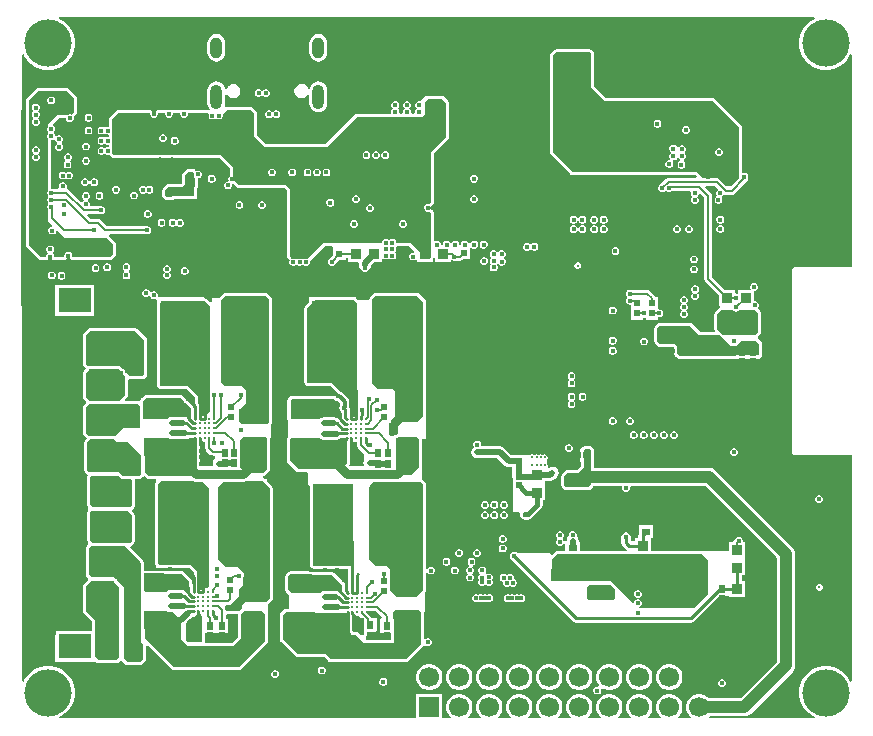
<source format=gbl>
G04*
G04 #@! TF.GenerationSoftware,Altium Limited,Altium Designer,23.1.1 (15)*
G04*
G04 Layer_Physical_Order=6*
G04 Layer_Color=16711680*
%FSLAX44Y44*%
%MOMM*%
G71*
G04*
G04 #@! TF.SameCoordinates,D1EA7B9B-11C4-41B5-954D-5070AA3C9977*
G04*
G04*
G04 #@! TF.FilePolarity,Positive*
G04*
G01*
G75*
%ADD11C,0.3000*%
%ADD13C,0.2540*%
%ADD15C,0.1524*%
%ADD21C,0.1016*%
%ADD32R,0.6600X0.6200*%
%ADD35R,0.6200X0.6600*%
%ADD39R,1.0121X1.1581*%
%ADD123C,1.2000*%
%ADD124R,0.5400X0.5657*%
%ADD125R,0.5657X0.5400*%
%ADD130R,0.8640X0.8065*%
%ADD132R,0.5400X0.7901*%
%ADD133R,0.7901X0.5400*%
%ADD135R,0.8065X0.8640*%
%ADD141C,0.1565*%
%ADD142C,0.7620*%
%ADD143C,0.5080*%
%ADD144C,1.0160*%
%ADD145C,0.3810*%
%ADD148C,0.4000*%
%ADD152C,1.7000*%
%ADD153R,1.7000X1.7000*%
%ADD154C,1.8000*%
%ADD155R,1.8000X1.8000*%
%ADD156O,1.0000X1.8000*%
%ADD157O,1.0000X2.1000*%
%ADD158C,4.0000*%
%ADD159C,0.4064*%
%ADD160C,0.3048*%
%ADD161C,0.5080*%
%ADD162C,0.2540*%
%ADD163C,0.5000*%
%ADD170C,0.2000*%
%ADD171R,1.7010X1.2075*%
%ADD172R,1.7280X1.4850*%
%ADD173R,3.5000X7.0000*%
%ADD174R,0.4725X0.5153*%
%ADD175R,1.5500X1.4500*%
%ADD176R,1.9000X0.6000*%
%ADD177R,2.8000X2.1000*%
G36*
X733847Y646286D02*
X732613Y645775D01*
X728922Y643308D01*
X725782Y640168D01*
X723315Y636477D01*
X721616Y632375D01*
X720750Y628020D01*
Y623580D01*
X721616Y619225D01*
X723315Y615123D01*
X725782Y611432D01*
X728922Y608292D01*
X732613Y605825D01*
X736715Y604126D01*
X741070Y603260D01*
X745510D01*
X749865Y604126D01*
X753967Y605825D01*
X757658Y608292D01*
X760798Y611432D01*
X763265Y615123D01*
X763783Y616374D01*
X765053Y616121D01*
Y436470D01*
X717340D01*
X716349Y436273D01*
X715509Y435711D01*
X714947Y434871D01*
X714750Y433880D01*
Y279880D01*
X714947Y278889D01*
X715509Y278049D01*
X716349Y277487D01*
X717340Y277290D01*
X765053D01*
Y85478D01*
X763783Y85226D01*
X763265Y86477D01*
X760798Y90168D01*
X757658Y93308D01*
X753967Y95775D01*
X749865Y97474D01*
X745510Y98340D01*
X741070D01*
X736715Y97474D01*
X732613Y95775D01*
X728922Y93308D01*
X725782Y90168D01*
X723315Y86477D01*
X721616Y82375D01*
X720750Y78020D01*
Y73580D01*
X721616Y69225D01*
X723315Y65123D01*
X725782Y61432D01*
X728922Y58292D01*
X732613Y55825D01*
X733864Y55307D01*
X733612Y54037D01*
X645102D01*
X644464Y55307D01*
X644843Y55814D01*
X674370D01*
X676359Y56076D01*
X678213Y56844D01*
X679805Y58065D01*
X715365Y93625D01*
X716586Y95217D01*
X717354Y97071D01*
X717616Y99060D01*
Y193040D01*
X717354Y195029D01*
X716586Y196883D01*
X715365Y198475D01*
X715365Y198475D01*
X650131Y263708D01*
X648539Y264930D01*
X646686Y265697D01*
X644696Y265959D01*
X546866D01*
X546866Y281178D01*
X546860Y281208D01*
Y282500D01*
X546447D01*
X546107Y283009D01*
X545345Y283771D01*
X544505Y284333D01*
X543514Y284530D01*
X539317Y284530D01*
X538326Y284333D01*
X537486Y283771D01*
X536343Y282628D01*
X536257Y282500D01*
X535180D01*
Y271220D01*
X535584D01*
Y267467D01*
X532327Y264210D01*
X524510D01*
X523519Y264013D01*
X522679Y263451D01*
X520139Y260911D01*
X519577Y260071D01*
X519380Y259080D01*
Y251460D01*
X519577Y250469D01*
X520139Y249629D01*
X521409Y248359D01*
X522249Y247797D01*
X523240Y247600D01*
X542290D01*
X543281Y247797D01*
X544121Y248359D01*
X546107Y250345D01*
X546270Y250588D01*
X570546D01*
X570994Y249918D01*
Y248604D01*
X571497Y247391D01*
X572426Y246462D01*
X573639Y245959D01*
X574953D01*
X576166Y246462D01*
X577095Y247391D01*
X577598Y248604D01*
Y249918D01*
X578046Y250588D01*
X641513D01*
X702244Y189856D01*
Y102244D01*
X671186Y71186D01*
X644197D01*
X643049Y72334D01*
X640531Y73788D01*
X637723Y74540D01*
X634817D01*
X632009Y73788D01*
X629491Y72334D01*
X627436Y70279D01*
X625982Y67761D01*
X625230Y64953D01*
Y62047D01*
X625982Y59239D01*
X627436Y56721D01*
X628850Y55307D01*
X628324Y54037D01*
X618816D01*
X618290Y55307D01*
X619704Y56721D01*
X621158Y59239D01*
X621910Y62047D01*
Y64953D01*
X621158Y67761D01*
X619704Y70279D01*
X617649Y72334D01*
X615131Y73788D01*
X612323Y74540D01*
X609417D01*
X606609Y73788D01*
X604091Y72334D01*
X602036Y70279D01*
X600582Y67761D01*
X599830Y64953D01*
Y62047D01*
X600582Y59239D01*
X602036Y56721D01*
X603450Y55307D01*
X602924Y54037D01*
X593416D01*
X592890Y55307D01*
X594304Y56721D01*
X595758Y59239D01*
X596510Y62047D01*
Y64953D01*
X595758Y67761D01*
X594304Y70279D01*
X592249Y72334D01*
X589731Y73788D01*
X586923Y74540D01*
X584017D01*
X581209Y73788D01*
X578691Y72334D01*
X576636Y70279D01*
X575182Y67761D01*
X574430Y64953D01*
Y62047D01*
X575182Y59239D01*
X576636Y56721D01*
X578050Y55307D01*
X577524Y54037D01*
X568016D01*
X567490Y55307D01*
X568904Y56721D01*
X570358Y59239D01*
X571110Y62047D01*
Y64953D01*
X570358Y67761D01*
X568904Y70279D01*
X566849Y72334D01*
X564331Y73788D01*
X561523Y74540D01*
X558617D01*
X555809Y73788D01*
X553291Y72334D01*
X551236Y70279D01*
X549782Y67761D01*
X549030Y64953D01*
Y62047D01*
X549782Y59239D01*
X551236Y56721D01*
X552650Y55307D01*
X552124Y54037D01*
X542616D01*
X542090Y55307D01*
X543504Y56721D01*
X544958Y59239D01*
X545710Y62047D01*
Y64953D01*
X544958Y67761D01*
X543504Y70279D01*
X541449Y72334D01*
X538931Y73788D01*
X536123Y74540D01*
X533217D01*
X530409Y73788D01*
X527891Y72334D01*
X525836Y70279D01*
X524382Y67761D01*
X523630Y64953D01*
Y62047D01*
X524382Y59239D01*
X525836Y56721D01*
X527250Y55307D01*
X526724Y54037D01*
X517216D01*
X516690Y55307D01*
X518104Y56721D01*
X519558Y59239D01*
X520310Y62047D01*
Y64953D01*
X519558Y67761D01*
X518104Y70279D01*
X516049Y72334D01*
X513531Y73788D01*
X510723Y74540D01*
X507817D01*
X505009Y73788D01*
X502491Y72334D01*
X500436Y70279D01*
X498982Y67761D01*
X498230Y64953D01*
Y62047D01*
X498982Y59239D01*
X500436Y56721D01*
X501850Y55307D01*
X501324Y54037D01*
X491816D01*
X491290Y55307D01*
X492704Y56721D01*
X494158Y59239D01*
X494910Y62047D01*
Y64953D01*
X494158Y67761D01*
X492704Y70279D01*
X490649Y72334D01*
X488131Y73788D01*
X485323Y74540D01*
X482417D01*
X479609Y73788D01*
X477091Y72334D01*
X475036Y70279D01*
X473582Y67761D01*
X472830Y64953D01*
Y62047D01*
X473582Y59239D01*
X475036Y56721D01*
X476450Y55307D01*
X475924Y54037D01*
X466416D01*
X465890Y55307D01*
X467304Y56721D01*
X468758Y59239D01*
X469510Y62047D01*
Y64953D01*
X468758Y67761D01*
X467304Y70279D01*
X465249Y72334D01*
X462731Y73788D01*
X459923Y74540D01*
X457017D01*
X454209Y73788D01*
X451691Y72334D01*
X449636Y70279D01*
X448182Y67761D01*
X447430Y64953D01*
Y62047D01*
X448182Y59239D01*
X449636Y56721D01*
X451050Y55307D01*
X450524Y54037D01*
X441016D01*
X440490Y55307D01*
X441904Y56721D01*
X443358Y59239D01*
X444110Y62047D01*
Y64953D01*
X443358Y67761D01*
X441904Y70279D01*
X439849Y72334D01*
X437331Y73788D01*
X434523Y74540D01*
X431617D01*
X428809Y73788D01*
X426291Y72334D01*
X424236Y70279D01*
X422782Y67761D01*
X422030Y64953D01*
Y62047D01*
X422782Y59239D01*
X424236Y56721D01*
X425650Y55307D01*
X425124Y54037D01*
X418710D01*
Y74540D01*
X396630D01*
Y54037D01*
X94368D01*
X94116Y55307D01*
X95367Y55825D01*
X99058Y58292D01*
X102198Y61432D01*
X104665Y65123D01*
X106364Y69225D01*
X107230Y73580D01*
Y78020D01*
X106364Y82375D01*
X104665Y86477D01*
X102198Y90168D01*
X99058Y93308D01*
X95367Y95775D01*
X91265Y97474D01*
X86910Y98340D01*
X82470D01*
X78115Y97474D01*
X74013Y95775D01*
X70322Y93308D01*
X67182Y90168D01*
X64715Y86477D01*
X64197Y85226D01*
X62927Y85478D01*
Y616114D01*
X64197Y616367D01*
X64715Y615116D01*
X67182Y611424D01*
X70322Y608285D01*
X74013Y605818D01*
X78115Y604119D01*
X82470Y603253D01*
X86910D01*
X91265Y604119D01*
X95367Y605818D01*
X99058Y608285D01*
X102198Y611424D01*
X104665Y615116D01*
X106364Y619218D01*
X107230Y623573D01*
Y628013D01*
X106364Y632368D01*
X104665Y636470D01*
X102198Y640161D01*
X99058Y643301D01*
X95367Y645768D01*
X94116Y646286D01*
X94368Y647556D01*
X733594D01*
X733847Y646286D01*
D02*
G37*
G36*
X543514Y281940D02*
X544276Y281178D01*
X544276Y252176D01*
X542290Y250190D01*
X523240D01*
X521970Y251460D01*
Y259080D01*
X524510Y261620D01*
X533400D01*
X538174Y266394D01*
X538174Y280797D01*
X539317Y281940D01*
X543514Y281940D01*
D02*
G37*
%LPC*%
G36*
X313710Y633400D02*
X311742Y633140D01*
X309908Y632381D01*
X308333Y631172D01*
X307124Y629597D01*
X306364Y627763D01*
X306105Y625794D01*
Y617794D01*
X306364Y615826D01*
X307124Y613992D01*
X308333Y612417D01*
X309908Y611208D01*
X311742Y610449D01*
X313710Y610190D01*
X315679Y610449D01*
X317513Y611208D01*
X319088Y612417D01*
X320297Y613992D01*
X321056Y615826D01*
X321315Y617794D01*
Y625794D01*
X321056Y627763D01*
X320297Y629597D01*
X319088Y631172D01*
X317513Y632381D01*
X315679Y633140D01*
X313710Y633400D01*
D02*
G37*
G36*
X227310D02*
X225341Y633140D01*
X223507Y632381D01*
X221932Y631172D01*
X220723Y629597D01*
X219964Y627763D01*
X219705Y625794D01*
Y617794D01*
X219964Y615826D01*
X220723Y613992D01*
X221932Y612417D01*
X223507Y611208D01*
X225341Y610449D01*
X227310Y610190D01*
X229278Y610449D01*
X231112Y611208D01*
X232687Y612417D01*
X233896Y613992D01*
X234656Y615826D01*
X234915Y617794D01*
Y625794D01*
X234656Y627763D01*
X233896Y629597D01*
X232687Y631172D01*
X231112Y632381D01*
X229278Y633140D01*
X227310Y633400D01*
D02*
G37*
G36*
X313710Y593401D02*
X311742Y593142D01*
X309908Y592382D01*
X308333Y591174D01*
X307124Y589599D01*
X306364Y587764D01*
X306317Y587406D01*
X305031Y587364D01*
X304984Y587598D01*
X303676Y589556D01*
X301719Y590864D01*
X299410Y591323D01*
X297101Y590864D01*
X295144Y589556D01*
X293836Y587598D01*
X293377Y585290D01*
X293836Y582981D01*
X295144Y581023D01*
X297101Y579716D01*
X299410Y579256D01*
X301719Y579716D01*
X303676Y581023D01*
X304835Y582758D01*
X305893Y582629D01*
X306105Y582547D01*
Y574796D01*
X306364Y572828D01*
X307124Y570993D01*
X308333Y569418D01*
X309908Y568210D01*
X311742Y567450D01*
X313710Y567191D01*
X315679Y567450D01*
X317513Y568210D01*
X319088Y569418D01*
X320297Y570993D01*
X321056Y572828D01*
X321315Y574796D01*
Y585796D01*
X321056Y587764D01*
X320297Y589599D01*
X319088Y591174D01*
X317513Y592382D01*
X315679Y593142D01*
X313710Y593401D01*
D02*
G37*
G36*
X269937Y586899D02*
X268624D01*
X267410Y586397D01*
X266975Y585961D01*
X266145Y585610D01*
X265315Y585961D01*
X264880Y586397D01*
X263666Y586899D01*
X262353D01*
X261139Y586397D01*
X260210Y585468D01*
X259707Y584254D01*
Y582941D01*
X260210Y581727D01*
X261139Y580798D01*
X262353Y580295D01*
X263666D01*
X264880Y580798D01*
X265315Y581234D01*
X266145Y581585D01*
X266975Y581234D01*
X267410Y580798D01*
X268624Y580295D01*
X269937D01*
X271151Y580798D01*
X272080Y581727D01*
X272583Y582941D01*
Y584254D01*
X272080Y585468D01*
X271151Y586397D01*
X269937Y586899D01*
D02*
G37*
G36*
X227310Y593401D02*
X225341Y593142D01*
X223507Y592382D01*
X221932Y591174D01*
X220723Y589599D01*
X219964Y587764D01*
X219705Y585796D01*
Y574796D01*
X219964Y572828D01*
X220723Y570993D01*
X221570Y569891D01*
X220879Y568887D01*
X220789Y568822D01*
X220585Y568862D01*
X220349Y568960D01*
X220094D01*
X219844Y569010D01*
X203391D01*
X202400Y568813D01*
X202189Y568671D01*
X201960Y568901D01*
X200746Y569403D01*
X199433D01*
X198219Y568901D01*
X197990Y568671D01*
X197778Y568813D01*
X196787Y569010D01*
X190625D01*
X189634Y568813D01*
X189423Y568671D01*
X189194Y568901D01*
X187980Y569403D01*
X186667D01*
X185453Y568901D01*
X185224Y568671D01*
X185012Y568813D01*
X184021Y569010D01*
X177859D01*
X176868Y568813D01*
X176028Y568251D01*
X175467Y567411D01*
X175392Y567036D01*
X175371Y567015D01*
X174557Y566599D01*
X173744Y567015D01*
X173722Y567036D01*
X173648Y567411D01*
X173087Y568251D01*
X172246Y568813D01*
X171255Y569010D01*
X144018D01*
X143027Y568813D01*
X142187Y568251D01*
X137107Y563171D01*
X136545Y562331D01*
X136348Y561340D01*
Y555448D01*
X135844Y555111D01*
X134530D01*
X133317Y554608D01*
X132584Y553875D01*
X131851Y554608D01*
X130637Y555111D01*
X129324D01*
X128110Y554608D01*
X127181Y553680D01*
X126678Y552466D01*
Y551152D01*
X127181Y549939D01*
X128110Y549010D01*
X129324Y548507D01*
X130637D01*
X131851Y549010D01*
X132584Y549743D01*
X133317Y549010D01*
X134530Y548507D01*
X135844D01*
X136348Y548170D01*
Y546854D01*
X135844Y546517D01*
X134530D01*
X133317Y546015D01*
X132584Y545282D01*
X131851Y546015D01*
X130637Y546517D01*
X129324D01*
X128110Y546015D01*
X127181Y545086D01*
X126678Y543872D01*
Y542559D01*
X127181Y541345D01*
X128110Y540416D01*
X129324Y539913D01*
X130637D01*
X131851Y540416D01*
X132584Y541149D01*
X133317Y540416D01*
X134530Y539913D01*
X135844D01*
X136348Y539577D01*
Y538261D01*
X135844Y537924D01*
X134530D01*
X133317Y537421D01*
X132584Y536688D01*
X131851Y537421D01*
X130637Y537924D01*
X129324D01*
X128110Y537421D01*
X127181Y536492D01*
X126678Y535279D01*
Y533965D01*
X127181Y532751D01*
X128110Y531823D01*
X129324Y531320D01*
X130637D01*
X131851Y531823D01*
X132584Y532556D01*
X133317Y531823D01*
X134530Y531320D01*
X135844D01*
X136565Y531618D01*
X137107Y530807D01*
X138631Y529283D01*
X139471Y528721D01*
X140462Y528524D01*
X230067D01*
X238710Y519881D01*
Y513294D01*
X238037Y512620D01*
X237534Y511407D01*
Y510093D01*
X237630Y509861D01*
X236782Y508591D01*
X236369D01*
X235156Y508088D01*
X234227Y507159D01*
X233724Y505946D01*
Y504632D01*
X234227Y503419D01*
X235156Y502490D01*
X236369Y501987D01*
X237683D01*
X238896Y502490D01*
X239825Y503419D01*
X240328Y504632D01*
Y505946D01*
X240252Y506130D01*
X241329Y506849D01*
X244549Y503629D01*
X245389Y503067D01*
X246380Y502870D01*
X284931D01*
X286716Y501085D01*
Y445516D01*
X286913Y444525D01*
X287475Y443685D01*
X289333Y441827D01*
X289123Y441321D01*
Y440008D01*
X289626Y438794D01*
X290555Y437865D01*
X291768Y437363D01*
X293082D01*
X294296Y437865D01*
X295061Y438630D01*
X295825Y437865D01*
X297039Y437363D01*
X298353D01*
X299566Y437865D01*
X300331Y438630D01*
X301096Y437865D01*
X302309Y437363D01*
X303623D01*
X304837Y437865D01*
X305766Y438794D01*
X306268Y440008D01*
Y441036D01*
X319335Y454102D01*
X324832D01*
X325187Y453801D01*
X325628Y453393D01*
Y452280D01*
X326102Y452280D01*
X326102Y451303D01*
Y446462D01*
X322562Y442922D01*
X322318Y442558D01*
X322158Y442397D01*
X322071Y442187D01*
X321827Y441823D01*
X321742Y441394D01*
X321655Y441184D01*
Y440956D01*
X321569Y440527D01*
X321655Y440097D01*
Y439870D01*
X321742Y439660D01*
X321827Y439230D01*
X322071Y438867D01*
X322158Y438656D01*
X322318Y438496D01*
X322562Y438132D01*
X322926Y437888D01*
X323086Y437728D01*
X323297Y437640D01*
X323661Y437397D01*
X324090Y437312D01*
X324300Y437225D01*
X324527D01*
X324957Y437139D01*
X325386Y437225D01*
X325614D01*
X325824Y437312D01*
X326253Y437397D01*
X326617Y437640D01*
X326827Y437728D01*
X326988Y437888D01*
X327352Y438132D01*
X331021Y441800D01*
X336838D01*
Y443653D01*
X339040D01*
Y440180D01*
X347257D01*
X347881Y439420D01*
Y438150D01*
X348275Y436168D01*
X349398Y434487D01*
X350163Y433976D01*
X350261Y433740D01*
X351190Y432811D01*
X352403Y432308D01*
X353717D01*
X354930Y432811D01*
X355859Y433740D01*
X355957Y433976D01*
X356722Y434487D01*
X357845Y436168D01*
X358022Y437057D01*
X361145Y440180D01*
X367252D01*
Y443135D01*
X368522Y443661D01*
X368985Y443199D01*
X370198Y442697D01*
X371512D01*
X372725Y443199D01*
X373586Y444059D01*
X374446Y443199D01*
X375659Y442697D01*
X376973D01*
X378186Y443199D01*
X379115Y444128D01*
X379618Y445342D01*
Y446655D01*
X379115Y447869D01*
X378255Y448729D01*
X379115Y449589D01*
X379618Y450803D01*
Y452116D01*
X379306Y452869D01*
X379380Y453162D01*
X379929Y453991D01*
X380065Y454102D01*
X390341D01*
X394859Y449585D01*
X394591Y448882D01*
X394236Y448412D01*
X393099D01*
X391885Y447909D01*
X390956Y446980D01*
X390454Y445766D01*
Y444453D01*
X390956Y443239D01*
X391885Y442310D01*
X393099Y441808D01*
X394412D01*
X395626Y442310D01*
X395889Y442573D01*
X396165Y442611D01*
X397434Y442322D01*
X397460Y442281D01*
Y440180D01*
X400318D01*
X400558Y440132D01*
X406908D01*
X407148Y440180D01*
X410605D01*
Y442800D01*
X411079Y443509D01*
X411276Y444500D01*
X412528Y444456D01*
Y440180D01*
X425672D01*
Y441395D01*
X425953Y441696D01*
X426208Y441866D01*
X426942Y442087D01*
X427102Y441980D01*
X427531Y441895D01*
X427742Y441808D01*
X427969D01*
X428398Y441722D01*
X433680D01*
X434976Y441980D01*
X436075Y442714D01*
X436431Y443070D01*
X442248D01*
Y452096D01*
X443518Y452622D01*
X443755Y452385D01*
X444969Y451882D01*
X446283D01*
X447496Y452385D01*
X448425Y453314D01*
X448928Y454527D01*
Y455841D01*
X448425Y457054D01*
X447496Y457983D01*
X446283Y458486D01*
X444969D01*
X443755Y457983D01*
X442826Y457054D01*
X442324Y455841D01*
Y455626D01*
X441301Y455006D01*
X440927Y455215D01*
Y455841D01*
X440424Y457054D01*
X439495Y457983D01*
X438282Y458486D01*
X436968D01*
X435754Y457983D01*
X434826Y457054D01*
X434323Y455841D01*
Y454999D01*
X433748Y454815D01*
X432926Y455674D01*
Y455841D01*
X432423Y457054D01*
X431494Y457983D01*
X430281Y458486D01*
X428967D01*
X427753Y457983D01*
X426824Y457054D01*
X426581Y456467D01*
X425206D01*
X424963Y457054D01*
X424034Y457983D01*
X422821Y458486D01*
X421507D01*
X420293Y457983D01*
X419365Y457054D01*
X418862Y455841D01*
Y454999D01*
X418287Y454815D01*
X417465Y455674D01*
Y455841D01*
X416962Y457054D01*
X416033Y457983D01*
X414820Y458486D01*
X413506D01*
X412546Y458088D01*
X411674Y458457D01*
X411276Y458763D01*
Y482388D01*
X411226Y482638D01*
Y482893D01*
X411128Y483129D01*
X411079Y483379D01*
X410937Y483591D01*
X410839Y483827D01*
X410659Y484007D01*
X410517Y484219D01*
X410305Y484361D01*
X410125Y484541D01*
X408855Y485390D01*
X408619Y485487D01*
X408407Y485629D01*
X408157Y485679D01*
X407921Y485776D01*
X407822D01*
X407446Y486232D01*
X407397Y486332D01*
Y486667D01*
X407446Y486767D01*
X407822Y487223D01*
X407921D01*
X408157Y487321D01*
X408407Y487370D01*
X408619Y487512D01*
X408855Y487610D01*
X410125Y488459D01*
X410305Y488639D01*
X410517Y488781D01*
X410659Y488993D01*
X410839Y489173D01*
X410937Y489409D01*
X411079Y489621D01*
X411128Y489871D01*
X411226Y490107D01*
Y490362D01*
X411276Y490612D01*
Y532073D01*
X423471Y544269D01*
X424033Y545109D01*
X424230Y546100D01*
X424230Y575310D01*
X424033Y576301D01*
X423471Y577141D01*
X419915Y580697D01*
X419075Y581259D01*
X418084Y581456D01*
X406146Y581456D01*
X405155Y581259D01*
X404315Y580697D01*
X401775Y578157D01*
X401213Y577317D01*
X401207Y577286D01*
X399776Y576546D01*
X399437Y576687D01*
X398123D01*
X396910Y576184D01*
X395981Y575255D01*
X395478Y574041D01*
Y572728D01*
X395981Y571514D01*
X396841Y570654D01*
X395981Y569794D01*
X395478Y568581D01*
Y567267D01*
X394776Y566216D01*
X392784D01*
X392082Y567267D01*
Y568581D01*
X391579Y569794D01*
X390719Y570654D01*
X391579Y571514D01*
X392082Y572728D01*
Y574041D01*
X391579Y575255D01*
X390650Y576184D01*
X389437Y576687D01*
X388123D01*
X386910Y576184D01*
X385981Y575255D01*
X385478Y574041D01*
Y572728D01*
X385981Y571514D01*
X386841Y570654D01*
X385981Y569794D01*
X385478Y568581D01*
Y567267D01*
X384776Y566216D01*
X382784D01*
X382082Y567267D01*
Y568581D01*
X381579Y569794D01*
X380719Y570654D01*
X381579Y571514D01*
X382082Y572728D01*
Y574041D01*
X381579Y575255D01*
X380650Y576184D01*
X379437Y576687D01*
X378123D01*
X376910Y576184D01*
X375981Y575255D01*
X375478Y574041D01*
Y572728D01*
X375981Y571514D01*
X376841Y570654D01*
X375981Y569794D01*
X375478Y568581D01*
Y567267D01*
X374776Y566216D01*
X346456D01*
X345465Y566019D01*
X344625Y565457D01*
X319729Y540562D01*
X269551D01*
X261670Y548443D01*
Y566420D01*
X261473Y567411D01*
X260911Y568251D01*
X258371Y570791D01*
X257531Y571353D01*
X256540Y571550D01*
X236220D01*
X235436Y571394D01*
X234855Y571851D01*
X234466Y572370D01*
X234656Y572828D01*
X234915Y574796D01*
Y581971D01*
X235143Y582146D01*
X236860Y581862D01*
X237390Y581069D01*
X239326Y579776D01*
X241610Y579321D01*
X243894Y579776D01*
X245830Y581069D01*
X247124Y583006D01*
X247578Y585290D01*
X247449Y585937D01*
Y585937D01*
X247402Y586176D01*
X247124Y587574D01*
X246758Y588122D01*
X246757Y588122D01*
X246196Y588962D01*
X246196Y588963D01*
X245830Y589510D01*
X245282Y589876D01*
X245282Y589877D01*
X244441Y590438D01*
X244441Y590438D01*
X243894Y590804D01*
X243248Y590932D01*
X243247Y590933D01*
X242256Y591130D01*
X242255D01*
X241610Y591258D01*
X240964Y591130D01*
X240963D01*
X239972Y590932D01*
X239971Y590932D01*
X239326Y590804D01*
X238778Y590438D01*
X238777Y590438D01*
X237937Y589876D01*
X237937Y589876D01*
X237390Y589510D01*
X237024Y588962D01*
X237023Y588962D01*
X236462Y588121D01*
Y588121D01*
X236096Y587574D01*
X236015Y587168D01*
X234729Y587210D01*
X234656Y587764D01*
X233896Y589599D01*
X232687Y591174D01*
X231112Y592382D01*
X229278Y593142D01*
X227310Y593401D01*
D02*
G37*
G36*
X278667Y568795D02*
X277354D01*
X276140Y568293D01*
X275705Y567857D01*
X274875Y567506D01*
X274045Y567857D01*
X273610Y568293D01*
X272396Y568795D01*
X271082D01*
X269869Y568293D01*
X268940Y567364D01*
X268437Y566150D01*
Y564837D01*
X268940Y563623D01*
X269869Y562694D01*
X271082Y562191D01*
X272396D01*
X273610Y562694D01*
X274045Y563130D01*
X274875Y563481D01*
X275705Y563130D01*
X276140Y562694D01*
X277354Y562191D01*
X278667D01*
X279881Y562694D01*
X280810Y563623D01*
X281313Y564837D01*
Y566150D01*
X280810Y567364D01*
X279881Y568293D01*
X278667Y568795D01*
D02*
G37*
G36*
X119753Y565991D02*
X118439D01*
X117226Y565488D01*
X116297Y564560D01*
X115794Y563346D01*
Y562032D01*
X116297Y560819D01*
X117226Y559890D01*
X118439Y559387D01*
X119753D01*
X120966Y559890D01*
X121895Y560819D01*
X122398Y562032D01*
Y563346D01*
X121895Y564560D01*
X120966Y565488D01*
X119753Y565991D01*
D02*
G37*
G36*
X100330Y588060D02*
X76200D01*
X75209Y587863D01*
X74369Y587301D01*
X66749Y579681D01*
X66187Y578841D01*
X65990Y577850D01*
Y454660D01*
X66187Y453669D01*
X66749Y452829D01*
X76909Y442669D01*
X77749Y442107D01*
X78740Y441910D01*
X83312D01*
X84303Y442107D01*
X85143Y442669D01*
X85705Y443509D01*
X85824Y444111D01*
X86614Y444529D01*
X87403Y444111D01*
X87523Y443509D01*
X88085Y442669D01*
X88925Y442107D01*
X89916Y441910D01*
X98242D01*
X98492Y441960D01*
X98747D01*
X98982Y442058D01*
X99233Y442107D01*
X99445Y442249D01*
X99680Y442347D01*
X99861Y442527D01*
X100073Y442669D01*
X100215Y442881D01*
X100395Y443061D01*
X100833Y443717D01*
X100931Y443953D01*
X101073Y444165D01*
X101122Y444415D01*
X101220Y444651D01*
Y444698D01*
X101822Y445149D01*
X101982Y445214D01*
X102142Y445149D01*
X102744Y444698D01*
Y444651D01*
X102842Y444415D01*
X102891Y444165D01*
X103033Y443953D01*
X103131Y443717D01*
X103569Y443061D01*
X103749Y442881D01*
X103891Y442669D01*
X104103Y442527D01*
X104284Y442347D01*
X104519Y442249D01*
X104731Y442107D01*
X104981Y442058D01*
X105217Y441960D01*
X105472D01*
X105722Y441910D01*
X137160D01*
X138151Y442107D01*
X138991Y442669D01*
X141531Y445209D01*
X142093Y446049D01*
X142290Y447040D01*
Y455930D01*
X142093Y456921D01*
X141531Y457761D01*
X136608Y462685D01*
X136719Y463323D01*
X137071Y463955D01*
X168950D01*
X169379Y464040D01*
X169607D01*
X169817Y464127D01*
X170246Y464212D01*
X170610Y464456D01*
X170820Y464543D01*
X170981Y464703D01*
X171345Y464947D01*
X171588Y465311D01*
X171749Y465472D01*
X171836Y465682D01*
X172080Y466046D01*
X172165Y466475D01*
X172252Y466685D01*
Y466913D01*
X172337Y467342D01*
X172252Y467771D01*
Y467999D01*
X172165Y468209D01*
X172080Y468638D01*
X171836Y469002D01*
X171749Y469212D01*
X171588Y469373D01*
X171345Y469737D01*
X170981Y469981D01*
X170820Y470141D01*
X170610Y470228D01*
X170246Y470472D01*
X169817Y470557D01*
X169607Y470644D01*
X169379D01*
X168950Y470729D01*
X134771D01*
X129395Y476105D01*
X128296Y476840D01*
X127000Y477097D01*
X120783D01*
X118174Y479707D01*
X118660Y480880D01*
X129706D01*
X130135Y480966D01*
X130363D01*
X130573Y481053D01*
X131002Y481138D01*
X131366Y481381D01*
X131576Y481468D01*
X131737Y481629D01*
X132101Y481872D01*
X132345Y482236D01*
X132505Y482397D01*
X132592Y482607D01*
X132836Y482971D01*
X132921Y483401D01*
X133008Y483611D01*
Y483838D01*
X133093Y484268D01*
X133008Y484697D01*
Y484924D01*
X132921Y485135D01*
X132836Y485564D01*
X132592Y485928D01*
X132505Y486138D01*
X132345Y486299D01*
X132101Y486663D01*
X131737Y486906D01*
X131576Y487067D01*
X131366Y487154D01*
X131002Y487397D01*
X130573Y487482D01*
X130363Y487570D01*
X130135D01*
X129706Y487655D01*
X120745D01*
X119896Y488925D01*
X120000Y489175D01*
Y490489D01*
X119497Y491702D01*
X118776Y492423D01*
X118729Y493392D01*
X118835Y493895D01*
X119639Y494700D01*
X120142Y495913D01*
Y497227D01*
X119639Y498440D01*
X118710Y499369D01*
X117497Y499872D01*
X116183D01*
X114970Y499369D01*
X114041Y498440D01*
X113538Y497227D01*
Y495913D01*
X114041Y494700D01*
X114762Y493979D01*
X114809Y493009D01*
X114703Y492506D01*
X113898Y491702D01*
X112756Y491475D01*
X102569Y501661D01*
X101470Y502396D01*
X101237Y502442D01*
X100463Y503891D01*
X100541Y504081D01*
Y505395D01*
X100039Y506608D01*
X99110Y507537D01*
X97896Y508040D01*
X96582D01*
X95369Y507537D01*
X94440Y506608D01*
X93937Y505395D01*
Y504081D01*
X94003Y503924D01*
X93154Y502654D01*
X87680D01*
Y543965D01*
X88163D01*
X89376Y544468D01*
X89604Y544695D01*
X90874Y544169D01*
Y543775D01*
X91376Y542561D01*
X91959Y541978D01*
X92204Y541242D01*
X91982Y540391D01*
X91432Y539841D01*
X90929Y538627D01*
Y537314D01*
X91432Y536100D01*
X92361Y535171D01*
X93574Y534669D01*
X94888D01*
X96102Y535171D01*
X97030Y536100D01*
X97533Y537314D01*
Y538627D01*
X97030Y539841D01*
X96448Y540424D01*
X96203Y541160D01*
X96425Y542011D01*
X96975Y542561D01*
X97478Y543775D01*
Y545088D01*
X96975Y546302D01*
X96046Y547231D01*
X94832Y547733D01*
X93519D01*
X92305Y547231D01*
X92078Y547003D01*
X90808Y547529D01*
Y547924D01*
X90305Y549138D01*
X90006Y549437D01*
X89499Y550267D01*
X90006Y551097D01*
X90305Y551396D01*
X90808Y552610D01*
Y553923D01*
X90305Y555137D01*
X89376Y556066D01*
X89170Y556151D01*
X88872Y557649D01*
X93783Y562560D01*
X99850D01*
Y561609D01*
X100353Y560396D01*
X101281Y559467D01*
X102495Y558964D01*
X103809D01*
X105022Y559467D01*
X105951Y560396D01*
X106454Y561609D01*
Y562923D01*
X106197Y563544D01*
X108511Y565859D01*
X109073Y566699D01*
X109270Y567690D01*
Y579120D01*
X109073Y580111D01*
X108511Y580951D01*
X102161Y587301D01*
X101321Y587863D01*
X100330Y588060D01*
D02*
G37*
G36*
X119753Y555111D02*
X118439D01*
X117226Y554608D01*
X116297Y553680D01*
X115794Y552466D01*
Y551152D01*
X116297Y549939D01*
X117226Y549010D01*
X118439Y548507D01*
X119753D01*
X120966Y549010D01*
X121895Y549939D01*
X122398Y551152D01*
Y552466D01*
X121895Y553680D01*
X120966Y554608D01*
X119753Y555111D01*
D02*
G37*
G36*
X117663Y541570D02*
X116349D01*
X115136Y541067D01*
X114207Y540138D01*
X113704Y538925D01*
Y537611D01*
X114207Y536398D01*
X115136Y535469D01*
X116349Y534966D01*
X117663D01*
X118876Y535469D01*
X119805Y536398D01*
X120308Y537611D01*
Y538925D01*
X119805Y540138D01*
X118876Y541067D01*
X117663Y541570D01*
D02*
G37*
G36*
Y529571D02*
X116349D01*
X115136Y529068D01*
X114207Y528139D01*
X113704Y526926D01*
Y525612D01*
X114207Y524399D01*
X115136Y523470D01*
X116349Y522967D01*
X117663D01*
X118876Y523470D01*
X119805Y524399D01*
X120308Y525612D01*
Y526926D01*
X119805Y528139D01*
X118876Y529068D01*
X117663Y529571D01*
D02*
G37*
G36*
X102257Y532571D02*
X100943D01*
X99730Y532068D01*
X98801Y531139D01*
X98298Y529926D01*
Y528612D01*
X98801Y527398D01*
X99131Y527067D01*
X99369Y525928D01*
X99066Y525473D01*
X98466Y524873D01*
X97964Y523660D01*
Y522346D01*
X98466Y521132D01*
X99395Y520204D01*
X100609Y519701D01*
X101923D01*
X103136Y520204D01*
X104065Y521132D01*
X104568Y522346D01*
Y523660D01*
X104065Y524873D01*
X103734Y525204D01*
X103497Y526344D01*
X103799Y526798D01*
X104399Y527398D01*
X104902Y528612D01*
Y529926D01*
X104399Y531139D01*
X103470Y532068D01*
X102257Y532571D01*
D02*
G37*
G36*
X103297Y516990D02*
X101983D01*
X100770Y516488D01*
X99940Y515658D01*
X99110Y516488D01*
X97896Y516990D01*
X96582D01*
X95369Y516488D01*
X94440Y515559D01*
X93937Y514345D01*
Y513031D01*
X94440Y511818D01*
X95369Y510889D01*
X96582Y510386D01*
X97896D01*
X99110Y510889D01*
X99940Y511719D01*
X100770Y510889D01*
X101983Y510386D01*
X103297D01*
X104511Y510889D01*
X105440Y511818D01*
X105942Y513031D01*
Y514345D01*
X105440Y515559D01*
X104511Y516488D01*
X103297Y516990D01*
D02*
G37*
G36*
X446224Y514403D02*
X444910D01*
X443697Y513900D01*
X442768Y512971D01*
X442265Y511758D01*
Y510444D01*
X442768Y509231D01*
X443697Y508302D01*
X444910Y507799D01*
X446224D01*
X447438Y508302D01*
X448366Y509231D01*
X448869Y510444D01*
Y511758D01*
X448366Y512971D01*
X447438Y513900D01*
X446224Y514403D01*
D02*
G37*
G36*
X223923Y514295D02*
X222609D01*
X221396Y513793D01*
X220467Y512864D01*
X219964Y511650D01*
Y510337D01*
X220467Y509123D01*
X221396Y508194D01*
X222609Y507691D01*
X223923D01*
X225136Y508194D01*
X226065Y509123D01*
X226568Y510337D01*
Y511650D01*
X226065Y512864D01*
X225136Y513793D01*
X223923Y514295D01*
D02*
G37*
G36*
X116848Y511570D02*
X115534D01*
X114321Y511067D01*
X113392Y510139D01*
X112889Y508925D01*
Y507611D01*
X113392Y506398D01*
X114321Y505469D01*
X115534Y504966D01*
X116848D01*
X118062Y505469D01*
X118991Y506398D01*
X119359Y507286D01*
X120170Y507310D01*
X120667Y507194D01*
X121116Y506110D01*
X122044Y505181D01*
X123258Y504678D01*
X124572D01*
X125785Y505181D01*
X126714Y506110D01*
X127217Y507323D01*
Y508637D01*
X126714Y509851D01*
X125785Y510780D01*
X124572Y511282D01*
X123258D01*
X122044Y510780D01*
X121116Y509851D01*
X120748Y508963D01*
X119937Y508938D01*
X119439Y509055D01*
X118991Y510139D01*
X118062Y511067D01*
X116848Y511570D01*
D02*
G37*
G36*
X171270Y505105D02*
X169956D01*
X168743Y504602D01*
X167871Y503731D01*
X167000Y504602D01*
X165786Y505105D01*
X164473D01*
X163259Y504602D01*
X162330Y503673D01*
X161827Y502459D01*
Y501146D01*
X162330Y499932D01*
X163259Y499003D01*
X164473Y498501D01*
X165786D01*
X167000Y499003D01*
X167871Y499875D01*
X168743Y499003D01*
X169956Y498501D01*
X171270D01*
X172484Y499003D01*
X173413Y499932D01*
X173915Y501146D01*
Y502459D01*
X173413Y503673D01*
X172484Y504602D01*
X171270Y505105D01*
D02*
G37*
G36*
X142936D02*
X141622D01*
X140409Y504602D01*
X139480Y503673D01*
X138977Y502459D01*
Y501146D01*
X139480Y499932D01*
X140409Y499003D01*
X141622Y498501D01*
X142936D01*
X144149Y499003D01*
X145078Y499932D01*
X145581Y501146D01*
Y502459D01*
X145078Y503673D01*
X144149Y504602D01*
X142936Y505105D01*
D02*
G37*
G36*
X543306Y620572D02*
X514858D01*
X513867Y620375D01*
X513027Y619813D01*
X511249Y618035D01*
X511057Y617749D01*
X510831Y617489D01*
X509815Y615711D01*
X509763Y615554D01*
X509671Y615417D01*
X509604Y615079D01*
X509495Y614753D01*
X509506Y614588D01*
X509474Y614426D01*
Y533400D01*
X509671Y532409D01*
X510233Y531569D01*
X526997Y514805D01*
X527837Y514243D01*
X528828Y514046D01*
X633165D01*
X634203Y513008D01*
X633717Y511835D01*
X610121D01*
X608824Y511577D01*
X607725Y510843D01*
X602374Y505491D01*
X602294Y505372D01*
X601889Y504966D01*
X601669Y504436D01*
X601640Y504392D01*
X601629Y504340D01*
X601386Y503753D01*
Y503117D01*
X601382Y503096D01*
X601386Y503075D01*
Y502439D01*
X601629Y501852D01*
X601640Y501800D01*
X601669Y501756D01*
X601889Y501226D01*
X602294Y500820D01*
X602374Y500701D01*
X602493Y500621D01*
X602817Y500297D01*
X603241Y500121D01*
X603473Y499966D01*
X603746Y499912D01*
X604031Y499794D01*
X604340D01*
X604769Y499709D01*
X605199Y499794D01*
X605345D01*
X605480Y499850D01*
X606065Y499966D01*
X607027Y500609D01*
X607182Y500701D01*
X608474D01*
X608838Y500457D01*
X608998Y500297D01*
X609208Y500210D01*
X609572Y499966D01*
X610002Y499881D01*
X610212Y499794D01*
X610439D01*
X610869Y499709D01*
X611298Y499794D01*
X611525D01*
X611736Y499881D01*
X612165Y499966D01*
X612529Y500210D01*
X612739Y500297D01*
X612900Y500457D01*
X613264Y500701D01*
X613425Y500861D01*
X628185D01*
X629034Y499591D01*
X629016Y499547D01*
Y498234D01*
X629518Y497020D01*
X629760Y496778D01*
X630346Y495948D01*
X629760Y495119D01*
X629518Y494877D01*
X629016Y493663D01*
Y492350D01*
X629518Y491136D01*
X630447Y490207D01*
X631661Y489704D01*
X632974D01*
X634188Y490207D01*
X635117Y491136D01*
X635620Y492350D01*
Y493663D01*
X635117Y494877D01*
X634875Y495119D01*
X634289Y495948D01*
X634875Y496778D01*
X635117Y497020D01*
X635620Y498234D01*
Y498254D01*
X636889Y498780D01*
X640503Y495167D01*
Y425954D01*
X640760Y424658D01*
X641495Y423559D01*
X652774Y412280D01*
Y403638D01*
X653389D01*
X653537Y403429D01*
X653494Y402037D01*
X653202Y401715D01*
X652774D01*
Y401166D01*
X649679Y398071D01*
X649117Y397231D01*
X648920Y396240D01*
Y383540D01*
X649117Y382549D01*
X649270Y382320D01*
X648592Y381050D01*
X637343D01*
X630481Y387911D01*
X629641Y388473D01*
X628650Y388670D01*
X601980D01*
X600989Y388473D01*
X600149Y387911D01*
X598879Y386641D01*
X598317Y385801D01*
X598120Y384810D01*
Y373380D01*
X598317Y372389D01*
X598879Y371549D01*
X601419Y369009D01*
X602259Y368447D01*
X603250Y368250D01*
X614630D01*
Y366431D01*
X614827Y365440D01*
X615000Y365023D01*
Y364739D01*
X614827Y364322D01*
X614630Y363331D01*
Y363220D01*
X614827Y362229D01*
X615389Y361389D01*
X615699Y361079D01*
Y359800D01*
X616978D01*
X617929Y358849D01*
X618769Y358287D01*
X619760Y358090D01*
X656114D01*
X657105Y358287D01*
X657483Y358540D01*
X666594D01*
X666874Y358596D01*
X667159Y358602D01*
X667267Y358650D01*
X687630D01*
Y359135D01*
X687641Y359137D01*
X688481Y359699D01*
X688901Y360119D01*
X689463Y360959D01*
X689660Y361950D01*
Y370840D01*
X689463Y371831D01*
X688901Y372671D01*
X686361Y375211D01*
X685804Y375584D01*
X685723Y375703D01*
X685526Y376615D01*
X685528Y377066D01*
X687631Y379169D01*
X688193Y380009D01*
X688390Y381000D01*
Y394882D01*
X688442Y395143D01*
X688390Y395403D01*
Y397510D01*
X688193Y398501D01*
X687631Y399341D01*
X685516Y401457D01*
X686061Y402002D01*
X686564Y403216D01*
Y404529D01*
X686061Y405743D01*
X685133Y406672D01*
X683919Y407175D01*
X682605D01*
X682500Y407245D01*
Y416276D01*
X683247D01*
X684460Y416779D01*
X685389Y417708D01*
X685892Y418921D01*
Y420235D01*
X685389Y421449D01*
X684460Y422377D01*
X683247Y422880D01*
X681933D01*
X680720Y422377D01*
X679791Y421449D01*
X679288Y420235D01*
Y418921D01*
X679648Y418052D01*
X679057Y416782D01*
X668780D01*
Y414589D01*
X668554Y414189D01*
X668186Y413801D01*
X667764Y413642D01*
X666494Y414203D01*
Y416782D01*
X657852D01*
X647277Y427357D01*
Y496570D01*
X647020Y497866D01*
X646285Y498965D01*
X641364Y503887D01*
X641850Y505060D01*
X649412D01*
X651941Y502531D01*
X651786Y501749D01*
X650857Y500820D01*
X650354Y499607D01*
Y498293D01*
X650857Y497080D01*
X650611Y495845D01*
X650516Y495806D01*
X649587Y494877D01*
X649084Y493663D01*
Y492350D01*
X649587Y491136D01*
X650516Y490207D01*
X651730Y489704D01*
X653043D01*
X654257Y490207D01*
X655186Y491136D01*
X655688Y492350D01*
Y493663D01*
X655186Y494877D01*
X655431Y496111D01*
X655527Y496151D01*
X656456Y497080D01*
X657454Y497382D01*
X657456Y497381D01*
X658752Y497123D01*
X663485D01*
X664781Y497381D01*
X665880Y498115D01*
X676786Y509021D01*
X677520Y510120D01*
X677778Y511416D01*
Y512732D01*
X677692Y513161D01*
Y513389D01*
X677605Y513599D01*
X677520Y514028D01*
X677277Y514392D01*
X677190Y514603D01*
X677029Y514763D01*
X676786Y515127D01*
X676422Y515370D01*
X676261Y515531D01*
X676051Y515618D01*
X675687Y515862D01*
X675257Y515947D01*
X675047Y516034D01*
X674820D01*
X674390Y516119D01*
X673961Y516034D01*
X673734D01*
X673658Y516003D01*
X673249Y516153D01*
X672544Y516683D01*
X672388Y516917D01*
Y554736D01*
X672191Y555727D01*
X671629Y556567D01*
X649785Y578411D01*
X648945Y578973D01*
X647954Y579170D01*
X557333D01*
X547420Y589083D01*
Y616458D01*
X547223Y617449D01*
X546661Y618289D01*
X545137Y619813D01*
X544297Y620375D01*
X543306Y620572D01*
D02*
G37*
G36*
X158266Y500090D02*
X156952D01*
X155739Y499588D01*
X154810Y498659D01*
X154307Y497445D01*
Y496131D01*
X154810Y494918D01*
X155739Y493989D01*
X156952Y493486D01*
X158266D01*
X159480Y493989D01*
X160408Y494918D01*
X160911Y496131D01*
Y497445D01*
X160408Y498659D01*
X159480Y499588D01*
X158266Y500090D01*
D02*
G37*
G36*
X128927Y499872D02*
X127613D01*
X126400Y499369D01*
X125471Y498440D01*
X124968Y497227D01*
Y495913D01*
X125471Y494700D01*
X126400Y493771D01*
X127613Y493268D01*
X128927D01*
X130140Y493771D01*
X131069Y494700D01*
X131572Y495913D01*
Y497227D01*
X131069Y498440D01*
X130140Y499369D01*
X128927Y499872D01*
D02*
G37*
G36*
X207424Y519480D02*
X203200D01*
X202209Y519283D01*
X201369Y518721D01*
X198829Y516181D01*
X198267Y515341D01*
X198070Y514350D01*
Y507803D01*
X197047Y506780D01*
X186690D01*
X185699Y506583D01*
X184859Y506021D01*
X182319Y503481D01*
X181757Y502641D01*
X181560Y501650D01*
Y496570D01*
X181757Y495579D01*
X182319Y494739D01*
X183589Y493469D01*
X184429Y492907D01*
X185420Y492710D01*
X189838D01*
X190829Y492907D01*
X191669Y493469D01*
X191774Y493625D01*
X201118D01*
Y493625D01*
X210620D01*
Y495803D01*
X210760Y496505D01*
Y501548D01*
X211004Y502774D01*
X211703Y503821D01*
X211801Y504057D01*
X211943Y504269D01*
X211992Y504519D01*
X212090Y504755D01*
Y505010D01*
X212140Y505260D01*
Y511321D01*
X213293Y511798D01*
X214222Y512727D01*
X214725Y513941D01*
Y515255D01*
X214222Y516468D01*
X213293Y517397D01*
X212080Y517900D01*
X210766D01*
X210059Y517607D01*
X209577Y518329D01*
X209397Y518509D01*
X209255Y518721D01*
X209043Y518863D01*
X208862Y519043D01*
X208627Y519141D01*
X208415Y519283D01*
X208165Y519332D01*
X207929Y519430D01*
X207674D01*
X207424Y519480D01*
D02*
G37*
G36*
X446224Y497030D02*
X444910D01*
X443697Y496528D01*
X442768Y495599D01*
X442265Y494385D01*
Y493072D01*
X442768Y491858D01*
X443697Y490929D01*
X444910Y490426D01*
X446224D01*
X447438Y490929D01*
X448366Y491858D01*
X448869Y493072D01*
Y494385D01*
X448366Y495599D01*
X447438Y496528D01*
X446224Y497030D01*
D02*
G37*
G36*
X266487Y491940D02*
X265173D01*
X263960Y491437D01*
X263031Y490508D01*
X262528Y489295D01*
Y487981D01*
X263031Y486768D01*
X263960Y485839D01*
X265173Y485336D01*
X266487D01*
X267700Y485839D01*
X268629Y486768D01*
X269132Y487981D01*
Y489295D01*
X268629Y490508D01*
X267700Y491437D01*
X266487Y491940D01*
D02*
G37*
G36*
X247487D02*
X246173D01*
X244960Y491437D01*
X244031Y490508D01*
X243528Y489295D01*
Y487981D01*
X244031Y486768D01*
X244960Y485839D01*
X246173Y485336D01*
X247487D01*
X248700Y485839D01*
X249629Y486768D01*
X250132Y487981D01*
Y489295D01*
X249629Y490508D01*
X248700Y491437D01*
X247487Y491940D01*
D02*
G37*
G36*
X169719Y484542D02*
X168405D01*
X167191Y484039D01*
X166262Y483111D01*
X165760Y481897D01*
Y480583D01*
X166262Y479370D01*
X167191Y478441D01*
X168405Y477938D01*
X169719D01*
X170932Y478441D01*
X171861Y479370D01*
X172364Y480583D01*
Y481897D01*
X171861Y483111D01*
X170932Y484039D01*
X169719Y484542D01*
D02*
G37*
G36*
X537867Y479552D02*
X536553D01*
X535340Y479049D01*
X534411Y478120D01*
X534167Y477533D01*
X532793D01*
X532549Y478120D01*
X531620Y479049D01*
X530407Y479552D01*
X529093D01*
X527880Y479049D01*
X526951Y478120D01*
X526448Y476907D01*
Y475593D01*
X526951Y474380D01*
X527880Y473451D01*
X529093Y472948D01*
X530407D01*
X531620Y473451D01*
X532549Y474380D01*
X532793Y474967D01*
X534167D01*
X534411Y474380D01*
X535340Y473451D01*
X536553Y472948D01*
X537867D01*
X539080Y473451D01*
X540009Y474380D01*
X540512Y475593D01*
Y476907D01*
X540009Y478120D01*
X539080Y479049D01*
X537867Y479552D01*
D02*
G37*
G36*
X197095Y477012D02*
X195781D01*
X194568Y476509D01*
X194163Y476104D01*
X193333Y475722D01*
X192503Y476104D01*
X192098Y476509D01*
X190885Y477012D01*
X189571D01*
X188358Y476509D01*
X187429Y475580D01*
X186926Y474367D01*
Y473053D01*
X187429Y471840D01*
X188358Y470911D01*
X189571Y470408D01*
X190885D01*
X192098Y470911D01*
X192503Y471316D01*
X193333Y471698D01*
X194163Y471316D01*
X194568Y470911D01*
X195781Y470408D01*
X197095D01*
X198308Y470911D01*
X199237Y471840D01*
X199740Y473053D01*
Y474367D01*
X199237Y475580D01*
X198308Y476509D01*
X197095Y477012D01*
D02*
G37*
G36*
X654655Y479642D02*
X653341D01*
X652128Y479139D01*
X651199Y478210D01*
X650696Y476997D01*
Y475683D01*
X651199Y474470D01*
X652128Y473541D01*
X653341Y473038D01*
X654655D01*
X655868Y473541D01*
X656797Y474470D01*
X657300Y475683D01*
Y476997D01*
X656797Y478210D01*
X655868Y479139D01*
X654655Y479642D01*
D02*
G37*
G36*
X555868Y479552D02*
X554554D01*
X553340Y479049D01*
X552412Y478120D01*
X551909Y476907D01*
Y475593D01*
X552412Y474380D01*
X553340Y473451D01*
X554554Y472948D01*
X555868D01*
X557081Y473451D01*
X558010Y474380D01*
X558513Y475593D01*
Y476907D01*
X558010Y478120D01*
X557081Y479049D01*
X555868Y479552D01*
D02*
G37*
G36*
X547867D02*
X546553D01*
X545340Y479049D01*
X544411Y478120D01*
X543908Y476907D01*
Y475593D01*
X544411Y474380D01*
X545340Y473451D01*
X546553Y472948D01*
X547867D01*
X549080Y473451D01*
X550009Y474380D01*
X550512Y475593D01*
Y476907D01*
X550009Y478120D01*
X549080Y479049D01*
X547867Y479552D01*
D02*
G37*
G36*
X181505Y477012D02*
X180191D01*
X178978Y476509D01*
X178049Y475580D01*
X177546Y474367D01*
Y473053D01*
X178049Y471840D01*
X178978Y470911D01*
X180191Y470408D01*
X181505D01*
X182718Y470911D01*
X183647Y471840D01*
X184150Y473053D01*
Y474367D01*
X183647Y475580D01*
X182718Y476509D01*
X181505Y477012D01*
D02*
G37*
G36*
X537867Y471551D02*
X536553D01*
X535340Y471048D01*
X534411Y470119D01*
X534167Y469532D01*
X532793D01*
X532549Y470119D01*
X531620Y471048D01*
X530407Y471551D01*
X529093D01*
X527880Y471048D01*
X526951Y470119D01*
X526448Y468906D01*
Y467592D01*
X526951Y466379D01*
X527880Y465450D01*
X529093Y464947D01*
X530407D01*
X531620Y465450D01*
X532549Y466379D01*
X532793Y466966D01*
X534167D01*
X534411Y466379D01*
X535340Y465450D01*
X536553Y464947D01*
X537867D01*
X539080Y465450D01*
X540009Y466379D01*
X540512Y467592D01*
Y468906D01*
X540009Y470119D01*
X539080Y471048D01*
X537867Y471551D01*
D02*
G37*
G36*
X628037Y471680D02*
X626723D01*
X625510Y471177D01*
X624581Y470248D01*
X624078Y469035D01*
Y467721D01*
X624581Y466508D01*
X625510Y465579D01*
X626723Y465076D01*
X628037D01*
X629250Y465579D01*
X630179Y466508D01*
X630682Y467721D01*
Y469035D01*
X630179Y470248D01*
X629250Y471177D01*
X628037Y471680D01*
D02*
G37*
G36*
X618037D02*
X616723D01*
X615510Y471177D01*
X614581Y470248D01*
X614078Y469035D01*
Y467721D01*
X614581Y466508D01*
X615510Y465579D01*
X616723Y465076D01*
X618037D01*
X619250Y465579D01*
X620179Y466508D01*
X620682Y467721D01*
Y469035D01*
X620179Y470248D01*
X619250Y471177D01*
X618037Y471680D01*
D02*
G37*
G36*
X654655Y471641D02*
X653341D01*
X652128Y471138D01*
X651199Y470209D01*
X650696Y468996D01*
Y467682D01*
X651199Y466469D01*
X652128Y465540D01*
X653341Y465037D01*
X654655D01*
X655868Y465540D01*
X656797Y466469D01*
X657300Y467682D01*
Y468996D01*
X656797Y470209D01*
X655868Y471138D01*
X654655Y471641D01*
D02*
G37*
G36*
X555868Y471551D02*
X554554D01*
X553340Y471048D01*
X552412Y470119D01*
X551909Y468906D01*
Y467592D01*
X552412Y466379D01*
X553340Y465450D01*
X554554Y464947D01*
X555868D01*
X557081Y465450D01*
X558010Y466379D01*
X558513Y467592D01*
Y468906D01*
X558010Y470119D01*
X557081Y471048D01*
X555868Y471551D01*
D02*
G37*
G36*
X547867D02*
X546553D01*
X545340Y471048D01*
X544411Y470119D01*
X543908Y468906D01*
Y467592D01*
X544411Y466379D01*
X545340Y465450D01*
X546553Y464947D01*
X547867D01*
X549080Y465450D01*
X550009Y466379D01*
X550512Y467592D01*
Y468906D01*
X550009Y470119D01*
X549080Y471048D01*
X547867Y471551D01*
D02*
G37*
G36*
X497227Y456692D02*
X495913D01*
X494700Y456189D01*
X494211Y455701D01*
X493395Y455399D01*
X492579Y455701D01*
X492090Y456189D01*
X490877Y456692D01*
X489563D01*
X488350Y456189D01*
X487421Y455260D01*
X486918Y454047D01*
Y452733D01*
X487421Y451520D01*
X488350Y450591D01*
X489563Y450088D01*
X490877D01*
X492090Y450591D01*
X492579Y451079D01*
X493395Y451381D01*
X494211Y451079D01*
X494700Y450591D01*
X495913Y450088D01*
X497227D01*
X498440Y450591D01*
X499369Y451520D01*
X499872Y452733D01*
Y454047D01*
X499369Y455260D01*
X498440Y456189D01*
X497227Y456692D01*
D02*
G37*
G36*
X454284Y458486D02*
X452970D01*
X451756Y457983D01*
X450827Y457054D01*
X450325Y455841D01*
Y454527D01*
X450827Y453314D01*
X451756Y452385D01*
X452970Y451882D01*
X454284D01*
X455497Y452385D01*
X456426Y453314D01*
X456929Y454527D01*
Y455841D01*
X456426Y457054D01*
X455497Y457983D01*
X454284Y458486D01*
D02*
G37*
G36*
X469472Y450342D02*
X468159D01*
X466945Y449839D01*
X466188Y449082D01*
X465450Y448985D01*
X464713Y449082D01*
X463955Y449839D01*
X462741Y450342D01*
X461428D01*
X460214Y449839D01*
X459285Y448910D01*
X458783Y447697D01*
Y446383D01*
X459285Y445170D01*
X460192Y444263D01*
X459285Y443355D01*
X458783Y442142D01*
Y440828D01*
X459285Y439615D01*
X460192Y438708D01*
X459285Y437800D01*
X458783Y436587D01*
Y435273D01*
X459285Y434060D01*
X460214Y433131D01*
X461428Y432628D01*
X462741D01*
X463955Y433131D01*
X464884Y434060D01*
X465387Y435273D01*
Y436587D01*
X464884Y437800D01*
X464719Y437965D01*
X464916Y438386D01*
X465068Y438481D01*
X466410Y438586D01*
X466945Y438051D01*
X468159Y437548D01*
X469472D01*
X470686Y438051D01*
X471615Y438980D01*
X472118Y440193D01*
Y441507D01*
X471615Y442720D01*
X471220Y443115D01*
X470826Y443945D01*
X471220Y444775D01*
X471615Y445170D01*
X472118Y446383D01*
Y447697D01*
X471615Y448910D01*
X470686Y449839D01*
X469472Y450342D01*
D02*
G37*
G36*
X565807Y452882D02*
X564493D01*
X563280Y452379D01*
X562351Y451450D01*
X561848Y450237D01*
Y448923D01*
X562351Y447710D01*
X563280Y446781D01*
X564493Y446278D01*
X565807D01*
X567020Y446781D01*
X567949Y447710D01*
X568452Y448923D01*
Y450237D01*
X567949Y451450D01*
X567020Y452379D01*
X565807Y452882D01*
D02*
G37*
G36*
X632247Y445984D02*
X630933D01*
X629720Y445481D01*
X628791Y444552D01*
X628288Y443339D01*
Y442025D01*
X628791Y440812D01*
X629720Y439883D01*
X630933Y439380D01*
X632247D01*
X633460Y439883D01*
X634389Y440812D01*
X634892Y442025D01*
Y443339D01*
X634389Y444552D01*
X633460Y445481D01*
X632247Y445984D01*
D02*
G37*
G36*
X454740Y444787D02*
X453427D01*
X452213Y444284D01*
X451284Y443355D01*
X450782Y442142D01*
Y440828D01*
X451284Y439615D01*
X452213Y438686D01*
X453427Y438183D01*
X454740D01*
X455954Y438686D01*
X456883Y439615D01*
X457386Y440828D01*
Y442142D01*
X456883Y443355D01*
X455954Y444284D01*
X454740Y444787D01*
D02*
G37*
G36*
X533836Y440284D02*
X532725D01*
X531698Y439858D01*
X530912Y439072D01*
X530487Y438045D01*
Y436934D01*
X530912Y435907D01*
X531698Y435121D01*
X532725Y434696D01*
X533836D01*
X534863Y435121D01*
X535649Y435907D01*
X536075Y436934D01*
Y438045D01*
X535649Y439072D01*
X534863Y439858D01*
X533836Y440284D01*
D02*
G37*
G36*
X135511Y439260D02*
X134197D01*
X132983Y438757D01*
X132054Y437828D01*
X131552Y436615D01*
Y435301D01*
X132054Y434087D01*
X132983Y433159D01*
X134197Y432656D01*
X135511D01*
X136724Y433159D01*
X137653Y434087D01*
X138156Y435301D01*
Y436615D01*
X137653Y437828D01*
X136724Y438757D01*
X135511Y439260D01*
D02*
G37*
G36*
X125637Y438539D02*
X124323D01*
X123109Y438036D01*
X122181Y437107D01*
X121678Y435894D01*
Y434580D01*
X122181Y433366D01*
X123109Y432437D01*
X124323Y431935D01*
X125637D01*
X126850Y432437D01*
X127779Y433366D01*
X128282Y434580D01*
Y435894D01*
X127779Y437107D01*
X126850Y438036D01*
X125637Y438539D01*
D02*
G37*
G36*
X632247Y437484D02*
X630933D01*
X629720Y436981D01*
X628791Y436052D01*
X628288Y434839D01*
Y433525D01*
X628791Y432312D01*
X629720Y431383D01*
X630933Y430880D01*
X632247D01*
X633460Y431383D01*
X634389Y432312D01*
X634892Y433525D01*
Y434839D01*
X634389Y436052D01*
X633460Y436981D01*
X632247Y437484D01*
D02*
G37*
G36*
X201126Y436342D02*
X199812D01*
X198599Y435839D01*
X197670Y434910D01*
X197167Y433697D01*
Y432383D01*
X197670Y431170D01*
X198599Y430241D01*
X199812Y429738D01*
X201126D01*
X202339Y430241D01*
X203268Y431170D01*
X203771Y432383D01*
Y433697D01*
X203268Y434910D01*
X202339Y435839D01*
X201126Y436342D01*
D02*
G37*
G36*
X186077Y438023D02*
X184763D01*
X183550Y437520D01*
X182621Y436591D01*
X182118Y435378D01*
Y434064D01*
X182621Y432851D01*
X183481Y431991D01*
X182621Y431130D01*
X182118Y429917D01*
Y428603D01*
X182621Y427390D01*
X183550Y426461D01*
X184763Y425958D01*
X186077D01*
X187290Y426461D01*
X188219Y427390D01*
X188722Y428603D01*
Y429917D01*
X188219Y431130D01*
X187359Y431991D01*
X188219Y432851D01*
X188722Y434064D01*
Y435378D01*
X188219Y436591D01*
X187290Y437520D01*
X186077Y438023D01*
D02*
G37*
G36*
X151787Y439260D02*
X150473D01*
X149260Y438757D01*
X148331Y437828D01*
X147828Y436615D01*
Y435301D01*
X148331Y434087D01*
X149086Y433332D01*
X149184Y432594D01*
X149086Y431856D01*
X148331Y431100D01*
X147828Y429887D01*
Y428573D01*
X148331Y427360D01*
X149260Y426431D01*
X150473Y425928D01*
X151787D01*
X153000Y426431D01*
X153929Y427360D01*
X154432Y428573D01*
Y429887D01*
X153929Y431100D01*
X153174Y431856D01*
X153076Y432594D01*
X153174Y433332D01*
X153929Y434087D01*
X154432Y435301D01*
Y436615D01*
X153929Y437828D01*
X153000Y438757D01*
X151787Y439260D01*
D02*
G37*
G36*
X88569Y432445D02*
X87255D01*
X86041Y431942D01*
X85112Y431013D01*
X84610Y429799D01*
Y428486D01*
X85112Y427272D01*
X86041Y426343D01*
X87255Y425841D01*
X88569D01*
X89782Y426343D01*
X90711Y427272D01*
X91214Y428486D01*
Y429799D01*
X90711Y431013D01*
X89782Y431942D01*
X88569Y432445D01*
D02*
G37*
G36*
X96898Y432233D02*
X95585D01*
X94371Y431731D01*
X93442Y430802D01*
X92939Y429588D01*
Y428275D01*
X93442Y427061D01*
X94371Y426132D01*
X95585Y425629D01*
X96898D01*
X98112Y426132D01*
X99041Y427061D01*
X99543Y428275D01*
Y429588D01*
X99041Y430802D01*
X98112Y431731D01*
X96898Y432233D01*
D02*
G37*
G36*
X633371Y420624D02*
X632057D01*
X630844Y420121D01*
X629915Y419192D01*
X629412Y417979D01*
Y416665D01*
X629915Y415452D01*
X630072Y415294D01*
X630793Y414464D01*
X630072Y413635D01*
X629915Y413477D01*
X629412Y412264D01*
Y410950D01*
X629915Y409737D01*
X630844Y408808D01*
X632057Y408305D01*
X633371D01*
X634584Y408808D01*
X635513Y409737D01*
X636016Y410950D01*
Y412264D01*
X635513Y413477D01*
X635356Y413635D01*
X634635Y414464D01*
X635356Y415294D01*
X635513Y415452D01*
X636016Y416665D01*
Y417979D01*
X635513Y419192D01*
X634584Y420121D01*
X633371Y420624D01*
D02*
G37*
G36*
X397510Y414070D02*
X361950D01*
X360959Y413873D01*
X360119Y413311D01*
X357579Y410771D01*
X357017Y409931D01*
X356820Y408940D01*
Y408231D01*
X347388D01*
X345634Y409985D01*
X345446Y410111D01*
Y410601D01*
X344520D01*
X343803Y410743D01*
X310783D01*
X310066Y410601D01*
X305366D01*
Y406399D01*
X302602Y403635D01*
X302040Y402795D01*
X301843Y401804D01*
Y339090D01*
X302040Y338099D01*
X302602Y337259D01*
X303373Y336488D01*
X304213Y335926D01*
X305204Y335729D01*
X305366D01*
Y335521D01*
X324011D01*
X330967Y328564D01*
X331179Y328423D01*
X331360Y328242D01*
X331595Y328145D01*
X331808Y328003D01*
X332058Y327953D01*
X332293Y327855D01*
X332605Y327794D01*
X333225Y327379D01*
X336523Y324081D01*
X336937Y323461D01*
X337083Y322730D01*
Y317850D01*
X337133Y317600D01*
Y317344D01*
X337230Y317109D01*
X337280Y316859D01*
X337422Y316646D01*
X337519Y316411D01*
X337590Y316306D01*
X337668Y315911D01*
Y309310D01*
X336496Y308796D01*
X335678Y309446D01*
Y312718D01*
X335382Y314204D01*
X335050Y314703D01*
X334948Y315212D01*
X334688Y315601D01*
X334632Y315736D01*
X334076Y316568D01*
X333982Y317044D01*
X334083Y317555D01*
X334154Y317726D01*
X334296Y317938D01*
X334346Y318189D01*
X334443Y318424D01*
Y318679D01*
X334493Y318930D01*
Y321376D01*
X334296Y322367D01*
X333735Y323207D01*
X332351Y324591D01*
X331940Y324865D01*
X331893Y324913D01*
X331831Y324938D01*
X331511Y325152D01*
X331134Y325227D01*
X330959Y325299D01*
X329978Y325495D01*
X329358Y325909D01*
X328569Y326697D01*
X327729Y327259D01*
X326738Y327456D01*
X291084D01*
X290093Y327259D01*
X289253Y326697D01*
X288237Y325681D01*
X287936Y325232D01*
X287848D01*
Y325099D01*
X287675Y324841D01*
X287478Y323850D01*
Y307848D01*
X287675Y306857D01*
X287848Y306599D01*
Y292454D01*
X287282Y291745D01*
X287115Y291423D01*
X286913Y291121D01*
X286885Y290978D01*
X286818Y290848D01*
X286787Y290486D01*
X286716Y290130D01*
Y272542D01*
X286913Y271551D01*
X287475Y270711D01*
X294587Y263599D01*
X295427Y263037D01*
X296418Y262840D01*
X304352D01*
X304472Y261620D01*
X304472Y261570D01*
Y251641D01*
X305816Y251641D01*
X306333Y250585D01*
Y180448D01*
X338635D01*
Y161896D01*
X337365Y161371D01*
X336017Y162719D01*
Y167461D01*
X335820Y168452D01*
X335259Y169292D01*
X327280Y177271D01*
X326440Y177832D01*
X325449Y178029D01*
X311175D01*
Y178291D01*
X306823D01*
X306637Y178415D01*
X306387Y178464D01*
X306152Y178562D01*
X305897D01*
X305646Y178612D01*
X289560D01*
X288569Y178415D01*
X287729Y177853D01*
X286459Y176583D01*
X285897Y175743D01*
X285700Y174752D01*
Y162814D01*
X285897Y161823D01*
X286459Y160983D01*
X288184Y159258D01*
X288798Y158242D01*
Y147116D01*
X286512D01*
X285521Y146919D01*
X284681Y146357D01*
X282141Y143817D01*
X281579Y142977D01*
X281382Y141986D01*
Y120904D01*
X281579Y119913D01*
X282141Y119073D01*
X294587Y106627D01*
X295427Y106065D01*
X296418Y105868D01*
X318967D01*
X322019Y102817D01*
X322859Y102255D01*
X323850Y102058D01*
X387858D01*
X388849Y102255D01*
X389689Y102817D01*
X402389Y115517D01*
X402756Y116065D01*
X403869Y116285D01*
X404226Y116257D01*
X404678Y115804D01*
X405892Y115302D01*
X407205D01*
X408419Y115804D01*
X409348Y116733D01*
X409851Y117947D01*
Y119260D01*
X409348Y120474D01*
X408419Y121403D01*
X407205Y121906D01*
X405892D01*
X404678Y121403D01*
X404418Y121143D01*
X403148Y121669D01*
Y143567D01*
X403148Y143764D01*
X403136Y143838D01*
X403913Y144755D01*
X403913D01*
X403913Y146088D01*
X403913Y157918D01*
X403913Y161237D01*
X404475Y162077D01*
X404672Y163068D01*
Y177619D01*
X405942Y177872D01*
X406141Y177392D01*
X407070Y176463D01*
X408283Y175960D01*
X409597D01*
X410810Y176463D01*
X411739Y177392D01*
X412242Y178605D01*
Y179919D01*
X411739Y181133D01*
X410810Y182061D01*
X409597Y182564D01*
X408283D01*
X407070Y182061D01*
X406141Y181133D01*
X405942Y180652D01*
X404672Y180905D01*
Y252222D01*
X404475Y253213D01*
X403913Y254053D01*
X402008Y255958D01*
X401547Y256266D01*
X401177Y256586D01*
X401168Y256593D01*
Y264869D01*
X401251Y266104D01*
X401370Y266700D01*
Y290830D01*
X401922Y290830D01*
X404421D01*
Y308049D01*
X404983Y308889D01*
X405180Y309880D01*
Y406400D01*
X404983Y407391D01*
X404421Y408231D01*
X399341Y413311D01*
X398501Y413873D01*
X397510Y414070D01*
D02*
G37*
G36*
X563445Y402682D02*
X562131D01*
X560918Y402179D01*
X559989Y401250D01*
X559486Y400037D01*
Y398723D01*
X559989Y397510D01*
X560918Y396581D01*
X562131Y396078D01*
X563445D01*
X564658Y396581D01*
X565587Y397510D01*
X566090Y398723D01*
Y400037D01*
X565587Y401250D01*
X564658Y402179D01*
X563445Y402682D01*
D02*
G37*
G36*
X123859Y421267D02*
X90779D01*
Y395187D01*
X123859D01*
Y421267D01*
D02*
G37*
G36*
X623747Y411793D02*
X622433D01*
X621220Y411290D01*
X620291Y410361D01*
X619788Y409148D01*
Y407834D01*
X620291Y406620D01*
X620590Y406321D01*
X621097Y405492D01*
X620590Y404662D01*
X620291Y404363D01*
X619788Y403149D01*
Y401836D01*
X620291Y400622D01*
X620590Y400323D01*
X621097Y399493D01*
X620590Y398664D01*
X620291Y398364D01*
X619788Y397151D01*
Y395837D01*
X620291Y394624D01*
X621220Y393695D01*
X622433Y393192D01*
X623747D01*
X624960Y393695D01*
X625889Y394624D01*
X626392Y395837D01*
Y397151D01*
X625889Y398364D01*
X625590Y398664D01*
X625083Y399493D01*
X625590Y400323D01*
X625889Y400622D01*
X626392Y401836D01*
Y403149D01*
X625889Y404363D01*
X625590Y404662D01*
X625083Y405492D01*
X625590Y406321D01*
X625889Y406620D01*
X626392Y407834D01*
Y409148D01*
X625889Y410361D01*
X624960Y411290D01*
X623747Y411793D01*
D02*
G37*
G36*
X592074Y417153D02*
X577392D01*
X576963Y417068D01*
X576735D01*
X576525Y416981D01*
X576096Y416896D01*
X575732Y416652D01*
X575522Y416565D01*
X575361Y416404D01*
X574997Y416161D01*
X574753Y415797D01*
X574593Y415636D01*
X574506Y415426D01*
X574262Y415062D01*
X574177Y414633D01*
X574090Y414423D01*
Y414195D01*
X574005Y413766D01*
X574090Y413337D01*
Y413109D01*
X574177Y412899D01*
X574262Y412470D01*
X574506Y412106D01*
X574593Y411896D01*
X574753Y411735D01*
X574997Y411371D01*
Y410275D01*
X574753Y409911D01*
X574593Y409750D01*
X574506Y409540D01*
X574262Y409176D01*
X574177Y408747D01*
X574090Y408537D01*
Y408309D01*
X574005Y407880D01*
X574090Y407451D01*
Y407223D01*
X574177Y407013D01*
X574262Y406584D01*
X574506Y406220D01*
X574593Y406010D01*
X574753Y405849D01*
X574997Y405485D01*
X575361Y405242D01*
X575522Y405081D01*
X575732Y404994D01*
X576096Y404750D01*
X576525Y404665D01*
X576735Y404578D01*
X576963D01*
X577392Y404493D01*
X578132D01*
Y391613D01*
X588612D01*
Y392988D01*
X589882Y393549D01*
X590304Y393391D01*
X590672Y393003D01*
X590898Y392603D01*
Y391613D01*
X601378D01*
Y393594D01*
X602140D01*
X602569Y393680D01*
X602797D01*
X603007Y393767D01*
X603436Y393852D01*
X603800Y394095D01*
X604011Y394182D01*
X604171Y394343D01*
X604535Y394586D01*
X604779Y394950D01*
X604939Y395111D01*
X605026Y395321D01*
X605270Y395685D01*
X605355Y396115D01*
X605442Y396325D01*
Y396552D01*
X605527Y396982D01*
X605442Y397411D01*
Y397639D01*
X605355Y397849D01*
X605270Y398278D01*
X605026Y398642D01*
X604939Y398852D01*
X604779Y399013D01*
X604535Y399377D01*
X604171Y399620D01*
X604011Y399781D01*
X603800Y399868D01*
X603436Y400111D01*
X603007Y400197D01*
X602797Y400284D01*
X602569D01*
X602140Y400369D01*
X601378D01*
Y411006D01*
X599262D01*
X598533Y412097D01*
X594469Y416161D01*
X593370Y416896D01*
X592074Y417153D01*
D02*
G37*
G36*
X563445Y377182D02*
X562131D01*
X560918Y376679D01*
X559989Y375750D01*
X559486Y374537D01*
Y373223D01*
X559989Y372010D01*
X560918Y371081D01*
X562131Y370578D01*
X563445D01*
X564658Y371081D01*
X565587Y372010D01*
X566090Y373223D01*
Y374537D01*
X565587Y375750D01*
X564658Y376679D01*
X563445Y377182D01*
D02*
G37*
G36*
X590031Y376429D02*
X588717D01*
X587504Y375926D01*
X586575Y374997D01*
X586072Y373784D01*
Y372470D01*
X586575Y371256D01*
X587504Y370327D01*
X588717Y369825D01*
X590031D01*
X591244Y370327D01*
X592173Y371256D01*
X592676Y372470D01*
Y373784D01*
X592173Y374997D01*
X591244Y375926D01*
X590031Y376429D01*
D02*
G37*
G36*
X563445Y368682D02*
X562131D01*
X560918Y368179D01*
X559989Y367250D01*
X559486Y366037D01*
Y364723D01*
X559989Y363510D01*
X560918Y362581D01*
X562131Y362078D01*
X563445D01*
X564658Y362581D01*
X565587Y363510D01*
X566090Y364723D01*
Y366037D01*
X565587Y367250D01*
X564658Y368179D01*
X563445Y368682D01*
D02*
G37*
G36*
X528667Y347123D02*
X527354D01*
X526140Y346620D01*
X525211Y345691D01*
X524709Y344478D01*
Y343164D01*
X525211Y341950D01*
X525551Y341610D01*
X526008Y340780D01*
X525551Y339951D01*
X525211Y339610D01*
X524709Y338397D01*
Y337083D01*
X525211Y335870D01*
X526140Y334941D01*
X527354Y334438D01*
X528667D01*
X529881Y334941D01*
X530810Y335870D01*
X531312Y337083D01*
Y338397D01*
X530810Y339610D01*
X530470Y339951D01*
X530014Y340780D01*
X530470Y341610D01*
X530810Y341950D01*
X531312Y343164D01*
Y344478D01*
X530810Y345691D01*
X529881Y346620D01*
X528667Y347123D01*
D02*
G37*
G36*
X537947Y329692D02*
X536633D01*
X535420Y329189D01*
X534491Y328260D01*
X533988Y327047D01*
Y325733D01*
X534491Y324520D01*
X535420Y323591D01*
X536633Y323088D01*
X537947D01*
X539160Y323591D01*
X540089Y324520D01*
X540592Y325733D01*
Y327047D01*
X540089Y328260D01*
X539160Y329189D01*
X537947Y329692D01*
D02*
G37*
G36*
X528667D02*
X527354D01*
X526140Y329189D01*
X525211Y328260D01*
X524709Y327047D01*
Y325733D01*
X525211Y324520D01*
X525646Y324085D01*
X525998Y323255D01*
X525646Y322425D01*
X525211Y321990D01*
X524709Y320777D01*
Y319463D01*
X525211Y318250D01*
X526140Y317321D01*
X527354Y316818D01*
X528667D01*
X529881Y317321D01*
X530810Y318250D01*
X531312Y319463D01*
Y320777D01*
X530810Y321990D01*
X530375Y322425D01*
X530023Y323255D01*
X530375Y324085D01*
X530810Y324520D01*
X531312Y325733D01*
Y327047D01*
X530810Y328260D01*
X529881Y329189D01*
X528667Y329692D01*
D02*
G37*
G36*
X168570Y417684D02*
X167256D01*
X166043Y417182D01*
X165114Y416253D01*
X164611Y415039D01*
Y413726D01*
X165114Y412512D01*
X166043Y411583D01*
X167256Y411080D01*
X168570D01*
X169783Y411583D01*
X169926Y411726D01*
X170398Y411673D01*
X171309Y411312D01*
X171699Y410372D01*
X172628Y409443D01*
X173841Y408940D01*
X175155D01*
X175826Y409218D01*
X177096Y408511D01*
Y406368D01*
X176931Y406121D01*
X176734Y405130D01*
Y336296D01*
X176931Y335305D01*
X177493Y334465D01*
X178509Y333449D01*
X179349Y332887D01*
X180340Y332690D01*
X202127Y332690D01*
X209398Y325419D01*
Y310843D01*
X208128Y310164D01*
X207988Y310257D01*
Y316594D01*
X207791Y317585D01*
X207229Y318425D01*
X202465Y323190D01*
X202139Y323677D01*
X201959Y323857D01*
X201817Y324070D01*
X198935Y326951D01*
X198095Y327513D01*
X197104Y327710D01*
X167894D01*
X166903Y327513D01*
X166063Y326951D01*
X164855Y325744D01*
X163388D01*
Y324209D01*
X162961Y323571D01*
X162947Y323497D01*
X162375Y322583D01*
X161498Y322588D01*
X161290Y322630D01*
X150152D01*
X149666Y323803D01*
X151691Y325829D01*
X152253Y326669D01*
X152450Y327660D01*
Y340528D01*
X153670Y341580D01*
X165100D01*
X166091Y341777D01*
X166931Y342339D01*
X168201Y343609D01*
X168763Y344449D01*
X168960Y345440D01*
Y361950D01*
Y374142D01*
X168763Y375133D01*
X168201Y375973D01*
X160073Y384101D01*
X159233Y384663D01*
X158242Y384860D01*
X120650D01*
X119659Y384663D01*
X118819Y384101D01*
X115009Y380291D01*
X114447Y379451D01*
X114250Y378460D01*
Y354330D01*
X114447Y353339D01*
X115009Y352499D01*
X116987Y350520D01*
X115009Y348541D01*
X114447Y347701D01*
X114250Y346710D01*
Y326390D01*
X114447Y325399D01*
X115009Y324559D01*
X116755Y322812D01*
X116750Y321072D01*
X115009Y319331D01*
X114447Y318491D01*
X114250Y317500D01*
Y295910D01*
X114447Y294919D01*
X115009Y294079D01*
X117549Y291539D01*
X117562Y291404D01*
X116279Y290121D01*
X115717Y289281D01*
X115520Y288290D01*
Y264160D01*
X115717Y263169D01*
X116279Y262329D01*
X117549Y261059D01*
X118257Y259845D01*
X118060Y258854D01*
Y234724D01*
X118257Y233733D01*
X118779Y232952D01*
Y230626D01*
X118257Y229845D01*
X118060Y228854D01*
Y204724D01*
X118257Y203733D01*
X118779Y202952D01*
Y201436D01*
X117549Y200205D01*
X116987Y199365D01*
X116790Y198374D01*
Y176022D01*
X116987Y175031D01*
X117549Y174191D01*
X118779Y172960D01*
Y171516D01*
X115009Y167745D01*
X114447Y166905D01*
X114250Y165914D01*
Y144780D01*
X114447Y143789D01*
X115009Y142949D01*
X121870Y136087D01*
Y128268D01*
X90779D01*
Y102188D01*
X123859D01*
Y102188D01*
X124871Y102607D01*
X125677Y101801D01*
X126517Y101239D01*
X127508Y101042D01*
X143002D01*
X143993Y101239D01*
X144833Y101801D01*
X145875Y102842D01*
X147469Y102641D01*
X147521Y102563D01*
X150296Y99788D01*
X151136Y99227D01*
X152127Y99029D01*
X162665D01*
X163656Y99227D01*
X164496Y99788D01*
X167036Y102328D01*
X167598Y103168D01*
X167795Y104159D01*
Y115799D01*
X169065Y116325D01*
X189685Y95705D01*
X190525Y95143D01*
X191516Y94946D01*
X246634D01*
X247625Y95143D01*
X248465Y95705D01*
X270563Y117803D01*
X271125Y118643D01*
X271322Y119634D01*
Y142145D01*
X271322Y142240D01*
X271322Y142242D01*
X271125Y143231D01*
X271125Y143231D01*
X271125Y146494D01*
X271125Y150569D01*
X271110Y150605D01*
X271116Y150613D01*
X274119Y153617D01*
X274681Y154457D01*
X274878Y155448D01*
Y249109D01*
X274781Y249598D01*
X274686Y250086D01*
X274682Y250093D01*
X274681Y250100D01*
X274403Y250515D01*
X274130Y250929D01*
X269907Y255203D01*
Y256544D01*
X268582D01*
X268042Y257090D01*
X268035Y257095D01*
X268031Y257101D01*
X267617Y257378D01*
X267205Y257657D01*
X267197Y257658D01*
X267191Y257663D01*
X266700Y257760D01*
X266700Y259030D01*
X267691Y259227D01*
X268531Y259789D01*
X272341Y263599D01*
X272903Y264439D01*
X273100Y265430D01*
Y290830D01*
X272988Y291391D01*
X273611Y292661D01*
X273611Y292661D01*
X273611D01*
Y302969D01*
X274173Y303809D01*
X274370Y304800D01*
Y408940D01*
X274173Y409931D01*
X273611Y410771D01*
X271071Y413311D01*
X270231Y413873D01*
X269240Y414070D01*
X234950D01*
X233959Y413873D01*
X233119Y413311D01*
X230018Y410210D01*
X223266D01*
Y406896D01*
X222093Y406410D01*
X219509Y408993D01*
X218669Y409555D01*
X217678Y409752D01*
X217176D01*
Y410601D01*
X178458D01*
X177800Y411585D01*
Y412899D01*
X177297Y414112D01*
X176368Y415041D01*
X175155Y415544D01*
X173841D01*
X172628Y415041D01*
X172485Y414899D01*
X172013Y414951D01*
X171102Y415312D01*
X170712Y416253D01*
X169783Y417182D01*
X168570Y417684D01*
D02*
G37*
G36*
X578049Y309182D02*
X576735D01*
X575522Y308679D01*
X574593Y307750D01*
X574090Y306537D01*
Y305223D01*
X574593Y304010D01*
X575522Y303081D01*
X576735Y302578D01*
X578049D01*
X579262Y303081D01*
X580191Y304010D01*
X580694Y305223D01*
Y306537D01*
X580191Y307750D01*
X579262Y308679D01*
X578049Y309182D01*
D02*
G37*
G36*
X563445D02*
X562131D01*
X560918Y308679D01*
X559989Y307750D01*
X559486Y306537D01*
Y305223D01*
X559989Y304010D01*
X560918Y303081D01*
X562131Y302578D01*
X563445D01*
X564658Y303081D01*
X565587Y304010D01*
X566090Y305223D01*
Y306537D01*
X565587Y307750D01*
X564658Y308679D01*
X563445Y309182D01*
D02*
G37*
G36*
X615247Y297484D02*
X613933D01*
X612720Y296981D01*
X611791Y296052D01*
X611288Y294839D01*
Y293525D01*
X611791Y292312D01*
X612720Y291383D01*
X613933Y290880D01*
X615247D01*
X616460Y291383D01*
X617389Y292312D01*
X617892Y293525D01*
Y294839D01*
X617389Y296052D01*
X616460Y296981D01*
X615247Y297484D01*
D02*
G37*
G36*
X606747D02*
X605433D01*
X604220Y296981D01*
X603291Y296052D01*
X602788Y294839D01*
Y293525D01*
X603291Y292312D01*
X604220Y291383D01*
X605433Y290880D01*
X606747D01*
X607960Y291383D01*
X608889Y292312D01*
X609392Y293525D01*
Y294839D01*
X608889Y296052D01*
X607960Y296981D01*
X606747Y297484D01*
D02*
G37*
G36*
X598247D02*
X596933D01*
X595720Y296981D01*
X594791Y296052D01*
X594288Y294839D01*
Y293525D01*
X594791Y292312D01*
X595720Y291383D01*
X596933Y290880D01*
X598247D01*
X599460Y291383D01*
X600389Y292312D01*
X600892Y293525D01*
Y294839D01*
X600389Y296052D01*
X599460Y296981D01*
X598247Y297484D01*
D02*
G37*
G36*
X589747D02*
X588433D01*
X587220Y296981D01*
X586291Y296052D01*
X585788Y294839D01*
Y293525D01*
X586291Y292312D01*
X587220Y291383D01*
X588433Y290880D01*
X589747D01*
X590960Y291383D01*
X591889Y292312D01*
X592392Y293525D01*
Y294839D01*
X591889Y296052D01*
X590960Y296981D01*
X589747Y297484D01*
D02*
G37*
G36*
X581247D02*
X579933D01*
X578720Y296981D01*
X577791Y296052D01*
X577288Y294839D01*
Y293525D01*
X577791Y292312D01*
X578720Y291383D01*
X579933Y290880D01*
X581247D01*
X582460Y291383D01*
X583389Y292312D01*
X583892Y293525D01*
Y294839D01*
X583389Y296052D01*
X582460Y296981D01*
X581247Y297484D01*
D02*
G37*
G36*
X526275Y286258D02*
X524961D01*
X523748Y285755D01*
X522819Y284826D01*
X522316Y283613D01*
Y282299D01*
X522819Y281086D01*
X523748Y280157D01*
X524961Y279654D01*
X526275D01*
X527488Y280157D01*
X528417Y281086D01*
X528920Y282299D01*
Y283613D01*
X528417Y284826D01*
X527488Y285755D01*
X526275Y286258D01*
D02*
G37*
G36*
X666247Y282880D02*
X664933D01*
X663720Y282377D01*
X662791Y281448D01*
X662288Y280235D01*
Y278921D01*
X662791Y277708D01*
X663720Y276779D01*
X664933Y276276D01*
X666247D01*
X667460Y276779D01*
X668389Y277708D01*
X668892Y278921D01*
Y280235D01*
X668389Y281448D01*
X667460Y282377D01*
X666247Y282880D01*
D02*
G37*
G36*
X738009Y242984D02*
X736695D01*
X735481Y242481D01*
X734553Y241553D01*
X734050Y240339D01*
Y239025D01*
X734553Y237812D01*
X735481Y236883D01*
X736695Y236380D01*
X738009D01*
X739222Y236883D01*
X740151Y237812D01*
X740654Y239025D01*
Y240339D01*
X740151Y241553D01*
X739222Y242481D01*
X738009Y242984D01*
D02*
G37*
G36*
X471319Y238252D02*
X470005D01*
X468792Y237749D01*
X467863Y236820D01*
X467360Y235607D01*
Y234293D01*
X467863Y233080D01*
X468792Y232151D01*
X470005Y231648D01*
X471319D01*
X472532Y232151D01*
X473461Y233080D01*
X473964Y234293D01*
Y235607D01*
X473461Y236820D01*
X472532Y237749D01*
X471319Y238252D01*
D02*
G37*
G36*
X463318D02*
X462004D01*
X460791Y237749D01*
X459862Y236820D01*
X459359Y235607D01*
Y234293D01*
X459862Y233080D01*
X460791Y232151D01*
X462004Y231648D01*
X463318D01*
X464531Y232151D01*
X465460Y233080D01*
X465963Y234293D01*
Y235607D01*
X465460Y236820D01*
X464531Y237749D01*
X463318Y238252D01*
D02*
G37*
G36*
X455317D02*
X454003D01*
X452790Y237749D01*
X451861Y236820D01*
X451358Y235607D01*
Y234293D01*
X451861Y233080D01*
X452790Y232151D01*
X454003Y231648D01*
X455317D01*
X456530Y232151D01*
X457459Y233080D01*
X457962Y234293D01*
Y235607D01*
X457459Y236820D01*
X456530Y237749D01*
X455317Y238252D01*
D02*
G37*
G36*
X471319Y229362D02*
X470005D01*
X468792Y228859D01*
X467863Y227930D01*
X467360Y226717D01*
Y225403D01*
X467863Y224190D01*
X468792Y223261D01*
X470005Y222758D01*
X471319D01*
X472532Y223261D01*
X473461Y224190D01*
X473964Y225403D01*
Y226717D01*
X473461Y227930D01*
X472532Y228859D01*
X471319Y229362D01*
D02*
G37*
G36*
X463318D02*
X462004D01*
X460791Y228859D01*
X459862Y227930D01*
X459359Y226717D01*
Y225403D01*
X459862Y224190D01*
X460791Y223261D01*
X462004Y222758D01*
X463318D01*
X464531Y223261D01*
X465460Y224190D01*
X465963Y225403D01*
Y226717D01*
X465460Y227930D01*
X464531Y228859D01*
X463318Y229362D01*
D02*
G37*
G36*
X455317D02*
X454003D01*
X452790Y228859D01*
X451861Y227930D01*
X451358Y226717D01*
Y225403D01*
X451861Y224190D01*
X452790Y223261D01*
X454003Y222758D01*
X455317D01*
X456530Y223261D01*
X457459Y224190D01*
X457962Y225403D01*
Y226717D01*
X457459Y227930D01*
X456530Y228859D01*
X455317Y229362D01*
D02*
G37*
G36*
X448930Y289211D02*
X447617D01*
X446403Y288708D01*
X445474Y287779D01*
X444972Y286566D01*
Y285252D01*
X445474Y284039D01*
X445426Y283546D01*
X444611Y283001D01*
X443488Y281321D01*
X443094Y279339D01*
X443488Y277357D01*
X444611Y275676D01*
X446292Y274554D01*
X448274Y274160D01*
X465275D01*
X471317Y268118D01*
X471317Y268118D01*
X472998Y266995D01*
X474980Y266600D01*
X474980Y266600D01*
X477868D01*
Y266412D01*
X477929D01*
Y258876D01*
X478206Y257482D01*
Y246188D01*
Y228539D01*
X483551D01*
X484357Y227557D01*
X484207Y226804D01*
X484552Y225070D01*
X485535Y223600D01*
X487005Y222617D01*
X488740Y222272D01*
X490744D01*
X492478Y222617D01*
X493948Y223600D01*
X502214Y231865D01*
X503197Y233336D01*
X503542Y235070D01*
Y238717D01*
X505870D01*
Y253784D01*
X505870D01*
Y255144D01*
X510101D01*
X512083Y255538D01*
X513764Y256661D01*
X515472Y258370D01*
X516595Y260050D01*
X516990Y262032D01*
X516595Y264014D01*
X515472Y265695D01*
X513792Y266817D01*
X511810Y267211D01*
X509828Y266817D01*
X508847Y266162D01*
X508386Y266280D01*
X507711Y267762D01*
X507746Y267846D01*
Y268856D01*
X507573Y269274D01*
X507359Y270472D01*
X507359Y271651D01*
X507359Y272791D01*
D01*
X507532Y273972D01*
X507556Y274117D01*
X507746Y274577D01*
Y275587D01*
X507359Y276521D01*
X506645Y277235D01*
X505711Y277622D01*
X504701D01*
X503767Y277235D01*
X503492Y276960D01*
X503216Y277235D01*
X502282Y277622D01*
X501272D01*
X500338Y277235D01*
X500062Y276960D01*
X499787Y277235D01*
X498853Y277622D01*
X497843D01*
X496909Y277235D01*
X496633Y276960D01*
X496358Y277235D01*
X495424Y277622D01*
X494535D01*
X494414Y277622D01*
X494234Y277596D01*
X493035Y277451D01*
X489195D01*
X488348Y277451D01*
X487607Y277255D01*
X486429Y277148D01*
X477868D01*
X477868Y277148D01*
Y277148D01*
X477868Y277148D01*
X476697Y277388D01*
X471083Y283001D01*
X469403Y284124D01*
X467421Y284519D01*
X452066D01*
X451576Y285252D01*
Y286566D01*
X451073Y287779D01*
X450144Y288708D01*
X448930Y289211D01*
D02*
G37*
G36*
X597070Y217730D02*
X585390D01*
Y211665D01*
X584706Y210641D01*
X584410Y209154D01*
Y207090D01*
X581722D01*
Y204115D01*
X578031D01*
X577927Y204219D01*
Y207717D01*
X577632Y209204D01*
X576790Y210464D01*
X575529Y211306D01*
X574043Y211602D01*
X572556Y211306D01*
X571296Y210464D01*
X570454Y209204D01*
X570158Y207717D01*
Y202610D01*
X570454Y201123D01*
X571296Y199863D01*
X573675Y197483D01*
X574548Y196900D01*
X574163Y195630D01*
X535471D01*
Y203850D01*
X534160D01*
Y204612D01*
X533765Y206594D01*
X532643Y208274D01*
X532282Y208515D01*
Y209795D01*
X531779Y211008D01*
X530850Y211937D01*
X529637Y212440D01*
X528323D01*
X527110Y211937D01*
X526181Y211008D01*
X525678Y209795D01*
Y208515D01*
X525317Y208274D01*
X524195Y206594D01*
X523801Y204612D01*
X523565Y204376D01*
X522628Y203951D01*
X521439Y204457D01*
X521043Y205413D01*
X520961Y205495D01*
X520955Y207264D01*
X520959Y207268D01*
X521462Y208481D01*
Y209795D01*
X520959Y211008D01*
X520030Y211937D01*
X518817Y212440D01*
X517503D01*
X516290Y211937D01*
X515361Y211008D01*
X514858Y209795D01*
Y208481D01*
X515361Y207268D01*
X515443Y207185D01*
X515449Y205417D01*
X515445Y205413D01*
X514942Y204199D01*
Y202886D01*
X515445Y201672D01*
X516373Y200743D01*
X517587Y200241D01*
X518901D01*
X520114Y200743D01*
X521043Y201672D01*
X521219Y202098D01*
X522490Y201845D01*
Y195630D01*
X515620D01*
X514629Y195433D01*
X513789Y194871D01*
X511542Y192625D01*
X510540Y193040D01*
X509571Y194009D01*
X482299D01*
X481039Y194851D01*
X479552Y195147D01*
X478065Y194851D01*
X476805Y194009D01*
X475963Y192749D01*
X475667Y191262D01*
X475963Y189775D01*
X476805Y188515D01*
X529171Y136149D01*
X530431Y135307D01*
X531918Y135011D01*
X628963D01*
X630450Y135307D01*
X631710Y136149D01*
X653551Y157990D01*
X660960D01*
X661160Y157258D01*
X674880D01*
Y170402D01*
X671905D01*
Y175210D01*
X674880D01*
Y188355D01*
Y203422D01*
X674021D01*
X673747Y203520D01*
X672934Y204497D01*
X672848Y204926D01*
Y205154D01*
X672761Y205364D01*
X672676Y205793D01*
X672432Y206157D01*
X672345Y206367D01*
X672185Y206528D01*
X671941Y206892D01*
X671577Y207136D01*
X671416Y207296D01*
X671206Y207383D01*
X670842Y207627D01*
X670413Y207712D01*
X670203Y207799D01*
X669975D01*
X669546Y207885D01*
X669117Y207799D01*
X668889D01*
X668679Y207712D01*
X668250Y207627D01*
X667886Y207383D01*
X667676Y207296D01*
X667515Y207136D01*
X667151Y206892D01*
X665625Y205366D01*
X664890Y204267D01*
X664722Y203422D01*
X661160D01*
Y195686D01*
X660547Y195433D01*
X639801D01*
X638810Y195630D01*
X594867D01*
Y206450D01*
X597070D01*
Y217730D01*
D02*
G37*
G36*
X470347Y209296D02*
X469034D01*
X467820Y208793D01*
X466891Y207864D01*
X466388Y206651D01*
Y205337D01*
X466891Y204124D01*
X467820Y203195D01*
X469034Y202692D01*
X470347D01*
X471561Y203195D01*
X472490Y204124D01*
X472992Y205337D01*
Y206651D01*
X472490Y207864D01*
X471561Y208793D01*
X470347Y209296D01*
D02*
G37*
G36*
Y201295D02*
X469034D01*
X467820Y200792D01*
X466891Y199863D01*
X466388Y198650D01*
Y197336D01*
X466891Y196123D01*
X467820Y195194D01*
X469034Y194691D01*
X470347D01*
X471561Y195194D01*
X472490Y196123D01*
X472992Y197336D01*
Y198650D01*
X472490Y199863D01*
X471561Y200792D01*
X470347Y201295D01*
D02*
G37*
G36*
X448713Y197290D02*
X447399D01*
X446186Y196788D01*
X445257Y195859D01*
X444754Y194645D01*
Y193332D01*
X445257Y192118D01*
X446186Y191189D01*
X447399Y190686D01*
X448713D01*
X449926Y191189D01*
X450855Y192118D01*
X451358Y193332D01*
Y194645D01*
X450855Y195859D01*
X449926Y196788D01*
X448713Y197290D01*
D02*
G37*
G36*
X433536D02*
X432222D01*
X431009Y196788D01*
X430080Y195859D01*
X429577Y194645D01*
Y193332D01*
X430080Y192118D01*
X431009Y191189D01*
X432222Y190686D01*
X433536D01*
X434749Y191189D01*
X435678Y192118D01*
X436181Y193332D01*
Y194645D01*
X435678Y195859D01*
X434749Y196788D01*
X433536Y197290D01*
D02*
G37*
G36*
X422750Y189992D02*
X421437D01*
X420223Y189489D01*
X419294Y188560D01*
X418791Y187347D01*
Y186033D01*
X419294Y184820D01*
X420223Y183891D01*
X421437Y183388D01*
X422750D01*
X423964Y183891D01*
X424893Y184820D01*
X425395Y186033D01*
Y187347D01*
X424893Y188560D01*
X423964Y189489D01*
X422750Y189992D01*
D02*
G37*
G36*
X429781Y182564D02*
X428467D01*
X427253Y182061D01*
X426325Y181133D01*
X425822Y179919D01*
Y178605D01*
X426325Y177392D01*
X427253Y176463D01*
X428467Y175960D01*
X429781D01*
X430994Y176463D01*
X431923Y177392D01*
X432426Y178605D01*
Y179919D01*
X431923Y181133D01*
X430994Y182061D01*
X429781Y182564D01*
D02*
G37*
G36*
X476565Y176637D02*
X475251D01*
X474038Y176134D01*
X473221Y175318D01*
X472404Y176134D01*
X471191Y176637D01*
X469877D01*
X468664Y176134D01*
X467735Y175205D01*
X467232Y173992D01*
Y172678D01*
X467735Y171465D01*
X468664Y170536D01*
X468939Y170422D01*
X469900Y169567D01*
Y168253D01*
X470403Y167040D01*
X471332Y166111D01*
X472545Y165608D01*
X473859D01*
X475072Y166111D01*
X475747Y166785D01*
X476355Y166176D01*
X477569Y165674D01*
X478882D01*
X480096Y166176D01*
X481025Y167105D01*
X481528Y168319D01*
Y169632D01*
X481025Y170846D01*
X480096Y171775D01*
X479021Y172220D01*
X479210Y172678D01*
Y173992D01*
X478707Y175205D01*
X477778Y176134D01*
X476565Y176637D01*
D02*
G37*
G36*
X444031Y190196D02*
X442718D01*
X441504Y189694D01*
X440575Y188765D01*
X440072Y187551D01*
Y186238D01*
X440575Y185024D01*
X441227Y184372D01*
X441245Y184077D01*
X441074Y183234D01*
X440951Y182988D01*
X440090Y182631D01*
X439161Y181702D01*
X438658Y180489D01*
Y179175D01*
X439161Y177962D01*
X439731Y177391D01*
X439963Y176599D01*
X439731Y175807D01*
X439161Y175236D01*
X438658Y174023D01*
Y172709D01*
X439161Y171496D01*
X440090Y170567D01*
X441303Y170064D01*
X442617D01*
X443830Y170567D01*
X444759Y171496D01*
X445262Y172709D01*
Y174023D01*
X444759Y175236D01*
X444189Y175807D01*
X443957Y176599D01*
X444189Y177391D01*
X444759Y177962D01*
X445262Y179175D01*
Y180489D01*
X444759Y181702D01*
X444108Y182354D01*
X444089Y182650D01*
X444260Y183493D01*
X444383Y183738D01*
X445245Y184095D01*
X446174Y185024D01*
X446676Y186238D01*
Y187551D01*
X446174Y188765D01*
X445245Y189694D01*
X444031Y190196D01*
D02*
G37*
G36*
X453031Y182626D02*
X451717D01*
X450504Y182123D01*
X449575Y181194D01*
X449072Y179981D01*
Y178667D01*
X449575Y177454D01*
X449860Y177169D01*
X450373Y176319D01*
X449860Y175509D01*
X449556Y175205D01*
X449053Y173992D01*
Y172678D01*
X449556Y171465D01*
X449628Y171393D01*
X449556Y171321D01*
X449053Y170107D01*
Y168794D01*
X449556Y167580D01*
X450485Y166651D01*
X451698Y166148D01*
X453012D01*
X454225Y166651D01*
X455123Y167549D01*
X456021Y166651D01*
X457234Y166148D01*
X458548D01*
X459762Y166651D01*
X460691Y167580D01*
X461193Y168794D01*
Y170107D01*
X460691Y171321D01*
X460619Y171393D01*
X460820Y171594D01*
X461323Y172808D01*
Y174121D01*
X460820Y175335D01*
X459892Y176264D01*
X458678Y176767D01*
X457364D01*
X456151Y176264D01*
X455875Y175988D01*
X455664Y176031D01*
X455302Y176541D01*
X455152Y177433D01*
X455173Y177454D01*
X455676Y178667D01*
Y179981D01*
X455173Y181194D01*
X454244Y182123D01*
X453031Y182626D01*
D02*
G37*
G36*
X738426Y167894D02*
X737314D01*
X736287Y167469D01*
X735501Y166683D01*
X735076Y165656D01*
Y164544D01*
X735501Y163517D01*
X736287Y162731D01*
X737314Y162306D01*
X738426D01*
X739453Y162731D01*
X740239Y163517D01*
X740664Y164544D01*
Y165656D01*
X740239Y166683D01*
X739453Y167469D01*
X738426Y167894D01*
D02*
G37*
G36*
X455502Y159341D02*
X454188D01*
X452974Y158838D01*
X452869Y158733D01*
X451658Y159235D01*
X450344D01*
X449130Y158733D01*
X449097Y158699D01*
X447885Y159201D01*
X446571D01*
X445358Y158698D01*
X444429Y157769D01*
X443926Y156556D01*
Y155242D01*
X444429Y154029D01*
X445358Y153100D01*
X446571Y152597D01*
X447885D01*
X449099Y153100D01*
X449132Y153133D01*
X450344Y152631D01*
X451658D01*
X452871Y153134D01*
X452976Y153239D01*
X454188Y152737D01*
X455502D01*
X456575Y153181D01*
X456600Y153157D01*
X457813Y152654D01*
X459127D01*
X460340Y153157D01*
X461269Y154086D01*
X461772Y155299D01*
Y156613D01*
X461269Y157826D01*
X460340Y158755D01*
X459127Y159258D01*
X457813D01*
X456740Y158813D01*
X456715Y158838D01*
X455502Y159341D01*
D02*
G37*
G36*
X486051Y159004D02*
X484737D01*
X483524Y158501D01*
X483489Y158467D01*
X483454Y158501D01*
X482241Y159004D01*
X480927D01*
X479714Y158501D01*
X479679Y158467D01*
X479644Y158501D01*
X478431Y159004D01*
X477117D01*
X475904Y158501D01*
X475869Y158467D01*
X475834Y158501D01*
X474621Y159004D01*
X473307D01*
X472094Y158501D01*
X471165Y157572D01*
X470662Y156359D01*
Y155045D01*
X471165Y153832D01*
X472094Y152903D01*
X473307Y152400D01*
X474621D01*
X475834Y152903D01*
X475869Y152937D01*
X475904Y152903D01*
X477117Y152400D01*
X478431D01*
X479644Y152903D01*
X479679Y152937D01*
X479714Y152903D01*
X480927Y152400D01*
X482241D01*
X483454Y152903D01*
X483489Y152937D01*
X483524Y152903D01*
X484737Y152400D01*
X486051D01*
X487264Y152903D01*
X488193Y153832D01*
X488696Y155045D01*
Y156359D01*
X488193Y157572D01*
X487264Y158501D01*
X486051Y159004D01*
D02*
G37*
G36*
X317185Y97917D02*
X315872D01*
X314658Y97414D01*
X313729Y96485D01*
X313227Y95272D01*
Y93958D01*
X313729Y92745D01*
X314658Y91816D01*
X315872Y91313D01*
X317185D01*
X318399Y91816D01*
X319328Y92745D01*
X319830Y93958D01*
Y95272D01*
X319328Y96485D01*
X318399Y97414D01*
X317185Y97917D01*
D02*
G37*
G36*
X277801Y95117D02*
X276487D01*
X275273Y94614D01*
X274344Y93685D01*
X273842Y92472D01*
Y91158D01*
X274344Y89944D01*
X275273Y89015D01*
X276487Y88513D01*
X277801D01*
X279014Y89015D01*
X279943Y89944D01*
X280446Y91158D01*
Y92472D01*
X279943Y93685D01*
X279014Y94614D01*
X277801Y95117D01*
D02*
G37*
G36*
X369361Y88392D02*
X368048D01*
X366834Y87889D01*
X365905Y86960D01*
X365403Y85747D01*
Y84433D01*
X365905Y83220D01*
X366834Y82291D01*
X368048Y81788D01*
X369361D01*
X370575Y82291D01*
X371504Y83220D01*
X372007Y84433D01*
Y85747D01*
X371504Y86960D01*
X370575Y87889D01*
X369361Y88392D01*
D02*
G37*
G36*
X561523Y99940D02*
X558617D01*
X555809Y99188D01*
X553291Y97734D01*
X551236Y95679D01*
X549782Y93161D01*
X549030Y90353D01*
Y87447D01*
X549782Y84639D01*
X551236Y82121D01*
X551387Y81970D01*
X550668Y80893D01*
X550519Y80955D01*
X549206D01*
X547992Y80452D01*
X547063Y79523D01*
X546561Y78309D01*
Y76996D01*
X547063Y75782D01*
X547992Y74853D01*
X549206Y74351D01*
X550519D01*
X551733Y74853D01*
X552662Y75782D01*
X553165Y76996D01*
Y78309D01*
X552967Y78787D01*
X553975Y79671D01*
X555809Y78612D01*
X558617Y77860D01*
X561523D01*
X564331Y78612D01*
X566849Y80066D01*
X568904Y82121D01*
X570358Y84639D01*
X571110Y87447D01*
Y90353D01*
X570358Y93161D01*
X568904Y95679D01*
X566849Y97734D01*
X564331Y99188D01*
X561523Y99940D01*
D02*
G37*
G36*
X655977Y87122D02*
X654663D01*
X653450Y86619D01*
X652521Y85690D01*
X652018Y84477D01*
Y83163D01*
X652521Y81950D01*
X653450Y81021D01*
X654663Y80518D01*
X655977D01*
X657190Y81021D01*
X658119Y81950D01*
X658622Y83163D01*
Y84477D01*
X658119Y85690D01*
X657190Y86619D01*
X655977Y87122D01*
D02*
G37*
G36*
X612323Y99940D02*
X609417D01*
X606609Y99188D01*
X604091Y97734D01*
X602036Y95679D01*
X600582Y93161D01*
X599830Y90353D01*
Y87447D01*
X600582Y84639D01*
X602036Y82121D01*
X604091Y80066D01*
X606609Y78612D01*
X609417Y77860D01*
X612323D01*
X615131Y78612D01*
X617649Y80066D01*
X619704Y82121D01*
X621158Y84639D01*
X621910Y87447D01*
Y90353D01*
X621158Y93161D01*
X619704Y95679D01*
X617649Y97734D01*
X615131Y99188D01*
X612323Y99940D01*
D02*
G37*
G36*
X586923D02*
X584017D01*
X581209Y99188D01*
X578691Y97734D01*
X576636Y95679D01*
X575182Y93161D01*
X574430Y90353D01*
Y87447D01*
X575182Y84639D01*
X576636Y82121D01*
X578691Y80066D01*
X581209Y78612D01*
X584017Y77860D01*
X586923D01*
X589731Y78612D01*
X592249Y80066D01*
X594304Y82121D01*
X595758Y84639D01*
X596510Y87447D01*
Y90353D01*
X595758Y93161D01*
X594304Y95679D01*
X592249Y97734D01*
X589731Y99188D01*
X586923Y99940D01*
D02*
G37*
G36*
X536123D02*
X533217D01*
X530409Y99188D01*
X527891Y97734D01*
X525836Y95679D01*
X524382Y93161D01*
X523630Y90353D01*
Y87447D01*
X524382Y84639D01*
X525836Y82121D01*
X527891Y80066D01*
X530409Y78612D01*
X533217Y77860D01*
X536123D01*
X538931Y78612D01*
X541449Y80066D01*
X543504Y82121D01*
X544958Y84639D01*
X545710Y87447D01*
Y90353D01*
X544958Y93161D01*
X543504Y95679D01*
X541449Y97734D01*
X538931Y99188D01*
X536123Y99940D01*
D02*
G37*
G36*
X510723D02*
X507817D01*
X505009Y99188D01*
X502491Y97734D01*
X500436Y95679D01*
X498982Y93161D01*
X498230Y90353D01*
Y87447D01*
X498982Y84639D01*
X500436Y82121D01*
X502491Y80066D01*
X505009Y78612D01*
X507817Y77860D01*
X510723D01*
X513531Y78612D01*
X516049Y80066D01*
X518104Y82121D01*
X519558Y84639D01*
X520310Y87447D01*
Y90353D01*
X519558Y93161D01*
X518104Y95679D01*
X516049Y97734D01*
X513531Y99188D01*
X510723Y99940D01*
D02*
G37*
G36*
X485323D02*
X482417D01*
X479609Y99188D01*
X477091Y97734D01*
X475036Y95679D01*
X473582Y93161D01*
X472830Y90353D01*
Y87447D01*
X473582Y84639D01*
X475036Y82121D01*
X477091Y80066D01*
X479609Y78612D01*
X482417Y77860D01*
X485323D01*
X488131Y78612D01*
X490649Y80066D01*
X492704Y82121D01*
X494158Y84639D01*
X494910Y87447D01*
Y90353D01*
X494158Y93161D01*
X492704Y95679D01*
X490649Y97734D01*
X488131Y99188D01*
X485323Y99940D01*
D02*
G37*
G36*
X459923D02*
X457017D01*
X454209Y99188D01*
X451691Y97734D01*
X449636Y95679D01*
X448182Y93161D01*
X447430Y90353D01*
Y87447D01*
X448182Y84639D01*
X449636Y82121D01*
X451691Y80066D01*
X454209Y78612D01*
X457017Y77860D01*
X459923D01*
X462731Y78612D01*
X465249Y80066D01*
X467304Y82121D01*
X468758Y84639D01*
X469510Y87447D01*
Y90353D01*
X468758Y93161D01*
X467304Y95679D01*
X465249Y97734D01*
X462731Y99188D01*
X459923Y99940D01*
D02*
G37*
G36*
X434523D02*
X431617D01*
X428809Y99188D01*
X426291Y97734D01*
X424236Y95679D01*
X422782Y93161D01*
X422030Y90353D01*
Y87447D01*
X422782Y84639D01*
X424236Y82121D01*
X426291Y80066D01*
X428809Y78612D01*
X431617Y77860D01*
X434523D01*
X437331Y78612D01*
X439849Y80066D01*
X441904Y82121D01*
X443358Y84639D01*
X444110Y87447D01*
Y90353D01*
X443358Y93161D01*
X441904Y95679D01*
X439849Y97734D01*
X437331Y99188D01*
X434523Y99940D01*
D02*
G37*
G36*
X409123D02*
X406217D01*
X403409Y99188D01*
X400891Y97734D01*
X398836Y95679D01*
X397382Y93161D01*
X396630Y90353D01*
Y87447D01*
X397382Y84639D01*
X398836Y82121D01*
X400891Y80066D01*
X403409Y78612D01*
X406217Y77860D01*
X409123D01*
X411931Y78612D01*
X414449Y80066D01*
X416504Y82121D01*
X417958Y84639D01*
X418710Y87447D01*
Y90353D01*
X417958Y93161D01*
X416504Y95679D01*
X414449Y97734D01*
X411931Y99188D01*
X409123Y99940D01*
D02*
G37*
%LPD*%
G36*
X418084Y578866D02*
X421640Y575310D01*
X421640Y546100D01*
X408686Y533146D01*
Y490612D01*
X407416Y489763D01*
X407323Y489802D01*
X406009D01*
X404795Y489299D01*
X403867Y488370D01*
X403364Y487157D01*
Y485843D01*
X403867Y484629D01*
X404795Y483700D01*
X406009Y483198D01*
X407323D01*
X407416Y483237D01*
X408686Y482388D01*
Y444500D01*
X406908Y442722D01*
X400558D01*
X399542Y443738D01*
Y448564D01*
X391414Y456692D01*
X379618D01*
Y457577D01*
X379115Y458791D01*
X378186Y459720D01*
X376973Y460223D01*
X375659D01*
X374446Y459720D01*
X373586Y458860D01*
X372725Y459720D01*
X371512Y460223D01*
X370198D01*
X368985Y459720D01*
X368056Y458791D01*
X367553Y457577D01*
Y456692D01*
X318262D01*
X304292Y442722D01*
X292100D01*
X289306Y445516D01*
Y502158D01*
X286004Y505460D01*
X246380D01*
X241300Y510540D01*
Y520954D01*
X231140Y531114D01*
X140462D01*
X138938Y532638D01*
Y561340D01*
X144018Y566420D01*
X171255D01*
Y565444D01*
X171758Y564231D01*
X172687Y563302D01*
X173901Y562799D01*
X175214D01*
X176428Y563302D01*
X177357Y564231D01*
X177859Y565444D01*
Y566420D01*
X184021D01*
Y565444D01*
X184524Y564231D01*
X185453Y563302D01*
X186667Y562799D01*
X187980D01*
X189194Y563302D01*
X190123Y564231D01*
X190625Y565444D01*
Y566420D01*
X196787D01*
Y565444D01*
X197290Y564231D01*
X198219Y563302D01*
X199433Y562799D01*
X200746D01*
X201960Y563302D01*
X202889Y564231D01*
X203391Y565444D01*
Y566420D01*
X219844D01*
X220693Y565150D01*
X220689Y565141D01*
Y563827D01*
X221192Y562613D01*
X222120Y561685D01*
X223334Y561182D01*
X224648D01*
X225861Y561685D01*
X226721Y562545D01*
X227581Y561685D01*
X228795Y561182D01*
X230109D01*
X231322Y561685D01*
X232251Y562613D01*
X232754Y563827D01*
Y565141D01*
X232750Y565150D01*
X233599Y566420D01*
X233680D01*
X236220Y568960D01*
X256540D01*
X259080Y566420D01*
Y547370D01*
X268478Y537972D01*
X320802D01*
X346456Y563626D01*
X401828D01*
X403606Y565404D01*
Y576326D01*
X406146Y578866D01*
X418084Y578866D01*
D02*
G37*
%LPC*%
G36*
X182874Y548837D02*
X181560D01*
X180347Y548334D01*
X179418Y547405D01*
X178915Y546192D01*
Y544878D01*
X179418Y543664D01*
X180347Y542736D01*
X181560Y542233D01*
X182874D01*
X184088Y542736D01*
X185017Y543664D01*
X185519Y544878D01*
Y546192D01*
X185017Y547405D01*
X184088Y548334D01*
X182874Y548837D01*
D02*
G37*
G36*
X192623Y546436D02*
X191309D01*
X190095Y545933D01*
X189166Y545005D01*
X188664Y543791D01*
Y542477D01*
X189166Y541264D01*
X190095Y540335D01*
X191309Y539832D01*
X192623D01*
X193836Y540335D01*
X194765Y541264D01*
X195268Y542477D01*
Y543791D01*
X194765Y545005D01*
X193836Y545933D01*
X192623Y546436D01*
D02*
G37*
G36*
X370989Y534162D02*
X369675D01*
X368462Y533659D01*
X367533Y532730D01*
X367030Y531517D01*
Y530203D01*
X367533Y528990D01*
X368462Y528061D01*
X369675Y527558D01*
X370989D01*
X372202Y528061D01*
X373131Y528990D01*
X373634Y530203D01*
Y531517D01*
X373131Y532730D01*
X372202Y533659D01*
X370989Y534162D01*
D02*
G37*
G36*
X362988D02*
X361674D01*
X360461Y533659D01*
X359532Y532730D01*
X359029Y531517D01*
Y530203D01*
X359532Y528990D01*
X360461Y528061D01*
X361674Y527558D01*
X362988D01*
X364201Y528061D01*
X365130Y528990D01*
X365633Y530203D01*
Y531517D01*
X365130Y532730D01*
X364201Y533659D01*
X362988Y534162D01*
D02*
G37*
G36*
X354987D02*
X353673D01*
X352460Y533659D01*
X351531Y532730D01*
X351028Y531517D01*
Y530203D01*
X351531Y528990D01*
X352460Y528061D01*
X353673Y527558D01*
X354987D01*
X356200Y528061D01*
X357129Y528990D01*
X357632Y530203D01*
Y531517D01*
X357129Y532730D01*
X356200Y533659D01*
X354987Y534162D01*
D02*
G37*
G36*
X321177Y519674D02*
X319863D01*
X318650Y519171D01*
X317721Y518242D01*
X317218Y517029D01*
Y515715D01*
X317721Y514501D01*
X318650Y513573D01*
X319863Y513070D01*
X321177D01*
X322391Y513573D01*
X323320Y514501D01*
X323822Y515715D01*
Y517029D01*
X323320Y518242D01*
X322391Y519171D01*
X321177Y519674D01*
D02*
G37*
G36*
X313176D02*
X311862D01*
X310649Y519171D01*
X309720Y518242D01*
X309217Y517029D01*
Y515715D01*
X309720Y514501D01*
X310649Y513573D01*
X311862Y513070D01*
X313176D01*
X314390Y513573D01*
X315319Y514501D01*
X315821Y515715D01*
Y517029D01*
X315319Y518242D01*
X314390Y519171D01*
X313176Y519674D01*
D02*
G37*
G36*
X305175D02*
X303861D01*
X302648Y519171D01*
X301719Y518242D01*
X301216Y517029D01*
Y515715D01*
X301719Y514501D01*
X302648Y513573D01*
X303861Y513070D01*
X305175D01*
X306389Y513573D01*
X307318Y514501D01*
X307820Y515715D01*
Y517029D01*
X307318Y518242D01*
X306389Y519171D01*
X305175Y519674D01*
D02*
G37*
G36*
X275115D02*
X273801D01*
X272588Y519171D01*
X271659Y518242D01*
X271156Y517029D01*
Y515715D01*
X271659Y514501D01*
X272588Y513573D01*
X273801Y513070D01*
X275115D01*
X276328Y513573D01*
X277257Y514501D01*
X277760Y515715D01*
Y517029D01*
X277257Y518242D01*
X276328Y519171D01*
X275115Y519674D01*
D02*
G37*
G36*
X292178Y519602D02*
X290865D01*
X289651Y519099D01*
X288722Y518170D01*
X288220Y516957D01*
Y515643D01*
X288722Y514430D01*
X289651Y513501D01*
X290865Y512998D01*
X292178D01*
X293392Y513501D01*
X294321Y514430D01*
X294824Y515643D01*
Y516957D01*
X294321Y518170D01*
X293392Y519099D01*
X292178Y519602D01*
D02*
G37*
G36*
X346029Y497290D02*
X344715D01*
X343501Y496787D01*
X342572Y495858D01*
X342070Y494644D01*
Y493331D01*
X342572Y492117D01*
X343501Y491188D01*
X344715Y490686D01*
X346029D01*
X347242Y491188D01*
X348171Y492117D01*
X348674Y493331D01*
Y494644D01*
X348171Y495858D01*
X347242Y496787D01*
X346029Y497290D01*
D02*
G37*
G36*
X324479Y494076D02*
X323166D01*
X321952Y493573D01*
X321023Y492645D01*
X320520Y491431D01*
Y490117D01*
X321023Y488904D01*
X321952Y487975D01*
X323166Y487472D01*
X324479D01*
X325693Y487975D01*
X326622Y488904D01*
X327124Y490117D01*
Y491431D01*
X326622Y492645D01*
X325693Y493573D01*
X324479Y494076D01*
D02*
G37*
G36*
X358104Y489553D02*
X356791D01*
X355577Y489050D01*
X354648Y488121D01*
X354145Y486908D01*
Y485594D01*
X354648Y484380D01*
X355577Y483452D01*
X356791Y482949D01*
X358104D01*
X359318Y483452D01*
X360247Y484380D01*
X360749Y485594D01*
Y486908D01*
X360247Y488121D01*
X359318Y489050D01*
X358104Y489553D01*
D02*
G37*
G36*
X385926Y476190D02*
X384612D01*
X383398Y475687D01*
X382469Y474758D01*
X381967Y473545D01*
Y472231D01*
X382469Y471018D01*
X383398Y470089D01*
X384612Y469586D01*
X385926D01*
X387139Y470089D01*
X388068Y471018D01*
X388571Y472231D01*
Y473545D01*
X388068Y474758D01*
X387139Y475687D01*
X385926Y476190D01*
D02*
G37*
G36*
X344528D02*
X343215D01*
X342001Y475687D01*
X341072Y474758D01*
X340570Y473545D01*
Y472231D01*
X341072Y471018D01*
X342001Y470089D01*
X343215Y469586D01*
X344528D01*
X345742Y470089D01*
X346671Y471018D01*
X347174Y472231D01*
Y473545D01*
X346671Y474758D01*
X345742Y475687D01*
X344528Y476190D01*
D02*
G37*
%LPD*%
G36*
X106680Y579120D02*
Y567690D01*
X104339Y565349D01*
X103809Y565568D01*
X102495D01*
X101486Y565150D01*
X92710D01*
X85090Y557530D01*
Y555521D01*
X84706Y555137D01*
X84204Y553923D01*
Y552610D01*
X84706Y551396D01*
X85090Y551013D01*
Y549521D01*
X84706Y549138D01*
X84204Y547924D01*
Y546610D01*
X84706Y545397D01*
X85090Y545013D01*
Y501691D01*
X85046Y501661D01*
X84803Y501297D01*
X84642Y501137D01*
X84555Y500927D01*
X84312Y500563D01*
X84226Y500133D01*
X84139Y499923D01*
Y499696D01*
X84054Y499266D01*
X84139Y498837D01*
Y498609D01*
X84226Y498399D01*
X84312Y497970D01*
X84555Y497606D01*
X84642Y497396D01*
X84803Y497235D01*
X85041Y496878D01*
X85046Y496697D01*
Y495836D01*
X85041Y495655D01*
X84803Y495298D01*
X84642Y495137D01*
X84555Y494927D01*
X84312Y494563D01*
X84226Y494134D01*
X84139Y493924D01*
Y493696D01*
X84054Y493267D01*
X84139Y492837D01*
Y492610D01*
X84226Y492400D01*
X84312Y491970D01*
X84555Y491606D01*
X84642Y491396D01*
X84803Y491236D01*
X85041Y490879D01*
X85046Y490698D01*
Y489663D01*
X84803Y489299D01*
X84642Y489138D01*
X84555Y488928D01*
X84312Y488564D01*
X84226Y488134D01*
X84139Y487924D01*
Y487697D01*
X84054Y487267D01*
X84139Y486838D01*
Y486610D01*
X84226Y486400D01*
X84312Y485971D01*
X84364Y485893D01*
Y477734D01*
X84622Y476437D01*
X85090Y475737D01*
Y474980D01*
X88371Y471698D01*
X87845Y470429D01*
X87722D01*
X86509Y469926D01*
X85580Y468997D01*
X85077Y467783D01*
Y466470D01*
X85580Y465256D01*
X86509Y464327D01*
X87722Y463825D01*
X89036D01*
X90250Y464327D01*
X91179Y465256D01*
X91681Y466470D01*
Y466593D01*
X92951Y467119D01*
X99060Y461010D01*
X134620D01*
X139700Y455930D01*
Y447040D01*
X137160Y444500D01*
X105722D01*
X105284Y445156D01*
Y446470D01*
X104781Y447683D01*
X103852Y448612D01*
X102639Y449115D01*
X101325D01*
X100112Y448612D01*
X99183Y447683D01*
X98680Y446470D01*
Y445156D01*
X98242Y444500D01*
X89916D01*
Y445759D01*
X89413Y446972D01*
X89112Y447273D01*
X88607Y448103D01*
X89112Y448933D01*
X89413Y449234D01*
X89916Y450447D01*
Y451761D01*
X89413Y452974D01*
X88484Y453903D01*
X87271Y454406D01*
X85957D01*
X84744Y453903D01*
X83815Y452974D01*
X83312Y451761D01*
Y450447D01*
X83815Y449234D01*
X84116Y448933D01*
X84621Y448103D01*
X84116Y447273D01*
X83815Y446972D01*
X83312Y445759D01*
Y444500D01*
X78740D01*
X68580Y454660D01*
Y577850D01*
X76200Y585470D01*
X100330D01*
X106680Y579120D01*
D02*
G37*
%LPC*%
G36*
X88163Y580569D02*
X86849D01*
X85635Y580066D01*
X84706Y579138D01*
X84204Y577924D01*
Y576610D01*
X84706Y575397D01*
X85635Y574468D01*
X86849Y573965D01*
X88163D01*
X89376Y574468D01*
X90305Y575397D01*
X90808Y576610D01*
Y577924D01*
X90305Y579138D01*
X89376Y580066D01*
X88163Y580569D01*
D02*
G37*
G36*
X75058Y574570D02*
X73745D01*
X72531Y574067D01*
X71602Y573138D01*
X71100Y571925D01*
Y570611D01*
X71602Y569397D01*
X71902Y569098D01*
X72409Y568268D01*
X71902Y567438D01*
X71602Y567139D01*
X71100Y565925D01*
Y564611D01*
X71602Y563398D01*
X71902Y563098D01*
X72409Y562268D01*
X71902Y561439D01*
X71602Y561139D01*
X71100Y559925D01*
Y558612D01*
X71602Y557398D01*
X72531Y556469D01*
X73745Y555967D01*
X75058D01*
X76272Y556469D01*
X77201Y557398D01*
X77704Y558612D01*
Y559925D01*
X77201Y561139D01*
X76901Y561439D01*
X76395Y562268D01*
X76901Y563098D01*
X77201Y563398D01*
X77704Y564611D01*
Y565925D01*
X77201Y567139D01*
X76901Y567438D01*
X76395Y568268D01*
X76901Y569098D01*
X77201Y569397D01*
X77704Y570611D01*
Y571925D01*
X77201Y573138D01*
X76272Y574067D01*
X75058Y574570D01*
D02*
G37*
G36*
X75171Y538540D02*
X73857D01*
X72644Y538037D01*
X71715Y537108D01*
X71212Y535895D01*
Y534581D01*
X71715Y533368D01*
X72016Y533067D01*
X72521Y532237D01*
X72016Y531407D01*
X71715Y531106D01*
X71212Y529893D01*
Y528579D01*
X71715Y527365D01*
X72644Y526437D01*
X73857Y525934D01*
X75171D01*
X76385Y526437D01*
X77314Y527365D01*
X77816Y528579D01*
Y529893D01*
X77314Y531106D01*
X77013Y531407D01*
X76508Y532237D01*
X77013Y533067D01*
X77314Y533368D01*
X77816Y534581D01*
Y535895D01*
X77314Y537108D01*
X76385Y538037D01*
X75171Y538540D01*
D02*
G37*
%LPD*%
G36*
X544830Y616458D02*
Y588010D01*
X556260Y576580D01*
X647954D01*
X669798Y554736D01*
Y511614D01*
X663136Y504952D01*
X659101D01*
X653210Y510843D01*
X652112Y511577D01*
X650815Y511835D01*
X639039D01*
X634238Y516636D01*
X528828D01*
X512064Y533400D01*
Y614426D01*
X513080Y616204D01*
X514858Y617982D01*
X543306D01*
X544830Y616458D01*
D02*
G37*
G36*
X685800Y397510D02*
Y381000D01*
X683260Y378460D01*
X656590D01*
X651510Y383540D01*
Y396240D01*
X655320Y400050D01*
X664116D01*
X664509Y399462D01*
X665769Y398620D01*
X667256Y398324D01*
X667639D01*
X669126Y398620D01*
X670386Y399462D01*
X670779Y400050D01*
X683260D01*
X685800Y397510D01*
D02*
G37*
G36*
X636270Y378460D02*
X654050D01*
X663304Y369206D01*
X667180D01*
X671354Y373380D01*
X684530D01*
X687070Y370840D01*
Y361950D01*
X686650Y361530D01*
X666848D01*
Y361530D01*
X666594Y361130D01*
X656114D01*
Y360680D01*
X619760D01*
X617220Y363220D01*
Y363331D01*
X617590Y364224D01*
Y365538D01*
X617220Y366431D01*
Y369570D01*
X615950Y370840D01*
X603250D01*
X600710Y373380D01*
Y384810D01*
X601980Y386080D01*
X628650D01*
X636270Y378460D01*
D02*
G37*
%LPC*%
G36*
X601367Y560835D02*
X600053D01*
X598840Y560333D01*
X597911Y559404D01*
X597408Y558190D01*
Y556876D01*
X597911Y555663D01*
X598840Y554734D01*
X600053Y554231D01*
X601367D01*
X602580Y554734D01*
X603509Y555663D01*
X604012Y556876D01*
Y558190D01*
X603509Y559404D01*
X602580Y560333D01*
X601367Y560835D01*
D02*
G37*
G36*
X625497Y555752D02*
X624183D01*
X622970Y555249D01*
X622041Y554320D01*
X621538Y553107D01*
Y551793D01*
X622041Y550580D01*
X622970Y549651D01*
X624183Y549148D01*
X625497D01*
X626710Y549651D01*
X627639Y550580D01*
X628142Y551793D01*
Y553107D01*
X627639Y554320D01*
X626710Y555249D01*
X625497Y555752D01*
D02*
G37*
G36*
X653437Y536702D02*
X652123D01*
X650910Y536199D01*
X649981Y535270D01*
X649478Y534057D01*
Y532743D01*
X649981Y531530D01*
X650910Y530601D01*
X652123Y530098D01*
X653437D01*
X654650Y530601D01*
X655579Y531530D01*
X656082Y532743D01*
Y534057D01*
X655579Y535270D01*
X654650Y536199D01*
X653437Y536702D01*
D02*
G37*
G36*
X614829Y539750D02*
X613515D01*
X612302Y539247D01*
X611373Y538318D01*
X610870Y537105D01*
Y535791D01*
X611373Y534578D01*
X612040Y533910D01*
X612198Y533146D01*
X612040Y532382D01*
X611373Y531714D01*
X610870Y530501D01*
Y529187D01*
X611314Y528116D01*
X611072Y527466D01*
X610704Y526846D01*
X610157D01*
X608944Y526343D01*
X608015Y525414D01*
X607512Y524201D01*
Y522887D01*
X608015Y521674D01*
X608944Y520745D01*
X610157Y520242D01*
X611471D01*
X612685Y520745D01*
X613613Y521674D01*
X614116Y522887D01*
Y524201D01*
X613672Y525272D01*
X613914Y525922D01*
X614282Y526542D01*
X614829D01*
X616042Y527045D01*
X616971Y527974D01*
X617220Y528575D01*
X618595D01*
X618739Y528228D01*
X619668Y527299D01*
X619815Y527238D01*
Y525863D01*
X619209Y525612D01*
X618280Y524683D01*
X617777Y523470D01*
Y522156D01*
X618280Y520942D01*
X619209Y520014D01*
X620423Y519511D01*
X621736D01*
X622950Y520014D01*
X623879Y520942D01*
X624381Y522156D01*
Y523470D01*
X623879Y524683D01*
X622950Y525612D01*
X622803Y525673D01*
Y527048D01*
X623408Y527299D01*
X624337Y528228D01*
X624840Y529441D01*
Y530755D01*
X624337Y531968D01*
X623925Y532380D01*
X623523Y533152D01*
X623925Y534040D01*
X624286Y534400D01*
X624788Y535614D01*
Y536927D01*
X624286Y538141D01*
X623357Y539070D01*
X622143Y539572D01*
X620830D01*
X619616Y539070D01*
X618687Y538141D01*
X618553Y537818D01*
X617179D01*
X616971Y538318D01*
X616042Y539247D01*
X614829Y539750D01*
D02*
G37*
%LPD*%
G36*
X208272Y515620D02*
X208121Y515255D01*
Y513941D01*
X208624Y512727D01*
X209550Y511801D01*
Y505260D01*
X208564Y503785D01*
X208170Y501803D01*
Y496505D01*
X201118D01*
Y496505D01*
X189838D01*
Y495300D01*
X185420D01*
X184150Y496570D01*
Y501650D01*
X186690Y504190D01*
X198120D01*
X200660Y506730D01*
Y514350D01*
X203200Y516890D01*
X207424D01*
X208272Y515620D01*
D02*
G37*
G36*
X346456Y405501D02*
Y315283D01*
X346381Y314908D01*
Y312370D01*
X345964Y311746D01*
X345757Y310705D01*
X344133Y309081D01*
X340973D01*
X340325Y310050D01*
Y315830D01*
X340029Y317316D01*
X339673Y317850D01*
Y322985D01*
X339377Y324472D01*
X338535Y325732D01*
X334876Y329391D01*
X333616Y330233D01*
X332799Y330396D01*
X324875Y338319D01*
X305204D01*
X304433Y339090D01*
Y401804D01*
X310783Y408154D01*
X343803D01*
X346456Y405501D01*
D02*
G37*
G36*
X327707Y323897D02*
X328967Y323055D01*
X330454Y322759D01*
X330520D01*
X331903Y321376D01*
Y318930D01*
X331637Y318531D01*
X331341Y317044D01*
X331637Y315557D01*
X332479Y314297D01*
X332556Y314220D01*
Y308454D01*
X332573Y308365D01*
X331530Y307199D01*
X331084Y307223D01*
X330875Y307536D01*
X329195Y308659D01*
X327213Y309053D01*
X318072D01*
X316089Y308659D01*
X314496Y307594D01*
X290322D01*
X290068Y307848D01*
Y323850D01*
X291084Y324866D01*
X326738D01*
X327707Y323897D01*
D02*
G37*
G36*
X402590Y406400D02*
Y309880D01*
X397510Y304800D01*
X384555Y304800D01*
X381000Y301245D01*
Y295928D01*
X379034Y293962D01*
X377575D01*
Y293609D01*
X374795D01*
X373380Y295024D01*
Y303993D01*
X374810D01*
Y306230D01*
X378460Y309880D01*
Y331470D01*
X377190Y332740D01*
X364490D01*
X359410Y337820D01*
Y408940D01*
X361950Y411480D01*
X397510D01*
X402590Y406400D01*
D02*
G37*
G36*
X343548Y288340D02*
X344849Y287801D01*
X346166D01*
Y285747D01*
X346423Y284450D01*
X347158Y283351D01*
X352248Y278261D01*
Y272122D01*
X352201Y272052D01*
X351807Y270070D01*
X352057Y268814D01*
X351176Y267575D01*
X351113Y267544D01*
X340737D01*
X339824Y268457D01*
X340213Y269039D01*
X340410Y270030D01*
Y284865D01*
X340360Y285115D01*
Y285370D01*
X340258Y285882D01*
Y288552D01*
X340300Y288594D01*
X340430Y288789D01*
X343099D01*
X343548Y288340D01*
D02*
G37*
G36*
X314409Y291622D02*
X316089Y290499D01*
X318072Y290105D01*
X329245D01*
X331227Y290499D01*
X332660Y291457D01*
X337438D01*
X337668Y291226D01*
Y285627D01*
X337820Y284865D01*
Y270030D01*
X333220Y265430D01*
X296418D01*
X289306Y272542D01*
Y290130D01*
X290068Y291084D01*
X290978Y291846D01*
X314259Y291846D01*
X314409Y291622D01*
D02*
G37*
G36*
X398780Y290830D02*
Y266700D01*
X392430Y260350D01*
X384810D01*
X379730Y265430D01*
Y291511D01*
X380025Y291569D01*
X380745Y292050D01*
X397560D01*
X398780Y290830D01*
D02*
G37*
G36*
X402082Y252222D02*
Y163068D01*
X395986Y156972D01*
X380238D01*
X374565Y162645D01*
Y175614D01*
X374142D01*
Y180340D01*
X371602Y182880D01*
X362204D01*
X356870Y188214D01*
Y250249D01*
X356870Y250249D01*
X356870D01*
X357434Y251280D01*
X360271Y254127D01*
X400177D01*
X402082Y252222D01*
D02*
G37*
G36*
X306076Y175735D02*
X307563Y175439D01*
X325449D01*
X333427Y167461D01*
Y161608D01*
X333628Y160601D01*
X333440Y160395D01*
X332475Y159888D01*
X332186Y160081D01*
X331842Y160595D01*
X330162Y161717D01*
X328180Y162112D01*
X319039D01*
X317057Y161717D01*
X315376Y160595D01*
X314992Y160020D01*
X291084D01*
X288290Y162814D01*
Y174752D01*
X289560Y176022D01*
X305646D01*
X306076Y175735D01*
D02*
G37*
G36*
X345816Y140860D02*
X347224D01*
X347811Y141103D01*
X348125Y140633D01*
X351977Y136781D01*
Y127001D01*
Y124647D01*
X351790Y124460D01*
X349477D01*
X348541Y125395D01*
X347014Y126922D01*
X346802Y127064D01*
X346622Y127244D01*
X346386Y127342D01*
X346174Y127484D01*
X345924Y127533D01*
X345688Y127631D01*
X345433D01*
X345183Y127681D01*
X344933Y127631D01*
X344678D01*
X343833Y127463D01*
X343357Y127558D01*
X342953Y127827D01*
X342684Y128231D01*
X342538Y128962D01*
Y133632D01*
X342518Y133738D01*
Y139882D01*
X342519Y139892D01*
X342518Y139902D01*
Y141290D01*
X344778D01*
X345816Y140860D01*
D02*
G37*
G36*
X367307Y139713D02*
X366781Y138443D01*
X366061D01*
Y126763D01*
X374751D01*
Y120553D01*
X366801D01*
X366061Y120700D01*
X354270Y120700D01*
X353760Y121314D01*
X353621Y122629D01*
X353808Y122816D01*
X354370Y123656D01*
X354567Y124647D01*
Y127001D01*
X363257D01*
Y138681D01*
X358842D01*
X358730Y139245D01*
X357995Y140344D01*
X354749Y143590D01*
X355224Y144860D01*
X355592Y145013D01*
X362007D01*
X367307Y139713D01*
D02*
G37*
G36*
X400558Y143764D02*
Y117348D01*
X387858Y104648D01*
X323850D01*
X320040Y108458D01*
X296418D01*
X283972Y120904D01*
Y141986D01*
X286512Y144526D01*
X310134D01*
X311658Y143002D01*
X338635D01*
Y142795D01*
X338931Y141308D01*
X339773Y140048D01*
X339930Y139892D01*
X339827Y139375D01*
Y134265D01*
X339951Y133643D01*
X339949Y133632D01*
Y128707D01*
X340244Y127220D01*
X341086Y125960D01*
X342347Y125118D01*
X343833Y124822D01*
X345183Y125091D01*
X346710Y123564D01*
X351977Y118297D01*
Y118201D01*
X352073D01*
X352164Y118110D01*
X366061Y118110D01*
Y117963D01*
X377341D01*
Y126763D01*
Y138443D01*
X376682D01*
Y144018D01*
X378714Y146050D01*
X398272D01*
X400558Y143764D01*
D02*
G37*
G36*
X166370Y374142D02*
Y361950D01*
Y345440D01*
X165100Y344170D01*
X153670D01*
X151691Y346149D01*
X151691Y346149D01*
X151130Y346710D01*
X151130Y346710D01*
D01*
X150058Y347782D01*
X149727Y348580D01*
X148798Y349509D01*
X148000Y349840D01*
X145572Y352268D01*
X118902D01*
X116840Y354330D01*
Y378460D01*
X120650Y382270D01*
X158242D01*
X166370Y374142D01*
D02*
G37*
G36*
X146169Y348009D02*
X146169D01*
Y348009D01*
X146448Y347822D01*
X147009Y347447D01*
X147009D01*
X147331Y347314D01*
X147532Y347113D01*
X147665Y346791D01*
Y346791D01*
X148040Y346230D01*
X148227Y345951D01*
X148227D01*
Y345951D01*
X149299Y344879D01*
X149299Y344879D01*
X149860Y344318D01*
Y327660D01*
X144780Y322580D01*
X120650D01*
X116840Y326390D01*
Y346710D01*
X119380Y349250D01*
X119772Y349678D01*
X144500D01*
X146169Y348009D01*
D02*
G37*
G36*
X162814Y318516D02*
Y300609D01*
X161925Y299720D01*
X148590D01*
X142240Y293370D01*
X119380D01*
X116840Y295910D01*
Y317500D01*
X119380Y320040D01*
X120400D01*
X120650Y319990D01*
X144780D01*
X145030Y320040D01*
X161290D01*
X162814Y318516D01*
D02*
G37*
G36*
X221996Y402844D02*
Y328822D01*
X221933Y328506D01*
X221846Y328296D01*
Y328069D01*
X221761Y327639D01*
X221846Y327210D01*
Y326982D01*
X221896Y326864D01*
Y314491D01*
X221861Y314317D01*
X217424Y309880D01*
X214066Y309880D01*
X213168Y310778D01*
Y318203D01*
X212872Y319689D01*
X212075Y320882D01*
Y326405D01*
X203200Y335280D01*
X180340Y335280D01*
X179324Y336296D01*
Y405130D01*
X181356Y407162D01*
X217678D01*
X221996Y402844D01*
D02*
G37*
G36*
X199986Y322238D02*
X200453Y321539D01*
X205398Y316594D01*
Y307853D01*
X205315Y307752D01*
X203581D01*
X203248Y307974D01*
X202851Y308053D01*
X201179Y309170D01*
X199197Y309565D01*
X189802D01*
X187819Y309170D01*
X186139Y308048D01*
X185942Y307752D01*
X166212D01*
X165404Y308560D01*
Y318516D01*
X165354Y318766D01*
Y322580D01*
X167894Y325120D01*
X197104D01*
X199986Y322238D01*
D02*
G37*
G36*
X271780Y408940D02*
Y304800D01*
X270510Y303530D01*
X248920D01*
X246380Y306070D01*
Y314960D01*
X252730Y321310D01*
Y331470D01*
X248920Y335280D01*
X234950D01*
X231140Y339090D01*
Y407670D01*
X234950Y411480D01*
X269240D01*
X271780Y408940D01*
D02*
G37*
G36*
X215278Y288852D02*
X216579Y288313D01*
X217896D01*
Y282907D01*
X218153Y281611D01*
X218888Y280512D01*
X222071Y277328D01*
X223170Y276594D01*
X224466Y276336D01*
X226060D01*
Y273783D01*
X225502Y273410D01*
X224379Y271730D01*
X223985Y269748D01*
X224174Y268796D01*
X223132Y267526D01*
X213156D01*
Y272934D01*
X213198Y273148D01*
Y288899D01*
X215230D01*
X215278Y288852D01*
D02*
G37*
G36*
X270510Y290830D02*
Y265430D01*
X266700Y261620D01*
X252730D01*
X247650Y266700D01*
Y289560D01*
X250190Y292100D01*
X250229Y292341D01*
X268999D01*
X270510Y290830D01*
D02*
G37*
G36*
X143510Y288290D02*
X152400Y288290D01*
X163388Y277302D01*
Y273962D01*
Y260543D01*
X161925Y259080D01*
X148590D01*
X144740Y262930D01*
X142280D01*
X142240Y262890D01*
X119380D01*
X118110Y264160D01*
Y288290D01*
X120600Y290780D01*
X141020D01*
X143510Y288290D01*
D02*
G37*
G36*
X186950Y291592D02*
X187819Y291011D01*
X189802Y290617D01*
X200975D01*
X202957Y291011D01*
X203826Y291592D01*
X208026D01*
X209296Y290322D01*
Y287476D01*
X209591Y285989D01*
X210434Y284729D01*
X210566Y284596D01*
Y262636D01*
X207010Y259080D01*
X170434Y259080D01*
X166878Y262636D01*
Y289306D01*
X169164Y291592D01*
X186950Y291592D01*
D02*
G37*
G36*
X146759Y257249D02*
X147599Y256687D01*
X148590Y256490D01*
X155018D01*
X155448Y256060D01*
Y233962D01*
X154178Y232692D01*
X122682D01*
X120650Y234724D01*
Y258854D01*
X121158Y259362D01*
X121412Y259616D01*
X144391D01*
X146759Y257249D01*
D02*
G37*
G36*
X155448Y226060D02*
Y203962D01*
X154178Y202692D01*
X149753D01*
X149632Y202716D01*
X122658D01*
X120650Y204724D01*
Y228854D01*
X121158Y229362D01*
X121412Y229616D01*
X151892D01*
X155448Y226060D01*
D02*
G37*
G36*
X140126Y170436D02*
X140667Y170075D01*
X141028Y169534D01*
X145034Y165528D01*
Y105664D01*
X143002Y103632D01*
X127508D01*
X124460Y106680D01*
Y137160D01*
X116840Y144780D01*
Y165914D01*
X121287Y170361D01*
Y170361D01*
X121334Y170473D01*
X140089D01*
X140126Y170436D01*
D02*
G37*
G36*
X168603Y257249D02*
X169443Y256687D01*
X170434Y256490D01*
X175826D01*
Y254094D01*
X175407Y253467D01*
X175210Y252476D01*
Y185928D01*
X175407Y184937D01*
X175826Y184310D01*
Y181464D01*
X201836D01*
X202377Y181356D01*
X202633D01*
X202883Y181306D01*
X204921D01*
X208128Y178099D01*
Y168468D01*
X206858Y167896D01*
X206718Y168021D01*
Y170052D01*
X206521Y171043D01*
X205959Y171883D01*
X199604Y178239D01*
X198764Y178800D01*
X197772Y178998D01*
X185748D01*
Y179182D01*
X165912D01*
Y185918D01*
X165862Y186168D01*
Y186423D01*
X165764Y186659D01*
X165715Y186909D01*
X165573Y187121D01*
X165475Y187357D01*
X165148Y187846D01*
X165112Y188030D01*
X164970Y188242D01*
X164872Y188478D01*
X164692Y188658D01*
X164550Y188870D01*
X154541Y198880D01*
X154959Y200258D01*
X155169Y200299D01*
X156009Y200861D01*
X157279Y202131D01*
X157841Y202971D01*
X158038Y203962D01*
Y226060D01*
X157841Y227051D01*
X157279Y227891D01*
X157279Y227891D01*
X155906Y229264D01*
X156009Y230861D01*
X157279Y232131D01*
X157841Y232971D01*
X158038Y233962D01*
Y256060D01*
X158391Y256490D01*
X161925D01*
X162916Y256687D01*
X163756Y257249D01*
X165219Y258712D01*
X165269Y258786D01*
X166864Y258987D01*
X168603Y257249D01*
D02*
G37*
G36*
X207400Y255070D02*
X209878Y254578D01*
X215322D01*
X220980Y248920D01*
Y188722D01*
Y166534D01*
X219255Y164809D01*
X218008Y164292D01*
X217012Y163296D01*
X216832Y162863D01*
X211898D01*
Y173749D01*
X211602Y175236D01*
X210820Y176406D01*
Y179070D01*
X205994Y183896D01*
X202883D01*
X201469Y184177D01*
X179551D01*
X177800Y185928D01*
Y252476D01*
X180594Y255270D01*
X207101D01*
X207400Y255070D01*
D02*
G37*
G36*
X174291Y176408D02*
X197772D01*
X204128Y170052D01*
Y161291D01*
X204320Y160326D01*
X203150Y159700D01*
X202280Y160570D01*
X201679Y160972D01*
X201335Y161486D01*
X199655Y162609D01*
X197673Y163003D01*
X188532D01*
X186549Y162609D01*
X184869Y161486D01*
X184738Y161290D01*
X167640D01*
X165912Y163018D01*
Y174548D01*
X167894Y176530D01*
X173677D01*
X174291Y176408D01*
D02*
G37*
G36*
X272288Y249109D02*
Y155448D01*
X269240Y152400D01*
X251460D01*
X248920Y149860D01*
Y147320D01*
X248681Y147081D01*
X247381D01*
Y145781D01*
X246854Y145254D01*
X236495D01*
X234947Y146803D01*
X234886Y147108D01*
X234794Y147246D01*
Y149207D01*
X235490Y149904D01*
X237282D01*
X237738Y149994D01*
X238895D01*
X246380Y157480D01*
Y163068D01*
X250952Y167640D01*
Y177292D01*
X245618Y182626D01*
X234442D01*
X228346Y188722D01*
Y248920D01*
Y250190D01*
X232733Y254578D01*
X249909D01*
X252387Y255070D01*
X252686Y255270D01*
X266200D01*
X272288Y249109D01*
D02*
G37*
G36*
X213866Y142078D02*
X214579Y141783D01*
X215392Y140970D01*
Y119888D01*
X214376Y118872D01*
X203429D01*
X201832Y120469D01*
Y134442D01*
X207051Y139660D01*
X207417Y140208D01*
X208534D01*
X211328Y143002D01*
X212942D01*
X213866Y142078D01*
D02*
G37*
G36*
X236495Y142664D02*
X245428D01*
X245568Y142494D01*
Y122739D01*
X240481Y117652D01*
X218480D01*
X217785Y118897D01*
X217790Y118922D01*
X217982Y119888D01*
Y126679D01*
X237396D01*
Y138359D01*
X235144D01*
Y141691D01*
X236414Y142681D01*
X236495Y142664D01*
D02*
G37*
G36*
X162719Y187039D02*
X162781Y186727D01*
X163322Y185918D01*
Y118742D01*
X165205Y116859D01*
Y104159D01*
X163322Y102276D01*
X162665Y101619D01*
X152127D01*
X149352Y104395D01*
Y164873D01*
X142859Y171366D01*
Y172268D01*
X141957D01*
X140235Y173990D01*
X121412D01*
X119380Y176022D01*
Y198374D01*
X121132Y200126D01*
X149632D01*
X162719Y187039D01*
D02*
G37*
G36*
X186549Y144449D02*
X188532Y144055D01*
X190717D01*
X197358Y137414D01*
Y120650D01*
X202946Y115062D01*
X241554D01*
X248158Y121666D01*
Y142494D01*
X250698Y145034D01*
X265938D01*
X268732Y142240D01*
Y119634D01*
X246634Y97536D01*
X191516D01*
X167132Y121920D01*
Y143764D01*
X168656Y145288D01*
X185294D01*
X186549Y144449D01*
D02*
G37*
G36*
X564401Y163421D02*
X564401Y163421D01*
X564555Y163303D01*
X564642Y163216D01*
Y155956D01*
X562864Y154178D01*
X543052D01*
X541020Y156210D01*
Y165100D01*
X543052Y167132D01*
Y167386D01*
X560436D01*
X564401Y163421D01*
D02*
G37*
G36*
X643890Y187960D02*
Y159316D01*
X631894Y147320D01*
X585782D01*
X585529Y148590D01*
X585925Y148754D01*
X586854Y149683D01*
X587357Y150897D01*
Y152210D01*
X586854Y153424D01*
X585925Y154353D01*
X584711Y154855D01*
X583398D01*
X582184Y154353D01*
X581255Y153424D01*
X580856Y152460D01*
X579985Y152106D01*
X579483Y152037D01*
X563571Y167949D01*
X563330Y168309D01*
X563330Y168309D01*
X563329Y168310D01*
X562969Y168551D01*
X561340Y170180D01*
X511810D01*
X510540Y171450D01*
Y180295D01*
X511186Y180941D01*
Y188606D01*
X515620Y193040D01*
X638810D01*
X643890Y187960D01*
D02*
G37*
%LPC*%
G36*
X584715Y162837D02*
X583401D01*
X582188Y162334D01*
X581259Y161406D01*
X580756Y160192D01*
Y158878D01*
X581259Y157665D01*
X582188Y156736D01*
X583401Y156233D01*
X584715D01*
X585928Y156736D01*
X586857Y157665D01*
X587360Y158878D01*
Y160192D01*
X586857Y161406D01*
X585928Y162334D01*
X584715Y162837D01*
D02*
G37*
%LPD*%
D11*
X99470Y457200D02*
X102402Y454268D01*
X87630Y457200D02*
X99470D01*
X82550Y462280D02*
X87630Y457200D01*
X82550Y462280D02*
Y561340D01*
X89417Y568206D01*
X101389D01*
D13*
X214553Y269486D02*
Y275200D01*
Y274937D02*
Y280651D01*
X353553Y287641D02*
X355716Y285477D01*
X356986D01*
X208896Y272731D02*
X209314Y273148D01*
X531918Y138896D02*
X628963D01*
X653897Y163830D02*
X655320D01*
X628963Y138896D02*
X653897Y163830D01*
X353553Y287641D02*
Y291341D01*
X336440Y308454D02*
X337553Y307341D01*
X335226Y317044D02*
X336440Y315830D01*
Y308454D02*
Y315830D01*
X335788Y317606D02*
Y322985D01*
X335226Y317044D02*
X335788Y317606D01*
X332129Y326644D02*
X335788Y322985D01*
X319811Y334238D02*
X322860D01*
X330454Y326644D01*
X298695Y334238D02*
X309513D01*
X319811D01*
X330454Y326644D02*
X332129D01*
X331794Y307618D02*
Y312718D01*
X317398Y315857D02*
X328654D01*
X331794Y312718D01*
Y307618D02*
X336070Y303341D01*
X328297Y179324D02*
X335191Y172430D01*
Y171654D02*
Y172430D01*
Y171654D02*
X335967D01*
X337312Y170309D01*
X329986Y163256D02*
X336842Y156400D01*
X338520D01*
X337312Y161608D02*
X338520Y160400D01*
X337312Y161608D02*
Y170309D01*
X307563Y179324D02*
X328297D01*
X298071Y188815D02*
X307563Y179324D01*
X327213Y303873D02*
X329073D01*
X333605Y299341D01*
X337553D01*
X329245Y295136D02*
X329450Y295341D01*
X337553D01*
X224013Y141375D02*
X226554Y138834D01*
X224013Y141375D02*
Y145291D01*
X330417Y148400D02*
X338520D01*
X330212Y148195D02*
X330417Y148400D01*
X334572Y152400D02*
X338520D01*
X330040Y156932D02*
X334572Y152400D01*
X328180Y156932D02*
X330040D01*
X341553Y307341D02*
Y331788D01*
X349553Y307341D02*
Y310259D01*
X350266Y310972D02*
Y314908D01*
X349553Y310259D02*
X350266Y310972D01*
X341553Y335788D02*
Y351322D01*
Y335788D02*
X345553Y331788D01*
Y307341D02*
Y331788D01*
X346520Y175578D02*
X346964Y176022D01*
X346520Y160400D02*
Y175578D01*
X199390Y169164D02*
X203281Y165273D01*
Y160470D02*
X206460Y157291D01*
X203281Y160470D02*
Y165273D01*
X187268Y169217D02*
X199390D01*
X197673Y157823D02*
X199533D01*
X204065Y153291D01*
X208013D01*
X201469Y180292D02*
X208013Y173749D01*
X166370Y188214D02*
X174291Y180292D01*
X201469D01*
X166370Y188214D02*
Y192493D01*
X208013Y161291D02*
Y173749D01*
X216013Y161291D02*
Y168007D01*
X203329Y308247D02*
Y316270D01*
X207722Y303853D02*
X209283D01*
X203329Y308247D02*
X207722Y303853D01*
X199197Y304385D02*
X201762D01*
X206294Y299853D02*
X209283D01*
X201762Y304385D02*
X206294Y299853D01*
X188538Y315779D02*
X203138D01*
X209283Y307853D02*
Y318203D01*
X203200Y324286D02*
X209283Y318203D01*
X216154Y316230D02*
X217283Y315101D01*
Y307853D02*
Y315101D01*
X201180Y295853D02*
X209283D01*
X200975Y295648D02*
X201180Y295853D01*
X199705Y149086D02*
X199910Y149291D01*
X208013D01*
X342520Y142795D02*
X344806Y140509D01*
X342520Y142795D02*
Y144400D01*
X343833Y128707D02*
Y133632D01*
X343712Y134265D02*
Y139375D01*
X344806Y139551D02*
Y140509D01*
X479552Y191262D02*
X531918Y138896D01*
X574043Y202610D02*
Y207717D01*
X576422Y200230D02*
X588294D01*
X574043Y202610D02*
X576422Y200230D01*
X588294Y209154D02*
X591230Y212090D01*
X588294Y200230D02*
Y209154D01*
X667256Y402209D02*
X667639D01*
X206460Y157291D02*
X208013D01*
X209314Y273148D02*
Y291822D01*
X336070Y303341D02*
X337553D01*
X316808Y315267D02*
X317398Y315857D01*
X335220Y289008D02*
X337553Y291341D01*
X335220Y274166D02*
Y289008D01*
X203389Y143323D02*
Y143935D01*
X204745Y145291D01*
X208013D01*
X338633Y117856D02*
Y144287D01*
X214553Y280389D02*
Y286103D01*
X341815Y280662D02*
Y285365D01*
X655320Y163830D02*
X668020D01*
Y181783D01*
X341553Y285627D02*
Y291341D01*
Y285627D02*
X341690Y285490D01*
X213283Y307853D02*
Y351834D01*
X212013Y134981D02*
Y145291D01*
X213180Y287476D02*
X214553Y286103D01*
X213180Y287476D02*
Y291751D01*
X212013Y161291D02*
Y205272D01*
Y161291D02*
X216013D01*
X342520Y160400D02*
Y204381D01*
Y160400D02*
X346520D01*
X341553Y307341D02*
X345553D01*
X213283Y307853D02*
X217283D01*
D15*
X225283Y291853D02*
X225612Y291524D01*
Y287171D02*
Y291524D01*
D21*
X63599Y570329D02*
X64078D01*
X62214Y568943D02*
X63599Y570329D01*
X62214Y403876D02*
Y568943D01*
Y403876D02*
X66040Y400050D01*
D32*
X541020Y276860D02*
D03*
X532220D02*
D03*
X591230Y212090D02*
D03*
X600030Y212090D02*
D03*
D35*
X371701Y132603D02*
D03*
Y123803D02*
D03*
X357617Y132841D02*
D03*
Y124041D02*
D03*
X363836Y269769D02*
D03*
Y278569D02*
D03*
X372726Y269769D02*
D03*
Y278569D02*
D03*
X221596Y123719D02*
D03*
Y132519D02*
D03*
X231756Y123719D02*
D03*
Y132519D02*
D03*
X234296Y270281D02*
D03*
Y279081D02*
D03*
X241916Y270281D02*
D03*
Y279081D02*
D03*
X655320Y155030D02*
D03*
Y163830D02*
D03*
X672488Y355690D02*
D03*
Y364490D02*
D03*
X681990Y355690D02*
D03*
Y364490D02*
D03*
X204980Y499465D02*
D03*
Y490665D02*
D03*
X195478Y499465D02*
D03*
Y490665D02*
D03*
D39*
X644545Y351820D02*
D03*
Y368360D02*
D03*
D123*
X299995Y114882D02*
D03*
X187306Y112289D02*
D03*
X195385Y275544D02*
D03*
X149908Y278522D02*
D03*
X154686Y313690D02*
D03*
X323196Y272219D02*
D03*
D124*
X238818Y162481D02*
D03*
Y171137D02*
D03*
X369325Y170246D02*
D03*
Y161590D02*
D03*
X240088Y317699D02*
D03*
Y309043D02*
D03*
X369570Y318018D02*
D03*
Y309362D02*
D03*
X483108Y280436D02*
D03*
Y271780D02*
D03*
X583372Y396982D02*
D03*
Y405638D02*
D03*
X596138Y396982D02*
D03*
Y405638D02*
D03*
D125*
X445536Y448310D02*
D03*
X436880D02*
D03*
X322814Y447040D02*
D03*
X331470D02*
D03*
D130*
X499010Y260356D02*
D03*
X499010Y245289D02*
D03*
X548640Y161376D02*
D03*
Y176444D02*
D03*
X668020Y181783D02*
D03*
Y196850D02*
D03*
Y148763D02*
D03*
Y163830D02*
D03*
X659634Y395143D02*
D03*
X659634Y410210D02*
D03*
X675640Y395143D02*
D03*
X675640Y410210D02*
D03*
D132*
X556260Y258274D02*
D03*
Y247372D02*
D03*
X661354Y354639D02*
D03*
Y365541D02*
D03*
D133*
X528980Y198610D02*
D03*
X539882D02*
D03*
D135*
X588294Y200230D02*
D03*
X603362D02*
D03*
X404033Y447040D02*
D03*
X419100D02*
D03*
X345613D02*
D03*
X360680Y447040D02*
D03*
D141*
X240088Y317699D02*
X247889Y325500D01*
Y327639D01*
X87441Y493267D02*
X99823D01*
X119380Y473710D01*
X87441Y499266D02*
X100174D01*
X115172Y484268D01*
X87751Y477734D02*
Y486957D01*
X87441Y487267D02*
X87751Y486957D01*
X115172Y484268D02*
X129706D01*
X127000Y473710D02*
X133368Y467342D01*
X119380Y473710D02*
X127000D01*
X133368Y467342D02*
X168950D01*
X87751Y477734D02*
X98267Y467218D01*
X123265D01*
X225148Y327639D02*
X225283Y327505D01*
Y307853D02*
Y327505D01*
X354520Y165480D02*
X358845Y169806D01*
X355600Y134858D02*
X357617Y132841D01*
X355600Y134858D02*
Y137948D01*
X349553Y285747D02*
X356731Y278569D01*
X363836D01*
X372726D02*
Y287674D01*
X364962Y295438D02*
X372726Y287674D01*
X353650Y295438D02*
X364962D01*
X233654Y279724D02*
X234296Y279081D01*
X221283Y282907D02*
X224466Y279724D01*
X233654D01*
X221283Y282907D02*
Y291853D01*
X241916Y279081D02*
Y288944D01*
X235007Y295853D02*
X241916Y288944D01*
X225283Y295853D02*
X235007D01*
X238886Y171137D02*
X242178Y174429D01*
X246619D01*
X377323Y302139D02*
Y306131D01*
X386152Y314960D01*
X376936Y301752D02*
X377323Y302139D01*
X386152Y314960D02*
X388620D01*
X349553Y285747D02*
Y291341D01*
X152400Y116840D02*
X157480D01*
X130819Y336728D02*
X139887Y327660D01*
X353553Y307341D02*
X355346Y309134D01*
Y322624D01*
X356870Y324148D01*
X355411Y303341D02*
X358394Y306324D01*
Y319382D02*
X363001Y323988D01*
X358394Y306324D02*
Y319382D01*
X650815Y508447D02*
X658752Y500510D01*
X663485D02*
X674390Y511416D01*
X658752Y500510D02*
X663485D01*
X610121Y508447D02*
X650815D01*
X154940Y309880D02*
X158750Y313690D01*
X433680Y445110D02*
X436880Y448310D01*
X428398Y445110D02*
X433680D01*
X419100Y445770D02*
X419735Y446405D01*
X419100Y447040D02*
X426468D01*
X428398Y445110D01*
X350520Y143028D02*
Y144400D01*
Y143028D02*
X355600Y137948D01*
X371338Y135438D02*
Y140472D01*
X363410Y148400D02*
X371338Y140472D01*
X354520Y148400D02*
X363410D01*
X604769Y503096D02*
X610121Y508447D01*
X674390Y511416D02*
Y512732D01*
X636211Y504249D02*
X643890Y496570D01*
Y425954D02*
Y496570D01*
Y425954D02*
X659634Y410210D01*
X610869Y503096D02*
X612021Y504249D01*
X636211D01*
X668020Y202971D02*
X669546Y204497D01*
X668020Y196850D02*
Y202971D01*
X354520Y160400D02*
Y165480D01*
X358225Y156400D02*
X361496Y159671D01*
X354520Y156400D02*
X358225D01*
X667639Y402209D02*
X675640Y410210D01*
X667256Y410210D02*
X667524Y409942D01*
X659634Y410210D02*
X667256D01*
X227040Y299853D02*
X236230Y309043D01*
X225283Y299853D02*
X227040D01*
X236230Y309043D02*
X240088D01*
X231140Y308174D02*
Y327639D01*
X225283Y303853D02*
X226819D01*
X231140Y308174D01*
X299995Y114882D02*
X301849Y116736D01*
X583372Y396982D02*
X589374D01*
X596138D02*
X602140D01*
X366460Y314908D02*
X369570Y318018D01*
X363220Y314908D02*
X366460D01*
X363001Y323988D02*
X363220D01*
X596138Y405638D02*
Y409702D01*
X592074Y413766D02*
X596138Y409702D01*
X577392Y413766D02*
X592074D01*
X581130Y407880D02*
X583372Y405638D01*
X577392Y407880D02*
X581130D01*
X353553Y303341D02*
X355411D01*
X224013Y162856D02*
X228198Y167041D01*
X224013Y161291D02*
Y162856D01*
X227704Y157291D02*
X228198Y157786D01*
X224013Y157291D02*
X227704D01*
X224013Y153291D02*
X237282D01*
X238818Y154828D02*
Y162481D01*
X237282Y153291D02*
X238818Y154828D01*
X388620Y314960D02*
Y363335D01*
X379407Y372549D02*
X388620Y363335D01*
X325406Y367469D02*
X341553Y351322D01*
X259696Y314641D02*
Y364501D01*
X251137Y373061D02*
X259696Y364501D01*
X197136Y367981D02*
X213283Y351834D01*
X324957Y440527D02*
X331470Y447040D01*
X331470Y447040D01*
X345613D01*
X369325Y170246D02*
Y176376D01*
X247889Y314641D02*
X259696D01*
X225148Y307988D02*
Y313813D01*
X249867Y221419D02*
X258426Y212859D01*
Y168079D02*
Y212859D01*
X221596Y132519D02*
Y139084D01*
X220013Y140667D02*
X221596Y139084D01*
X220013Y140667D02*
Y145291D01*
X224013Y149291D02*
X228277D01*
X231756Y132519D02*
Y145811D01*
X228277Y149291D02*
X231756Y145811D01*
X195866Y221419D02*
X212013Y205272D01*
X377126Y167188D02*
X388933D01*
X380374Y199058D02*
Y220528D01*
Y199058D02*
X388933Y190498D01*
X360136Y152400D02*
X369325Y161590D01*
X354520Y152400D02*
X360136D01*
X326373Y220528D02*
X342520Y204381D01*
X359549Y299341D02*
X369570Y309362D01*
X353553Y299341D02*
X359549D01*
X225148Y307988D02*
X225283Y307853D01*
D142*
X338055Y261069D02*
X380637D01*
X328930Y270195D02*
X338055Y261069D01*
X209878Y261052D02*
X249909D01*
X195385Y275544D02*
X209878Y261052D01*
X249909D02*
X259696Y270839D01*
X380637Y261069D02*
X388620Y269052D01*
X259696Y270839D02*
Y285065D01*
X388620Y269052D02*
Y285384D01*
D143*
X356986Y270070D02*
X363535D01*
X363836Y269769D01*
X372726D01*
X316574Y270195D02*
X328930D01*
X233764Y269748D02*
X234296Y270281D01*
X229164Y269748D02*
X233764D01*
X234296Y270281D02*
X241916D01*
X319039Y148343D02*
X330212D01*
X318072Y295284D02*
X329245D01*
X318072D02*
X318072D01*
X322642Y303873D02*
X327213D01*
X318072D02*
X322642D01*
X319039Y156932D02*
X323609D01*
X328180D01*
X317775Y123486D02*
Y136474D01*
X193102Y157823D02*
X197673D01*
X188532D02*
X193102D01*
X194372Y304385D02*
X199197D01*
X189802D02*
X194372D01*
X189802Y295796D02*
X200975D01*
X188532Y149234D02*
X199705D01*
X187304Y117098D02*
X194392Y110010D01*
X187304Y117098D02*
Y124895D01*
X194392Y110010D02*
X243467D01*
X258426Y124970D01*
X187268Y137365D02*
X197431D01*
X203389Y143323D01*
X297696Y434594D02*
X307340D01*
X319786Y447040D01*
X322814D01*
X603362Y200230D02*
X610696D01*
X600030Y212090D02*
X610696D01*
X483108Y280436D02*
X517577D01*
X521601Y276412D01*
X525170D01*
X525618Y276860D01*
X302204Y447650D02*
X317587Y463032D01*
X389310D02*
X404033Y448310D01*
X317587Y463032D02*
X389310D01*
X445536Y448310D02*
X455031D01*
X462651Y455930D01*
X466910D01*
X655320Y143348D02*
Y155030D01*
X559668Y164190D02*
Y164647D01*
X559667Y164648D02*
X559668Y164647D01*
X556854Y161376D02*
X559668Y164190D01*
X448274Y279339D02*
X467421D01*
X474980Y271780D01*
X483108D01*
Y258876D02*
Y271780D01*
X471170Y294640D02*
X483108Y282702D01*
Y280436D02*
Y282702D01*
X659634Y387350D02*
Y395143D01*
Y387350D02*
X665892Y381092D01*
X614288Y374881D02*
X620698D01*
X625989Y369590D01*
X627219Y368360D01*
X644545D01*
X204980Y499465D02*
X204980Y499465D01*
X195478Y499465D02*
X204980D01*
X204980Y499465D02*
Y508105D01*
X675640Y395143D02*
X683262D01*
X671437Y365541D02*
X672488Y364490D01*
X661354Y365541D02*
X671437D01*
X681990Y364490D02*
Y371092D01*
X672488Y364490D02*
Y371092D01*
X328658Y108222D02*
X375317D01*
X293954Y136474D02*
X317775D01*
X317813Y119066D02*
X328658Y108222D01*
X317813Y119066D02*
Y123447D01*
X258426Y124970D02*
Y138503D01*
X548640Y161376D02*
X556854D01*
X510101Y260323D02*
X511810Y262032D01*
X499267Y260323D02*
X510101D01*
X483108Y258876D02*
X497529D01*
X499010Y260356D01*
X556367Y228110D02*
X556377Y228120D01*
X316574Y270195D02*
X316808Y270428D01*
X316230Y269851D02*
X316574Y270195D01*
X213349Y493155D02*
Y501803D01*
X353060Y439420D02*
X360680Y447040D01*
X353060Y438150D02*
Y439420D01*
X204980Y490665D02*
X210860D01*
X213349Y493155D01*
X187268Y124931D02*
X187304Y124895D01*
X187268Y124931D02*
Y137365D01*
X231756Y123719D02*
X238158D01*
X388933Y121838D02*
Y137612D01*
X375317Y108222D02*
X388933Y121838D01*
X317775Y123486D02*
X317813Y123447D01*
X528980Y198610D02*
Y204612D01*
X539882Y198610D02*
Y204612D01*
X667685Y148428D02*
X668020Y148763D01*
X667685Y148428D02*
X674749D01*
X525618Y276860D02*
X532220D01*
D144*
X535759Y255638D02*
X538394Y258274D01*
X556260D02*
X644696D01*
X709930Y193040D01*
Y99060D02*
Y193040D01*
X674370Y63500D02*
X709930Y99060D01*
X636270Y63500D02*
X674370D01*
X538394Y258274D02*
X556260D01*
X528980Y255638D02*
X535759D01*
X157480Y116840D02*
Y169044D01*
X140439Y186085D02*
X157480Y169044D01*
X548709Y176513D02*
X562178D01*
X569836Y168855D02*
X626244D01*
X562178Y176513D02*
X569836Y168855D01*
X626244D02*
X634245D01*
D145*
X488740Y226804D02*
X490744D01*
X499010Y235070D02*
Y245289D01*
X490744Y226804D02*
X499010Y235070D01*
X489123Y245289D02*
X499010D01*
X483108Y251305D02*
X487856Y246556D01*
X489123Y245289D01*
X204012Y134981D02*
X205331Y136300D01*
X210694D02*
X212013Y134981D01*
X205331Y136300D02*
X210694D01*
X221596Y123719D02*
X231756D01*
D148*
X204980Y490665D02*
X204980Y490665D01*
X195478Y490665D02*
X204980D01*
D152*
X483870Y63500D02*
D03*
X509270D02*
D03*
X407670Y88900D02*
D03*
X433070Y63500D02*
D03*
Y88900D02*
D03*
X458470Y63500D02*
D03*
Y88900D02*
D03*
X483870D02*
D03*
X509270D02*
D03*
X534670Y63500D02*
D03*
Y88900D02*
D03*
X560070Y63500D02*
D03*
Y88900D02*
D03*
X585470Y63500D02*
D03*
Y88900D02*
D03*
X610870Y63500D02*
D03*
Y88900D02*
D03*
X636270Y63500D02*
D03*
Y88900D02*
D03*
D153*
X407670Y63500D02*
D03*
D154*
X533715Y607239D02*
D03*
D155*
X558714D02*
D03*
D156*
X227310Y621795D02*
D03*
X313710D02*
D03*
D157*
X227310Y580296D02*
D03*
X313710D02*
D03*
D158*
X743290Y625800D02*
D03*
Y75800D02*
D03*
X84690D02*
D03*
Y625793D02*
D03*
D159*
X174557Y566101D02*
D03*
X87506Y577267D02*
D03*
X74402Y571268D02*
D03*
X64078Y570329D02*
D03*
X191966Y543134D02*
D03*
X182217Y545535D02*
D03*
X101266Y523003D02*
D03*
X102640Y513688D02*
D03*
X97239Y504738D02*
D03*
Y513688D02*
D03*
X101982Y445813D02*
D03*
X115736Y454268D02*
D03*
X102402D02*
D03*
X74514Y529236D02*
D03*
Y535238D02*
D03*
X94176Y544431D02*
D03*
X94231Y537971D02*
D03*
X87506Y547267D02*
D03*
Y553267D02*
D03*
X119096Y562689D02*
D03*
X103152Y562266D02*
D03*
X117006Y538268D02*
D03*
Y526269D02*
D03*
X119096Y551809D02*
D03*
X123915Y507980D02*
D03*
X116191Y508268D02*
D03*
X87441Y499266D02*
D03*
Y487267D02*
D03*
Y493267D02*
D03*
X128270Y496570D02*
D03*
X116840D02*
D03*
X116698Y489832D02*
D03*
X168950Y467342D02*
D03*
X98262Y488382D02*
D03*
Y481154D02*
D03*
X123265Y467218D02*
D03*
X87912Y429143D02*
D03*
X96241Y428931D02*
D03*
X88379Y467127D02*
D03*
X74402Y565268D02*
D03*
Y559269D02*
D03*
X101389Y576583D02*
D03*
X101389Y568206D02*
D03*
X118019Y574329D02*
D03*
X653656Y498950D02*
D03*
X536981Y255638D02*
D03*
X617380Y468378D02*
D03*
X537290Y326390D02*
D03*
X627380Y468378D02*
D03*
X652386Y493006D02*
D03*
X528980Y255638D02*
D03*
X124980Y435237D02*
D03*
X86614Y451104D02*
D03*
X246830Y488638D02*
D03*
X265830D02*
D03*
X490220Y453390D02*
D03*
X496570D02*
D03*
X565150Y449580D02*
D03*
X211423Y514598D02*
D03*
X408940Y179262D02*
D03*
X488740Y226060D02*
D03*
X549863Y77653D02*
D03*
X601872Y638416D02*
D03*
X571180Y638810D02*
D03*
X533080D02*
D03*
X494980D02*
D03*
X590230Y276860D02*
D03*
X580230D02*
D03*
X554990Y307340D02*
D03*
X280694Y377004D02*
D03*
Y367004D02*
D03*
X298695Y377004D02*
D03*
X290694D02*
D03*
X341950Y579120D02*
D03*
X351950D02*
D03*
X361950D02*
D03*
X370332Y530860D02*
D03*
X362331D02*
D03*
X354330D02*
D03*
X320520Y516372D02*
D03*
X291522Y516300D02*
D03*
X312519Y516372D02*
D03*
X290965Y434594D02*
D03*
X579501Y459359D02*
D03*
X571500D02*
D03*
X587502Y467360D02*
D03*
X579501D02*
D03*
X571500D02*
D03*
X615130Y443408D02*
D03*
X603250Y443230D02*
D03*
X462661Y234950D02*
D03*
X454660D02*
D03*
X470662D02*
D03*
X356986Y270070D02*
D03*
X349691Y269615D02*
D03*
Y275330D02*
D03*
X342960Y269615D02*
D03*
Y275330D02*
D03*
X229164Y269748D02*
D03*
X214553D02*
D03*
X222554Y275200D02*
D03*
Y269748D02*
D03*
X232410Y287171D02*
D03*
X214553Y275200D02*
D03*
X291522Y525100D02*
D03*
X311850Y532602D02*
D03*
X303372Y532284D02*
D03*
X237026Y505289D02*
D03*
X240836Y510750D02*
D03*
X246488D02*
D03*
X252139D02*
D03*
X246126Y557911D02*
D03*
X242062D02*
D03*
X238125D02*
D03*
X469690Y197993D02*
D03*
Y205994D02*
D03*
X432879Y193988D02*
D03*
X448056D02*
D03*
X443374Y186894D02*
D03*
X246619Y174429D02*
D03*
X614172Y529844D02*
D03*
X247889Y314641D02*
D03*
Y307910D02*
D03*
X376936Y301752D02*
D03*
X376813Y296102D02*
D03*
X458470Y155956D02*
D03*
X451001Y155933D02*
D03*
X454845Y156039D02*
D03*
X447228Y155899D02*
D03*
X485394Y155702D02*
D03*
X481584D02*
D03*
X477774D02*
D03*
X473964D02*
D03*
X478226Y168976D02*
D03*
X473202Y168910D02*
D03*
X457891Y169450D02*
D03*
X452355D02*
D03*
X307594Y525100D02*
D03*
X242062Y563626D02*
D03*
X345372Y493988D02*
D03*
X356986Y285477D02*
D03*
X335226Y317044D02*
D03*
X319811Y334238D02*
D03*
X309513D02*
D03*
X330454Y326644D02*
D03*
X329438Y179324D02*
D03*
X319024D02*
D03*
X307175D02*
D03*
X335191Y171654D02*
D03*
X322642Y303873D02*
D03*
X327213Y295136D02*
D03*
X327213Y303873D02*
D03*
X318072D02*
D03*
Y295192D02*
D03*
X322642D02*
D03*
X226554Y138834D02*
D03*
X323609Y148251D02*
D03*
X319039D02*
D03*
Y156932D02*
D03*
X328180D02*
D03*
X328180Y148195D02*
D03*
X323609Y156932D02*
D03*
X187880Y180292D02*
D03*
X204741Y177021D02*
D03*
X194372Y295704D02*
D03*
X189802D02*
D03*
Y304385D02*
D03*
X199197D02*
D03*
X199197Y295648D02*
D03*
X194372Y304385D02*
D03*
X157988Y266493D02*
D03*
X149987D02*
D03*
X193102Y157823D02*
D03*
X197673Y149086D02*
D03*
X197673Y157823D02*
D03*
X188532D02*
D03*
Y149142D02*
D03*
X193102D02*
D03*
X166370Y202536D02*
D03*
Y212579D02*
D03*
X152557Y241330D02*
D03*
Y249331D02*
D03*
X144556D02*
D03*
Y241330D02*
D03*
Y211330D02*
D03*
Y219331D02*
D03*
X137922Y106426D02*
D03*
Y114427D02*
D03*
X160782D02*
D03*
Y106426D02*
D03*
X225612Y287171D02*
D03*
X160279Y551809D02*
D03*
X223266Y510993D02*
D03*
X149987Y261239D02*
D03*
X157988D02*
D03*
X148149Y310972D02*
D03*
X148058Y302971D02*
D03*
X142429Y346710D02*
D03*
Y339563D02*
D03*
X155829Y353060D02*
D03*
X163830D02*
D03*
X428398Y445110D02*
D03*
X393756D02*
D03*
X297696Y440665D02*
D03*
Y434594D02*
D03*
X324957Y440527D02*
D03*
X212013Y121519D02*
D03*
X204012D02*
D03*
X212013Y128250D02*
D03*
X204012D02*
D03*
X350267Y127359D02*
D03*
Y132185D02*
D03*
X364519Y126379D02*
D03*
X350267Y137011D02*
D03*
X344806Y128629D02*
D03*
X462661Y226060D02*
D03*
X454660D02*
D03*
X470662D02*
D03*
X634245Y152853D02*
D03*
X626244D02*
D03*
X634245Y160854D02*
D03*
X626244D02*
D03*
X584055Y143552D02*
D03*
X610696Y200230D02*
D03*
Y212090D02*
D03*
X529896Y182272D02*
D03*
Y174271D02*
D03*
X521895D02*
D03*
Y182272D02*
D03*
X513823Y182245D02*
D03*
X555211Y468249D02*
D03*
Y476250D02*
D03*
X529750Y468249D02*
D03*
X537210D02*
D03*
X547210D02*
D03*
X302966Y440665D02*
D03*
X292425D02*
D03*
X297696Y445110D02*
D03*
X661657Y507271D02*
D03*
Y512732D02*
D03*
Y520733D02*
D03*
X653656D02*
D03*
X614172Y536448D02*
D03*
X621486Y536270D02*
D03*
X621538Y530098D02*
D03*
X600710Y557533D02*
D03*
X624840Y552450D02*
D03*
X454084Y441485D02*
D03*
X462085Y435930D02*
D03*
X468816Y440850D02*
D03*
X462085Y441485D02*
D03*
X376316Y456921D02*
D03*
X370855D02*
D03*
X376316Y445999D02*
D03*
X370855D02*
D03*
X445626Y455184D02*
D03*
X437625D02*
D03*
X414163D02*
D03*
X453627D02*
D03*
X604524Y523616D02*
D03*
X598762D02*
D03*
X590413D02*
D03*
X582412D02*
D03*
X590413Y529077D02*
D03*
X582412D02*
D03*
X378780Y567924D02*
D03*
Y573385D02*
D03*
X388780Y567924D02*
D03*
Y573385D02*
D03*
X412645Y552585D02*
D03*
Y560586D02*
D03*
Y568587D02*
D03*
Y575539D02*
D03*
X418106Y552585D02*
D03*
Y560586D02*
D03*
X151981Y560403D02*
D03*
X143261Y560403D02*
D03*
X151981Y551809D02*
D03*
X143261D02*
D03*
X129980D02*
D03*
Y543215D02*
D03*
Y534622D02*
D03*
X135187D02*
D03*
X547210Y476250D02*
D03*
X621079Y522813D02*
D03*
X529750Y476250D02*
D03*
X537210D02*
D03*
X429624Y455184D02*
D03*
X422164D02*
D03*
X657382Y215171D02*
D03*
X627096Y215685D02*
D03*
X657382Y225171D02*
D03*
X627096Y225685D02*
D03*
X647382Y225171D02*
D03*
X753272Y165100D02*
D03*
X655320Y143348D02*
D03*
X347980Y638810D02*
D03*
X373380D02*
D03*
X194472Y429641D02*
D03*
X638071Y131572D02*
D03*
Y118863D02*
D03*
Y106153D02*
D03*
X77702Y125984D02*
D03*
X89872D02*
D03*
X78210Y146050D02*
D03*
X90380D02*
D03*
X102550D02*
D03*
X90380Y224790D02*
D03*
X78210D02*
D03*
X66040D02*
D03*
Y199390D02*
D03*
Y146050D02*
D03*
Y173990D02*
D03*
Y250190D02*
D03*
Y273050D02*
D03*
Y298450D02*
D03*
Y323850D02*
D03*
X78210Y374650D02*
D03*
X66040D02*
D03*
X90380D02*
D03*
X66040Y400050D02*
D03*
X78210Y387350D02*
D03*
X66040Y349250D02*
D03*
X102550Y361950D02*
D03*
X90380D02*
D03*
X78210D02*
D03*
X65532Y100584D02*
D03*
Y113284D02*
D03*
Y125984D02*
D03*
X64262Y602488D02*
D03*
Y589915D02*
D03*
Y577342D02*
D03*
X361496Y159671D02*
D03*
X174498Y412242D02*
D03*
X86614Y445102D02*
D03*
X547483Y247603D02*
D03*
X559468Y157265D02*
D03*
X559667Y164648D02*
D03*
X584058Y159535D02*
D03*
X471170Y294640D02*
D03*
X428670Y265081D02*
D03*
X448274Y279339D02*
D03*
Y285909D02*
D03*
X513823Y174244D02*
D03*
X406666Y486500D02*
D03*
X343871Y472888D02*
D03*
X142205Y517091D02*
D03*
X281439Y559798D02*
D03*
X264160D02*
D03*
X309880Y565150D02*
D03*
X304419D02*
D03*
X223991Y564484D02*
D03*
X229452D02*
D03*
X278130Y584333D02*
D03*
X255886D02*
D03*
X633782Y483780D02*
D03*
X539910Y132080D02*
D03*
X549910D02*
D03*
X694545Y106153D02*
D03*
X666308D02*
D03*
X694545Y118863D02*
D03*
X666308D02*
D03*
X712000Y459740D02*
D03*
Y485140D02*
D03*
X728667Y459740D02*
D03*
Y485140D02*
D03*
X745333Y459740D02*
D03*
Y485140D02*
D03*
X102550Y173990D02*
D03*
Y250190D02*
D03*
Y199390D02*
D03*
Y224790D02*
D03*
Y323850D02*
D03*
Y273050D02*
D03*
Y298450D02*
D03*
Y349250D02*
D03*
X90380Y173990D02*
D03*
Y250190D02*
D03*
Y199390D02*
D03*
Y323850D02*
D03*
Y273050D02*
D03*
Y298450D02*
D03*
Y349250D02*
D03*
X653998Y468339D02*
D03*
X271739Y565493D02*
D03*
X278011D02*
D03*
X263009Y583597D02*
D03*
X269281D02*
D03*
X763916Y228062D02*
D03*
X758455D02*
D03*
X450330Y333896D02*
D03*
X442329D02*
D03*
X418326D02*
D03*
X426327D02*
D03*
X173101Y212579D02*
D03*
Y192493D02*
D03*
X290694Y367004D02*
D03*
Y356336D02*
D03*
Y345668D02*
D03*
Y334238D02*
D03*
X298695Y367004D02*
D03*
Y356336D02*
D03*
Y345668D02*
D03*
X298071Y228815D02*
D03*
Y218815D02*
D03*
Y208815D02*
D03*
Y198815D02*
D03*
X482409Y366068D02*
D03*
X537290Y339399D02*
D03*
X407162Y238887D02*
D03*
X418170Y265081D02*
D03*
X407162Y265176D02*
D03*
Y256413D02*
D03*
Y247650D02*
D03*
Y230124D02*
D03*
X198882Y331470D02*
D03*
X190881D02*
D03*
X182880D02*
D03*
X203200Y324286D02*
D03*
X174081Y335228D02*
D03*
X464966Y173335D02*
D03*
Y166604D02*
D03*
Y159873D02*
D03*
X406549Y118604D02*
D03*
X247889Y297866D02*
D03*
X667256Y402209D02*
D03*
Y410210D02*
D03*
X160702Y560403D02*
D03*
X292425Y445110D02*
D03*
X238125Y563626D02*
D03*
X246126D02*
D03*
X204980Y508105D02*
D03*
X185420Y434721D02*
D03*
Y429260D02*
D03*
X256330Y488638D02*
D03*
X228198Y180619D02*
D03*
X528980Y209138D02*
D03*
X518244Y203543D02*
D03*
X518160Y209138D02*
D03*
X666308Y131572D02*
D03*
X594055Y131553D02*
D03*
X584055D02*
D03*
X505460Y129628D02*
D03*
Y139628D02*
D03*
X429124Y118558D02*
D03*
Y128558D02*
D03*
X408940Y128558D02*
D03*
X78210Y173990D02*
D03*
Y199390D02*
D03*
Y250190D02*
D03*
Y273050D02*
D03*
Y298450D02*
D03*
Y323850D02*
D03*
Y349250D02*
D03*
X698500Y67310D02*
D03*
X339090Y60960D02*
D03*
X364490D02*
D03*
X224790D02*
D03*
X250190D02*
D03*
X275590D02*
D03*
X300990D02*
D03*
X120650D02*
D03*
X146050D02*
D03*
X171450D02*
D03*
X196850D02*
D03*
X727946Y157907D02*
D03*
X725406Y132507D02*
D03*
Y107107D02*
D03*
X759460Y106680D02*
D03*
Y132080D02*
D03*
Y157480D02*
D03*
Y182880D02*
D03*
X132080Y618490D02*
D03*
X157480D02*
D03*
X182880D02*
D03*
X208280D02*
D03*
X236220Y636270D02*
D03*
X261620D02*
D03*
X287020D02*
D03*
X312420D02*
D03*
X133350D02*
D03*
X158750D02*
D03*
X184150D02*
D03*
X209550D02*
D03*
X327660Y624840D02*
D03*
X353060D02*
D03*
X378460D02*
D03*
X403860D02*
D03*
X398780Y638810D02*
D03*
X424180D02*
D03*
X449580D02*
D03*
X474980D02*
D03*
X683260Y565150D02*
D03*
X708660D02*
D03*
X734060D02*
D03*
X759460D02*
D03*
X618490Y588010D02*
D03*
X643890D02*
D03*
X669290D02*
D03*
X694690D02*
D03*
X618490Y615950D02*
D03*
X643890D02*
D03*
X669290D02*
D03*
X694690D02*
D03*
X621030Y638810D02*
D03*
X646430D02*
D03*
X671830D02*
D03*
X697230D02*
D03*
X762000Y459740D02*
D03*
Y485140D02*
D03*
X762000Y510540D02*
D03*
Y535940D02*
D03*
X584288Y364881D02*
D03*
Y356880D02*
D03*
Y340380D02*
D03*
Y332379D02*
D03*
X594288Y364881D02*
D03*
Y356880D02*
D03*
Y340380D02*
D03*
Y332379D02*
D03*
X604288Y364881D02*
D03*
Y356880D02*
D03*
Y340380D02*
D03*
Y332379D02*
D03*
X675892Y331078D02*
D03*
Y344180D02*
D03*
X683262Y403873D02*
D03*
X604288Y382682D02*
D03*
Y374881D02*
D03*
X614288Y382682D02*
D03*
Y374881D02*
D03*
X665892Y381092D02*
D03*
X683262Y395143D02*
D03*
X681990Y381092D02*
D03*
X672488D02*
D03*
X681990Y371092D02*
D03*
X672488D02*
D03*
X284480Y218597D02*
D03*
Y228597D02*
D03*
X691090Y434182D02*
D03*
X699590D02*
D03*
X710090D02*
D03*
X151130Y435958D02*
D03*
X674390Y512732D02*
D03*
X165129Y501803D02*
D03*
X604688Y503096D02*
D03*
X151130Y429230D02*
D03*
X610869Y503096D02*
D03*
X170613Y501803D02*
D03*
X694545Y131572D02*
D03*
Y141553D02*
D03*
X584055Y151553D02*
D03*
X652780Y533400D02*
D03*
X574043Y207717D02*
D03*
X309813Y123701D02*
D03*
X179303Y124895D02*
D03*
X189230Y261239D02*
D03*
X308229Y269851D02*
D03*
X398780Y573385D02*
D03*
X462085Y447040D02*
D03*
X376316Y451460D02*
D03*
X357447Y486251D02*
D03*
X385269Y472888D02*
D03*
X146928Y339563D02*
D03*
Y346710D02*
D03*
X156059Y302879D02*
D03*
X156150Y310880D02*
D03*
X163746Y346710D02*
D03*
X155745D02*
D03*
Y339563D02*
D03*
X163746D02*
D03*
X317813Y123701D02*
D03*
X154940Y106299D02*
D03*
Y114300D02*
D03*
X132080Y106299D02*
D03*
Y114300D02*
D03*
X152557Y219331D02*
D03*
Y211330D02*
D03*
X238618Y147759D02*
D03*
X377126Y175189D02*
D03*
X342960Y281045D02*
D03*
X204012Y134981D02*
D03*
X214553Y280651D02*
D03*
X475908Y173335D02*
D03*
X458021Y173465D02*
D03*
X471932Y191262D02*
D03*
X441960Y173366D02*
D03*
X452374Y179324D02*
D03*
X441960Y179832D02*
D03*
X525618Y276860D02*
D03*
Y282956D02*
D03*
X504160Y485140D02*
D03*
X487479Y469502D02*
D03*
X475972Y472934D02*
D03*
X559837Y511810D02*
D03*
X556377Y228120D02*
D03*
X157609Y496788D02*
D03*
X180848Y473710D02*
D03*
X200469Y433040D02*
D03*
X398780Y567924D02*
D03*
X257791Y510750D02*
D03*
X263442D02*
D03*
X135187Y551809D02*
D03*
X418106Y568587D02*
D03*
Y575539D02*
D03*
X311850Y525140D02*
D03*
X303372Y525100D02*
D03*
X640852Y311078D02*
D03*
Y321078D02*
D03*
X614288Y332379D02*
D03*
Y364881D02*
D03*
X589374Y396982D02*
D03*
X602140D02*
D03*
X363220Y314908D02*
D03*
X623090Y396494D02*
D03*
X589374Y373127D02*
D03*
X623090Y402492D02*
D03*
Y408491D02*
D03*
X632714Y411607D02*
D03*
Y417322D02*
D03*
X434328Y333896D02*
D03*
X577392Y413766D02*
D03*
Y407880D02*
D03*
X358845Y169298D02*
D03*
X342960Y286760D02*
D03*
X363220Y323988D02*
D03*
X356870Y324148D02*
D03*
X350266Y314908D02*
D03*
X368705Y85090D02*
D03*
X228198Y167041D02*
D03*
Y157786D02*
D03*
X134857Y448630D02*
D03*
X142279Y501803D02*
D03*
X169062Y481240D02*
D03*
X353060Y435610D02*
D03*
X213349Y501803D02*
D03*
X631590Y434182D02*
D03*
Y442682D02*
D03*
X577392Y305880D02*
D03*
X570230Y276860D02*
D03*
X101600Y529269D02*
D03*
X369325Y176376D02*
D03*
X344806Y134090D02*
D03*
X212013Y134981D02*
D03*
X246619Y147759D02*
D03*
X187304Y124895D02*
D03*
X323822Y490774D02*
D03*
X304518Y516372D02*
D03*
X654950Y484991D02*
D03*
X632318Y493006D02*
D03*
Y498890D02*
D03*
X273050Y488638D02*
D03*
X240030D02*
D03*
X483844Y441124D02*
D03*
X167913Y414382D02*
D03*
X129706Y484268D02*
D03*
X528010Y343821D02*
D03*
Y320120D02*
D03*
Y326390D02*
D03*
Y337740D02*
D03*
X562788Y365380D02*
D03*
Y373880D02*
D03*
Y399380D02*
D03*
X682590Y419578D02*
D03*
X214553Y286103D02*
D03*
X503555Y446405D02*
D03*
X530860Y449580D02*
D03*
X547370Y447040D02*
D03*
X238158Y123719D02*
D03*
X377126Y167188D02*
D03*
X247889Y327639D02*
D03*
X225148D02*
D03*
X231140D02*
D03*
X562788Y305880D02*
D03*
X313690Y269851D02*
D03*
X189230Y269240D02*
D03*
X505460Y149627D02*
D03*
X492760Y160020D02*
D03*
Y149860D02*
D03*
Y138430D02*
D03*
X441960D02*
D03*
Y149860D02*
D03*
Y160020D02*
D03*
X470534Y173335D02*
D03*
X452355D02*
D03*
X228198Y174429D02*
D03*
X655320Y83820D02*
D03*
X665590Y279578D02*
D03*
X737352Y239682D02*
D03*
X626244Y168855D02*
D03*
X528980Y204612D02*
D03*
X539882D02*
D03*
X674749Y148428D02*
D03*
X634245Y168855D02*
D03*
X669546Y204497D02*
D03*
X479552Y191262D02*
D03*
X415270Y230029D02*
D03*
X511810Y262032D02*
D03*
X574296Y249261D02*
D03*
X490410Y366068D02*
D03*
X412932Y382108D02*
D03*
X414202Y375951D02*
D03*
X447040Y378917D02*
D03*
X461329D02*
D03*
X472801D02*
D03*
X465882Y397616D02*
D03*
Y385005D02*
D03*
Y391310D02*
D03*
X461241D02*
D03*
Y385005D02*
D03*
Y397616D02*
D03*
X610814Y523544D02*
D03*
X653998Y476340D02*
D03*
X653656Y512732D02*
D03*
X643656D02*
D03*
X598762Y529077D02*
D03*
X604524D02*
D03*
X475368Y493069D02*
D03*
X490171Y517871D02*
D03*
X436259Y472687D02*
D03*
X468816Y447040D02*
D03*
X445567Y511101D02*
D03*
Y493728D02*
D03*
X466910Y455930D02*
D03*
X370855Y451460D02*
D03*
X302966Y445110D02*
D03*
X274458Y516372D02*
D03*
X196438Y473710D02*
D03*
X194472Y421640D02*
D03*
X190228Y473710D02*
D03*
X702788Y314380D02*
D03*
X205019Y514605D02*
D03*
X196719Y508105D02*
D03*
X188487Y501803D02*
D03*
X143261Y543215D02*
D03*
X428035Y575539D02*
D03*
X427990Y493069D02*
D03*
X490171Y522870D02*
D03*
X450850Y575543D02*
D03*
X134854Y435958D02*
D03*
X702788Y416380D02*
D03*
Y407880D02*
D03*
Y390880D02*
D03*
Y399380D02*
D03*
Y382380D02*
D03*
Y373880D02*
D03*
Y365380D02*
D03*
Y356880D02*
D03*
Y348380D02*
D03*
Y339880D02*
D03*
Y331380D02*
D03*
Y322880D02*
D03*
Y305880D02*
D03*
Y297380D02*
D03*
X710090Y279578D02*
D03*
X728588Y519390D02*
D03*
Y527391D02*
D03*
Y535392D02*
D03*
X614590Y294182D02*
D03*
X606090D02*
D03*
X597590D02*
D03*
X589090D02*
D03*
X580590D02*
D03*
X674090D02*
D03*
X682590D02*
D03*
X665892Y344180D02*
D03*
X640852Y382682D02*
D03*
X665892Y373380D02*
D03*
Y356880D02*
D03*
Y331078D02*
D03*
X640852D02*
D03*
X614288Y340380D02*
D03*
Y356880D02*
D03*
X415270Y249079D02*
D03*
X547370Y420208D02*
D03*
X518279Y409188D02*
D03*
X697230Y223221D02*
D03*
X752138Y233680D02*
D03*
X750454Y228062D02*
D03*
X538480Y244742D02*
D03*
X422093Y186690D02*
D03*
X429124Y179262D02*
D03*
Y138558D02*
D03*
X408940Y138558D02*
D03*
X232200Y510993D02*
D03*
X298695Y334238D02*
D03*
X368705Y93816D02*
D03*
X316528Y94615D02*
D03*
X277144Y91815D02*
D03*
X318773Y103632D02*
D03*
X266700Y91868D02*
D03*
X284480Y208597D02*
D03*
Y198597D02*
D03*
Y188597D02*
D03*
X168579Y69676D02*
D03*
X173101Y202536D02*
D03*
X166370Y192493D02*
D03*
X135187Y543215D02*
D03*
X200089Y566101D02*
D03*
X187323D02*
D03*
D160*
X533281Y437490D02*
D03*
X737870Y165100D02*
D03*
D161*
X151638Y413639D02*
D03*
X143637D02*
D03*
X135636D02*
D03*
Y421640D02*
D03*
X143637D02*
D03*
X151638D02*
D03*
D162*
X337553Y307341D02*
D03*
X209283Y307853D02*
D03*
X505206Y268351D02*
D03*
Y275082D02*
D03*
X494919Y268351D02*
D03*
X498348D02*
D03*
X501777D02*
D03*
Y275082D02*
D03*
X498348D02*
D03*
X494919D02*
D03*
X528480Y583250D02*
D03*
X538480D02*
D03*
Y588170D02*
D03*
X528480D02*
D03*
Y593090D02*
D03*
X538480D02*
D03*
X346520Y156400D02*
D03*
X342520D02*
D03*
X220013Y161291D02*
D03*
X216013Y157291D02*
D03*
X208013Y161291D02*
D03*
X354520Y144400D02*
D03*
X350520Y160400D02*
D03*
X212013Y149291D02*
D03*
X216013D02*
D03*
X220013D02*
D03*
Y153291D02*
D03*
X212013Y157291D02*
D03*
X220013D02*
D03*
X342520Y148400D02*
D03*
X346520D02*
D03*
X350520D02*
D03*
Y152400D02*
D03*
X341553Y295341D02*
D03*
X345553D02*
D03*
X349553D02*
D03*
Y299341D02*
D03*
Y303341D02*
D03*
X345553D02*
D03*
X341553D02*
D03*
X213283Y295853D02*
D03*
X217283D02*
D03*
X221283D02*
D03*
Y299853D02*
D03*
X213283Y303853D02*
D03*
X217283D02*
D03*
X221283D02*
D03*
X610869Y513079D02*
D03*
X471987Y508840D02*
D03*
Y515213D02*
D03*
X463986Y521587D02*
D03*
Y515213D02*
D03*
Y508840D02*
D03*
X471987Y521587D02*
D03*
X221283Y307853D02*
D03*
X350520Y156400D02*
D03*
D163*
X189467Y517355D02*
D03*
Y526855D02*
D03*
X179967D02*
D03*
Y517355D02*
D03*
X176200Y442290D02*
D03*
Y451790D02*
D03*
X166700D02*
D03*
Y442290D02*
D03*
D170*
X209283Y291853D02*
D03*
X213283D02*
D03*
X217283D02*
D03*
X221283D02*
D03*
X225283D02*
D03*
X209283Y295853D02*
D03*
X213283D02*
D03*
X217283D02*
D03*
X221283D02*
D03*
X225283D02*
D03*
X209283Y299853D02*
D03*
X213283D02*
D03*
X217283D02*
D03*
X221283D02*
D03*
X225283D02*
D03*
X209283Y303853D02*
D03*
X213283D02*
D03*
X217283D02*
D03*
X221283D02*
D03*
X225283D02*
D03*
X209283Y307853D02*
D03*
X213283D02*
D03*
X217283D02*
D03*
X221283D02*
D03*
X225283D02*
D03*
X353553Y307341D02*
D03*
X349553D02*
D03*
X345553D02*
D03*
X341553D02*
D03*
X337553D02*
D03*
X353553Y303341D02*
D03*
X349553D02*
D03*
X345553D02*
D03*
X341553D02*
D03*
X337553D02*
D03*
X353553Y299341D02*
D03*
X349553D02*
D03*
X345553D02*
D03*
X341553D02*
D03*
X337553D02*
D03*
X353553Y295341D02*
D03*
X349553D02*
D03*
X345553D02*
D03*
X341553D02*
D03*
X337553D02*
D03*
X353553Y291341D02*
D03*
X349553D02*
D03*
X345553D02*
D03*
X341553D02*
D03*
X337553D02*
D03*
X208013Y145291D02*
D03*
X212013D02*
D03*
X216013D02*
D03*
X220013D02*
D03*
X224013D02*
D03*
X208013Y149291D02*
D03*
X212013D02*
D03*
X216013D02*
D03*
X220013D02*
D03*
X224013D02*
D03*
X208013Y153291D02*
D03*
X212013D02*
D03*
X216013D02*
D03*
X220013D02*
D03*
X224013D02*
D03*
X208013Y157291D02*
D03*
X212013D02*
D03*
X216013D02*
D03*
X220013D02*
D03*
X224013D02*
D03*
X208013Y161291D02*
D03*
X212013D02*
D03*
X216013D02*
D03*
X220013D02*
D03*
X224013D02*
D03*
X354520Y160400D02*
D03*
X350520D02*
D03*
X346520D02*
D03*
X342520D02*
D03*
X338520D02*
D03*
X354520Y156400D02*
D03*
X350520D02*
D03*
X346520D02*
D03*
X342520D02*
D03*
X338520D02*
D03*
X354520Y152400D02*
D03*
X350520D02*
D03*
X346520D02*
D03*
X342520D02*
D03*
X338520D02*
D03*
X354520Y148400D02*
D03*
X350520D02*
D03*
X346520D02*
D03*
X342520D02*
D03*
X338520D02*
D03*
X354520Y144400D02*
D03*
X350520D02*
D03*
X346520D02*
D03*
X342520D02*
D03*
X338520D02*
D03*
D171*
X388933Y137612D02*
D03*
Y167188D02*
D03*
X258426Y138503D02*
D03*
Y168079D02*
D03*
X259696Y285065D02*
D03*
Y314641D02*
D03*
X388620Y285384D02*
D03*
Y314960D02*
D03*
D172*
X299995Y136474D02*
D03*
Y168326D02*
D03*
X174568Y137365D02*
D03*
Y169217D02*
D03*
Y283927D02*
D03*
Y315779D02*
D03*
X299028Y283415D02*
D03*
Y315267D02*
D03*
D173*
X249867Y219004D02*
D03*
X195866D02*
D03*
X380374Y217988D02*
D03*
X326373D02*
D03*
X379407Y373061D02*
D03*
X325406D02*
D03*
X251137D02*
D03*
X197136D02*
D03*
D174*
X483108Y251305D02*
D03*
Y258876D02*
D03*
D175*
X625989Y369590D02*
D03*
Y350590D02*
D03*
D176*
X130819Y146728D02*
D03*
Y156728D02*
D03*
Y166728D02*
D03*
Y176728D02*
D03*
Y186728D02*
D03*
Y196728D02*
D03*
Y206728D02*
D03*
Y216728D02*
D03*
Y226728D02*
D03*
Y236728D02*
D03*
Y246728D02*
D03*
Y256728D02*
D03*
Y266728D02*
D03*
Y276728D02*
D03*
Y286728D02*
D03*
Y296728D02*
D03*
Y306728D02*
D03*
Y316728D02*
D03*
Y326728D02*
D03*
Y336728D02*
D03*
Y346728D02*
D03*
Y356728D02*
D03*
Y366728D02*
D03*
Y376728D02*
D03*
D177*
X107319Y115228D02*
D03*
Y408227D02*
D03*
M02*

</source>
